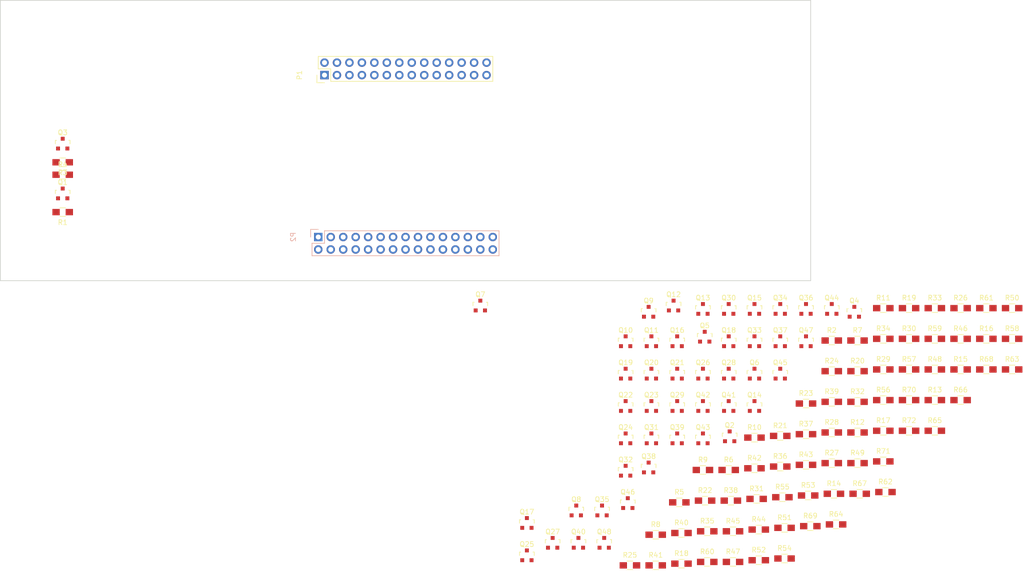
<source format=kicad_pcb>
(kicad_pcb (version 4) (host pcbnew 4.0.4-stable)

  (general
    (links 222)
    (no_connects 222)
    (area 63.424999 53.264999 272.268002 171.73)
    (thickness 1.6)
    (drawings 4)
    (tracks 0)
    (zones 0)
    (modules 122)
    (nets 125)
  )

  (page A4)
  (layers
    (0 F.Cu signal)
    (31 B.Cu signal)
    (32 B.Adhes user)
    (33 F.Adhes user)
    (34 B.Paste user)
    (35 F.Paste user)
    (36 B.SilkS user)
    (37 F.SilkS user)
    (38 B.Mask user)
    (39 F.Mask user)
    (40 Dwgs.User user)
    (41 Cmts.User user)
    (42 Eco1.User user)
    (43 Eco2.User user)
    (44 Edge.Cuts user)
    (45 Margin user)
    (46 B.CrtYd user)
    (47 F.CrtYd user)
    (48 B.Fab user)
    (49 F.Fab user)
  )

  (setup
    (last_trace_width 0.25)
    (trace_clearance 0.2)
    (zone_clearance 0.508)
    (zone_45_only no)
    (trace_min 0.2)
    (segment_width 0.2)
    (edge_width 0.15)
    (via_size 0.6)
    (via_drill 0.4)
    (via_min_size 0.4)
    (via_min_drill 0.3)
    (uvia_size 0.3)
    (uvia_drill 0.1)
    (uvias_allowed no)
    (uvia_min_size 0.2)
    (uvia_min_drill 0.1)
    (pcb_text_width 0.3)
    (pcb_text_size 1.5 1.5)
    (mod_edge_width 0.15)
    (mod_text_size 1 1)
    (mod_text_width 0.15)
    (pad_size 1.524 1.524)
    (pad_drill 0.762)
    (pad_to_mask_clearance 0.2)
    (aux_axis_origin 0 0)
    (visible_elements 7FFFF7FF)
    (pcbplotparams
      (layerselection 0x00030_80000001)
      (usegerberextensions false)
      (excludeedgelayer true)
      (linewidth 0.100000)
      (plotframeref false)
      (viasonmask false)
      (mode 1)
      (useauxorigin false)
      (hpglpennumber 1)
      (hpglpenspeed 20)
      (hpglpendiameter 15)
      (hpglpenoverlay 2)
      (psnegative false)
      (psa4output false)
      (plotreference true)
      (plotvalue true)
      (plotinvisibletext false)
      (padsonsilk false)
      (subtractmaskfromsilk false)
      (outputformat 1)
      (mirror false)
      (drillshape 1)
      (scaleselection 1)
      (outputdirectory ""))
  )

  (net 0 "")
  (net 1 /K1)
  (net 2 "Net-(P1-Pad3)")
  (net 3 "Net-(P1-Pad4)")
  (net 4 "Net-(P1-Pad5)")
  (net 5 "Net-(P1-Pad6)")
  (net 6 "Net-(P1-Pad7)")
  (net 7 "Net-(P1-Pad8)")
  (net 8 "Net-(P1-Pad9)")
  (net 9 "Net-(P1-Pad10)")
  (net 10 "Net-(P1-Pad11)")
  (net 11 "Net-(P1-Pad12)")
  (net 12 "Net-(P1-Pad13)")
  (net 13 "Net-(P1-Pad14)")
  (net 14 "Net-(P1-Pad15)")
  (net 15 "Net-(P1-Pad16)")
  (net 16 "Net-(P1-Pad17)")
  (net 17 "Net-(P1-Pad18)")
  (net 18 "Net-(P1-Pad19)")
  (net 19 "Net-(P1-Pad20)")
  (net 20 "Net-(P1-Pad21)")
  (net 21 "Net-(P1-Pad22)")
  (net 22 "Net-(P1-Pad23)")
  (net 23 "Net-(P1-Pad24)")
  (net 24 "Net-(P1-Pad25)")
  (net 25 "Net-(P1-Pad26)")
  (net 26 /K2)
  (net 27 /GND)
  (net 28 /+40V)
  (net 29 "Net-(P2-Pad3)")
  (net 30 "Net-(P2-Pad4)")
  (net 31 "Net-(P2-Pad5)")
  (net 32 "Net-(P2-Pad6)")
  (net 33 "Net-(P2-Pad7)")
  (net 34 "Net-(P2-Pad8)")
  (net 35 "Net-(P2-Pad9)")
  (net 36 "Net-(P2-Pad10)")
  (net 37 "Net-(P2-Pad11)")
  (net 38 "Net-(P2-Pad12)")
  (net 39 "Net-(P2-Pad13)")
  (net 40 "Net-(P2-Pad14)")
  (net 41 "Net-(P2-Pad15)")
  (net 42 "Net-(P2-Pad16)")
  (net 43 "Net-(P2-Pad17)")
  (net 44 "Net-(P2-Pad18)")
  (net 45 "Net-(P2-Pad19)")
  (net 46 "Net-(P2-Pad20)")
  (net 47 "Net-(P2-Pad21)")
  (net 48 "Net-(P2-Pad22)")
  (net 49 "Net-(P2-Pad23)")
  (net 50 "Net-(P2-Pad24)")
  (net 51 "Net-(P2-Pad25)")
  (net 52 "Net-(P2-Pad26)")
  (net 53 "Net-(Q1-Pad1)")
  (net 54 "Net-(Q1-Pad3)")
  (net 55 "Net-(Q2-Pad1)")
  (net 56 "Net-(Q2-Pad3)")
  (net 57 "Net-(Q3-Pad1)")
  (net 58 "Net-(Q4-Pad1)")
  (net 59 "Net-(Q5-Pad1)")
  (net 60 "Net-(Q5-Pad3)")
  (net 61 "Net-(Q6-Pad1)")
  (net 62 "Net-(Q6-Pad3)")
  (net 63 "Net-(Q7-Pad1)")
  (net 64 "Net-(Q8-Pad1)")
  (net 65 "Net-(Q9-Pad1)")
  (net 66 "Net-(Q9-Pad3)")
  (net 67 "Net-(Q10-Pad1)")
  (net 68 "Net-(Q10-Pad3)")
  (net 69 "Net-(Q11-Pad1)")
  (net 70 "Net-(Q12-Pad1)")
  (net 71 "Net-(Q13-Pad1)")
  (net 72 "Net-(Q13-Pad3)")
  (net 73 "Net-(Q14-Pad1)")
  (net 74 "Net-(Q14-Pad3)")
  (net 75 "Net-(Q15-Pad1)")
  (net 76 "Net-(Q16-Pad1)")
  (net 77 "Net-(Q17-Pad1)")
  (net 78 "Net-(Q17-Pad3)")
  (net 79 "Net-(Q18-Pad1)")
  (net 80 "Net-(Q18-Pad3)")
  (net 81 "Net-(Q19-Pad1)")
  (net 82 "Net-(Q20-Pad1)")
  (net 83 "Net-(Q21-Pad1)")
  (net 84 "Net-(Q21-Pad3)")
  (net 85 "Net-(Q22-Pad1)")
  (net 86 "Net-(Q22-Pad3)")
  (net 87 "Net-(Q23-Pad1)")
  (net 88 "Net-(Q24-Pad1)")
  (net 89 "Net-(Q25-Pad1)")
  (net 90 "Net-(Q25-Pad3)")
  (net 91 "Net-(Q26-Pad1)")
  (net 92 "Net-(Q26-Pad3)")
  (net 93 "Net-(Q27-Pad1)")
  (net 94 "Net-(Q28-Pad1)")
  (net 95 "Net-(Q29-Pad1)")
  (net 96 "Net-(Q29-Pad3)")
  (net 97 "Net-(Q30-Pad1)")
  (net 98 "Net-(Q30-Pad3)")
  (net 99 "Net-(Q31-Pad1)")
  (net 100 "Net-(Q32-Pad1)")
  (net 101 "Net-(Q33-Pad1)")
  (net 102 "Net-(Q33-Pad3)")
  (net 103 "Net-(Q34-Pad1)")
  (net 104 "Net-(Q34-Pad3)")
  (net 105 "Net-(Q35-Pad1)")
  (net 106 "Net-(Q36-Pad1)")
  (net 107 "Net-(Q37-Pad1)")
  (net 108 "Net-(Q37-Pad3)")
  (net 109 "Net-(Q38-Pad1)")
  (net 110 "Net-(Q38-Pad3)")
  (net 111 "Net-(Q39-Pad1)")
  (net 112 "Net-(Q40-Pad1)")
  (net 113 "Net-(Q41-Pad1)")
  (net 114 "Net-(Q41-Pad3)")
  (net 115 "Net-(Q42-Pad1)")
  (net 116 "Net-(Q42-Pad3)")
  (net 117 "Net-(Q43-Pad1)")
  (net 118 "Net-(Q44-Pad1)")
  (net 119 "Net-(Q45-Pad1)")
  (net 120 "Net-(Q45-Pad3)")
  (net 121 "Net-(Q46-Pad1)")
  (net 122 "Net-(Q46-Pad3)")
  (net 123 "Net-(Q47-Pad1)")
  (net 124 "Net-(Q48-Pad1)")

  (net_class Default "This is the default net class."
    (clearance 0.2)
    (trace_width 0.25)
    (via_dia 0.6)
    (via_drill 0.4)
    (uvia_dia 0.3)
    (uvia_drill 0.1)
    (add_net /+40V)
    (add_net /GND)
    (add_net /K1)
    (add_net /K2)
    (add_net "Net-(P1-Pad10)")
    (add_net "Net-(P1-Pad11)")
    (add_net "Net-(P1-Pad12)")
    (add_net "Net-(P1-Pad13)")
    (add_net "Net-(P1-Pad14)")
    (add_net "Net-(P1-Pad15)")
    (add_net "Net-(P1-Pad16)")
    (add_net "Net-(P1-Pad17)")
    (add_net "Net-(P1-Pad18)")
    (add_net "Net-(P1-Pad19)")
    (add_net "Net-(P1-Pad20)")
    (add_net "Net-(P1-Pad21)")
    (add_net "Net-(P1-Pad22)")
    (add_net "Net-(P1-Pad23)")
    (add_net "Net-(P1-Pad24)")
    (add_net "Net-(P1-Pad25)")
    (add_net "Net-(P1-Pad26)")
    (add_net "Net-(P1-Pad3)")
    (add_net "Net-(P1-Pad4)")
    (add_net "Net-(P1-Pad5)")
    (add_net "Net-(P1-Pad6)")
    (add_net "Net-(P1-Pad7)")
    (add_net "Net-(P1-Pad8)")
    (add_net "Net-(P1-Pad9)")
    (add_net "Net-(P2-Pad10)")
    (add_net "Net-(P2-Pad11)")
    (add_net "Net-(P2-Pad12)")
    (add_net "Net-(P2-Pad13)")
    (add_net "Net-(P2-Pad14)")
    (add_net "Net-(P2-Pad15)")
    (add_net "Net-(P2-Pad16)")
    (add_net "Net-(P2-Pad17)")
    (add_net "Net-(P2-Pad18)")
    (add_net "Net-(P2-Pad19)")
    (add_net "Net-(P2-Pad20)")
    (add_net "Net-(P2-Pad21)")
    (add_net "Net-(P2-Pad22)")
    (add_net "Net-(P2-Pad23)")
    (add_net "Net-(P2-Pad24)")
    (add_net "Net-(P2-Pad25)")
    (add_net "Net-(P2-Pad26)")
    (add_net "Net-(P2-Pad3)")
    (add_net "Net-(P2-Pad4)")
    (add_net "Net-(P2-Pad5)")
    (add_net "Net-(P2-Pad6)")
    (add_net "Net-(P2-Pad7)")
    (add_net "Net-(P2-Pad8)")
    (add_net "Net-(P2-Pad9)")
    (add_net "Net-(Q1-Pad1)")
    (add_net "Net-(Q1-Pad3)")
    (add_net "Net-(Q10-Pad1)")
    (add_net "Net-(Q10-Pad3)")
    (add_net "Net-(Q11-Pad1)")
    (add_net "Net-(Q12-Pad1)")
    (add_net "Net-(Q13-Pad1)")
    (add_net "Net-(Q13-Pad3)")
    (add_net "Net-(Q14-Pad1)")
    (add_net "Net-(Q14-Pad3)")
    (add_net "Net-(Q15-Pad1)")
    (add_net "Net-(Q16-Pad1)")
    (add_net "Net-(Q17-Pad1)")
    (add_net "Net-(Q17-Pad3)")
    (add_net "Net-(Q18-Pad1)")
    (add_net "Net-(Q18-Pad3)")
    (add_net "Net-(Q19-Pad1)")
    (add_net "Net-(Q2-Pad1)")
    (add_net "Net-(Q2-Pad3)")
    (add_net "Net-(Q20-Pad1)")
    (add_net "Net-(Q21-Pad1)")
    (add_net "Net-(Q21-Pad3)")
    (add_net "Net-(Q22-Pad1)")
    (add_net "Net-(Q22-Pad3)")
    (add_net "Net-(Q23-Pad1)")
    (add_net "Net-(Q24-Pad1)")
    (add_net "Net-(Q25-Pad1)")
    (add_net "Net-(Q25-Pad3)")
    (add_net "Net-(Q26-Pad1)")
    (add_net "Net-(Q26-Pad3)")
    (add_net "Net-(Q27-Pad1)")
    (add_net "Net-(Q28-Pad1)")
    (add_net "Net-(Q29-Pad1)")
    (add_net "Net-(Q29-Pad3)")
    (add_net "Net-(Q3-Pad1)")
    (add_net "Net-(Q30-Pad1)")
    (add_net "Net-(Q30-Pad3)")
    (add_net "Net-(Q31-Pad1)")
    (add_net "Net-(Q32-Pad1)")
    (add_net "Net-(Q33-Pad1)")
    (add_net "Net-(Q33-Pad3)")
    (add_net "Net-(Q34-Pad1)")
    (add_net "Net-(Q34-Pad3)")
    (add_net "Net-(Q35-Pad1)")
    (add_net "Net-(Q36-Pad1)")
    (add_net "Net-(Q37-Pad1)")
    (add_net "Net-(Q37-Pad3)")
    (add_net "Net-(Q38-Pad1)")
    (add_net "Net-(Q38-Pad3)")
    (add_net "Net-(Q39-Pad1)")
    (add_net "Net-(Q4-Pad1)")
    (add_net "Net-(Q40-Pad1)")
    (add_net "Net-(Q41-Pad1)")
    (add_net "Net-(Q41-Pad3)")
    (add_net "Net-(Q42-Pad1)")
    (add_net "Net-(Q42-Pad3)")
    (add_net "Net-(Q43-Pad1)")
    (add_net "Net-(Q44-Pad1)")
    (add_net "Net-(Q45-Pad1)")
    (add_net "Net-(Q45-Pad3)")
    (add_net "Net-(Q46-Pad1)")
    (add_net "Net-(Q46-Pad3)")
    (add_net "Net-(Q47-Pad1)")
    (add_net "Net-(Q48-Pad1)")
    (add_net "Net-(Q5-Pad1)")
    (add_net "Net-(Q5-Pad3)")
    (add_net "Net-(Q6-Pad1)")
    (add_net "Net-(Q6-Pad3)")
    (add_net "Net-(Q7-Pad1)")
    (add_net "Net-(Q8-Pad1)")
    (add_net "Net-(Q9-Pad1)")
    (add_net "Net-(Q9-Pad3)")
  )

  (module Pin_Headers:Pin_Header_Straight_2x14 (layer F.Cu) (tedit 0) (tstamp 5820470C)
    (at 129.54 68.58 90)
    (descr "Through hole pin header")
    (tags "pin header")
    (path /582197FE)
    (fp_text reference P1 (at 0 -5.1 90) (layer F.SilkS)
      (effects (font (size 1 1) (thickness 0.15)))
    )
    (fp_text value CONN_02X14 (at 0 -3.1 90) (layer F.Fab)
      (effects (font (size 1 1) (thickness 0.15)))
    )
    (fp_line (start -1.75 -1.75) (end -1.75 34.8) (layer F.CrtYd) (width 0.05))
    (fp_line (start 4.3 -1.75) (end 4.3 34.8) (layer F.CrtYd) (width 0.05))
    (fp_line (start -1.75 -1.75) (end 4.3 -1.75) (layer F.CrtYd) (width 0.05))
    (fp_line (start -1.75 34.8) (end 4.3 34.8) (layer F.CrtYd) (width 0.05))
    (fp_line (start 3.81 34.29) (end 3.81 -1.27) (layer F.SilkS) (width 0.15))
    (fp_line (start -1.27 1.27) (end -1.27 34.29) (layer F.SilkS) (width 0.15))
    (fp_line (start 3.81 34.29) (end -1.27 34.29) (layer F.SilkS) (width 0.15))
    (fp_line (start 3.81 -1.27) (end 1.27 -1.27) (layer F.SilkS) (width 0.15))
    (fp_line (start 0 -1.55) (end -1.55 -1.55) (layer F.SilkS) (width 0.15))
    (fp_line (start 1.27 -1.27) (end 1.27 1.27) (layer F.SilkS) (width 0.15))
    (fp_line (start 1.27 1.27) (end -1.27 1.27) (layer F.SilkS) (width 0.15))
    (fp_line (start -1.55 -1.55) (end -1.55 0) (layer F.SilkS) (width 0.15))
    (pad 1 thru_hole rect (at 0 0 90) (size 1.7272 1.7272) (drill 1.016) (layers *.Cu *.Mask)
      (net 1 /K1))
    (pad 2 thru_hole oval (at 2.54 0 90) (size 1.7272 1.7272) (drill 1.016) (layers *.Cu *.Mask)
      (net 1 /K1))
    (pad 3 thru_hole oval (at 0 2.54 90) (size 1.7272 1.7272) (drill 1.016) (layers *.Cu *.Mask)
      (net 2 "Net-(P1-Pad3)"))
    (pad 4 thru_hole oval (at 2.54 2.54 90) (size 1.7272 1.7272) (drill 1.016) (layers *.Cu *.Mask)
      (net 3 "Net-(P1-Pad4)"))
    (pad 5 thru_hole oval (at 0 5.08 90) (size 1.7272 1.7272) (drill 1.016) (layers *.Cu *.Mask)
      (net 4 "Net-(P1-Pad5)"))
    (pad 6 thru_hole oval (at 2.54 5.08 90) (size 1.7272 1.7272) (drill 1.016) (layers *.Cu *.Mask)
      (net 5 "Net-(P1-Pad6)"))
    (pad 7 thru_hole oval (at 0 7.62 90) (size 1.7272 1.7272) (drill 1.016) (layers *.Cu *.Mask)
      (net 6 "Net-(P1-Pad7)"))
    (pad 8 thru_hole oval (at 2.54 7.62 90) (size 1.7272 1.7272) (drill 1.016) (layers *.Cu *.Mask)
      (net 7 "Net-(P1-Pad8)"))
    (pad 9 thru_hole oval (at 0 10.16 90) (size 1.7272 1.7272) (drill 1.016) (layers *.Cu *.Mask)
      (net 8 "Net-(P1-Pad9)"))
    (pad 10 thru_hole oval (at 2.54 10.16 90) (size 1.7272 1.7272) (drill 1.016) (layers *.Cu *.Mask)
      (net 9 "Net-(P1-Pad10)"))
    (pad 11 thru_hole oval (at 0 12.7 90) (size 1.7272 1.7272) (drill 1.016) (layers *.Cu *.Mask)
      (net 10 "Net-(P1-Pad11)"))
    (pad 12 thru_hole oval (at 2.54 12.7 90) (size 1.7272 1.7272) (drill 1.016) (layers *.Cu *.Mask)
      (net 11 "Net-(P1-Pad12)"))
    (pad 13 thru_hole oval (at 0 15.24 90) (size 1.7272 1.7272) (drill 1.016) (layers *.Cu *.Mask)
      (net 12 "Net-(P1-Pad13)"))
    (pad 14 thru_hole oval (at 2.54 15.24 90) (size 1.7272 1.7272) (drill 1.016) (layers *.Cu *.Mask)
      (net 13 "Net-(P1-Pad14)"))
    (pad 15 thru_hole oval (at 0 17.78 90) (size 1.7272 1.7272) (drill 1.016) (layers *.Cu *.Mask)
      (net 14 "Net-(P1-Pad15)"))
    (pad 16 thru_hole oval (at 2.54 17.78 90) (size 1.7272 1.7272) (drill 1.016) (layers *.Cu *.Mask)
      (net 15 "Net-(P1-Pad16)"))
    (pad 17 thru_hole oval (at 0 20.32 90) (size 1.7272 1.7272) (drill 1.016) (layers *.Cu *.Mask)
      (net 16 "Net-(P1-Pad17)"))
    (pad 18 thru_hole oval (at 2.54 20.32 90) (size 1.7272 1.7272) (drill 1.016) (layers *.Cu *.Mask)
      (net 17 "Net-(P1-Pad18)"))
    (pad 19 thru_hole oval (at 0 22.86 90) (size 1.7272 1.7272) (drill 1.016) (layers *.Cu *.Mask)
      (net 18 "Net-(P1-Pad19)"))
    (pad 20 thru_hole oval (at 2.54 22.86 90) (size 1.7272 1.7272) (drill 1.016) (layers *.Cu *.Mask)
      (net 19 "Net-(P1-Pad20)"))
    (pad 21 thru_hole oval (at 0 25.4 90) (size 1.7272 1.7272) (drill 1.016) (layers *.Cu *.Mask)
      (net 20 "Net-(P1-Pad21)"))
    (pad 22 thru_hole oval (at 2.54 25.4 90) (size 1.7272 1.7272) (drill 1.016) (layers *.Cu *.Mask)
      (net 21 "Net-(P1-Pad22)"))
    (pad 23 thru_hole oval (at 0 27.94 90) (size 1.7272 1.7272) (drill 1.016) (layers *.Cu *.Mask)
      (net 22 "Net-(P1-Pad23)"))
    (pad 24 thru_hole oval (at 2.54 27.94 90) (size 1.7272 1.7272) (drill 1.016) (layers *.Cu *.Mask)
      (net 23 "Net-(P1-Pad24)"))
    (pad 25 thru_hole oval (at 0 30.48 90) (size 1.7272 1.7272) (drill 1.016) (layers *.Cu *.Mask)
      (net 24 "Net-(P1-Pad25)"))
    (pad 26 thru_hole oval (at 2.54 30.48 90) (size 1.7272 1.7272) (drill 1.016) (layers *.Cu *.Mask)
      (net 25 "Net-(P1-Pad26)"))
    (pad 27 thru_hole oval (at 0 33.02 90) (size 1.7272 1.7272) (drill 1.016) (layers *.Cu *.Mask)
      (net 26 /K2))
    (pad 28 thru_hole oval (at 2.54 33.02 90) (size 1.7272 1.7272) (drill 1.016) (layers *.Cu *.Mask)
      (net 26 /K2))
    (model Pin_Headers.3dshapes/Pin_Header_Straight_2x14.wrl
      (at (xyz 0.05 -0.65 0))
      (scale (xyz 1 1 1))
      (rotate (xyz 0 0 90))
    )
  )

  (module Pin_Headers:Pin_Header_Straight_2x15 (layer B.Cu) (tedit 0) (tstamp 5820472E)
    (at 128.27 101.6 270)
    (descr "Through hole pin header")
    (tags "pin header")
    (path /582072CB)
    (fp_text reference P2 (at 0 5.1 270) (layer B.SilkS)
      (effects (font (size 1 1) (thickness 0.15)) (justify mirror))
    )
    (fp_text value CONN_02X15 (at 0 3.1 270) (layer B.Fab)
      (effects (font (size 1 1) (thickness 0.15)) (justify mirror))
    )
    (fp_line (start -1.75 1.75) (end -1.75 -37.35) (layer B.CrtYd) (width 0.05))
    (fp_line (start 4.3 1.75) (end 4.3 -37.35) (layer B.CrtYd) (width 0.05))
    (fp_line (start -1.75 1.75) (end 4.3 1.75) (layer B.CrtYd) (width 0.05))
    (fp_line (start -1.75 -37.35) (end 4.3 -37.35) (layer B.CrtYd) (width 0.05))
    (fp_line (start 3.81 -36.83) (end 3.81 1.27) (layer B.SilkS) (width 0.15))
    (fp_line (start -1.27 -1.27) (end -1.27 -36.83) (layer B.SilkS) (width 0.15))
    (fp_line (start 3.81 -36.83) (end -1.27 -36.83) (layer B.SilkS) (width 0.15))
    (fp_line (start 3.81 1.27) (end 1.27 1.27) (layer B.SilkS) (width 0.15))
    (fp_line (start 0 1.55) (end -1.55 1.55) (layer B.SilkS) (width 0.15))
    (fp_line (start 1.27 1.27) (end 1.27 -1.27) (layer B.SilkS) (width 0.15))
    (fp_line (start 1.27 -1.27) (end -1.27 -1.27) (layer B.SilkS) (width 0.15))
    (fp_line (start -1.55 1.55) (end -1.55 0) (layer B.SilkS) (width 0.15))
    (pad 1 thru_hole rect (at 0 0 270) (size 1.7272 1.7272) (drill 1.016) (layers *.Cu *.Mask)
      (net 27 /GND))
    (pad 2 thru_hole oval (at 2.54 0 270) (size 1.7272 1.7272) (drill 1.016) (layers *.Cu *.Mask)
      (net 28 /+40V))
    (pad 3 thru_hole oval (at 0 -2.54 270) (size 1.7272 1.7272) (drill 1.016) (layers *.Cu *.Mask)
      (net 29 "Net-(P2-Pad3)"))
    (pad 4 thru_hole oval (at 2.54 -2.54 270) (size 1.7272 1.7272) (drill 1.016) (layers *.Cu *.Mask)
      (net 30 "Net-(P2-Pad4)"))
    (pad 5 thru_hole oval (at 0 -5.08 270) (size 1.7272 1.7272) (drill 1.016) (layers *.Cu *.Mask)
      (net 31 "Net-(P2-Pad5)"))
    (pad 6 thru_hole oval (at 2.54 -5.08 270) (size 1.7272 1.7272) (drill 1.016) (layers *.Cu *.Mask)
      (net 32 "Net-(P2-Pad6)"))
    (pad 7 thru_hole oval (at 0 -7.62 270) (size 1.7272 1.7272) (drill 1.016) (layers *.Cu *.Mask)
      (net 33 "Net-(P2-Pad7)"))
    (pad 8 thru_hole oval (at 2.54 -7.62 270) (size 1.7272 1.7272) (drill 1.016) (layers *.Cu *.Mask)
      (net 34 "Net-(P2-Pad8)"))
    (pad 9 thru_hole oval (at 0 -10.16 270) (size 1.7272 1.7272) (drill 1.016) (layers *.Cu *.Mask)
      (net 35 "Net-(P2-Pad9)"))
    (pad 10 thru_hole oval (at 2.54 -10.16 270) (size 1.7272 1.7272) (drill 1.016) (layers *.Cu *.Mask)
      (net 36 "Net-(P2-Pad10)"))
    (pad 11 thru_hole oval (at 0 -12.7 270) (size 1.7272 1.7272) (drill 1.016) (layers *.Cu *.Mask)
      (net 37 "Net-(P2-Pad11)"))
    (pad 12 thru_hole oval (at 2.54 -12.7 270) (size 1.7272 1.7272) (drill 1.016) (layers *.Cu *.Mask)
      (net 38 "Net-(P2-Pad12)"))
    (pad 13 thru_hole oval (at 0 -15.24 270) (size 1.7272 1.7272) (drill 1.016) (layers *.Cu *.Mask)
      (net 39 "Net-(P2-Pad13)"))
    (pad 14 thru_hole oval (at 2.54 -15.24 270) (size 1.7272 1.7272) (drill 1.016) (layers *.Cu *.Mask)
      (net 40 "Net-(P2-Pad14)"))
    (pad 15 thru_hole oval (at 0 -17.78 270) (size 1.7272 1.7272) (drill 1.016) (layers *.Cu *.Mask)
      (net 41 "Net-(P2-Pad15)"))
    (pad 16 thru_hole oval (at 2.54 -17.78 270) (size 1.7272 1.7272) (drill 1.016) (layers *.Cu *.Mask)
      (net 42 "Net-(P2-Pad16)"))
    (pad 17 thru_hole oval (at 0 -20.32 270) (size 1.7272 1.7272) (drill 1.016) (layers *.Cu *.Mask)
      (net 43 "Net-(P2-Pad17)"))
    (pad 18 thru_hole oval (at 2.54 -20.32 270) (size 1.7272 1.7272) (drill 1.016) (layers *.Cu *.Mask)
      (net 44 "Net-(P2-Pad18)"))
    (pad 19 thru_hole oval (at 0 -22.86 270) (size 1.7272 1.7272) (drill 1.016) (layers *.Cu *.Mask)
      (net 45 "Net-(P2-Pad19)"))
    (pad 20 thru_hole oval (at 2.54 -22.86 270) (size 1.7272 1.7272) (drill 1.016) (layers *.Cu *.Mask)
      (net 46 "Net-(P2-Pad20)"))
    (pad 21 thru_hole oval (at 0 -25.4 270) (size 1.7272 1.7272) (drill 1.016) (layers *.Cu *.Mask)
      (net 47 "Net-(P2-Pad21)"))
    (pad 22 thru_hole oval (at 2.54 -25.4 270) (size 1.7272 1.7272) (drill 1.016) (layers *.Cu *.Mask)
      (net 48 "Net-(P2-Pad22)"))
    (pad 23 thru_hole oval (at 0 -27.94 270) (size 1.7272 1.7272) (drill 1.016) (layers *.Cu *.Mask)
      (net 49 "Net-(P2-Pad23)"))
    (pad 24 thru_hole oval (at 2.54 -27.94 270) (size 1.7272 1.7272) (drill 1.016) (layers *.Cu *.Mask)
      (net 50 "Net-(P2-Pad24)"))
    (pad 25 thru_hole oval (at 0 -30.48 270) (size 1.7272 1.7272) (drill 1.016) (layers *.Cu *.Mask)
      (net 51 "Net-(P2-Pad25)"))
    (pad 26 thru_hole oval (at 2.54 -30.48 270) (size 1.7272 1.7272) (drill 1.016) (layers *.Cu *.Mask)
      (net 52 "Net-(P2-Pad26)"))
    (pad 27 thru_hole oval (at 0 -33.02 270) (size 1.7272 1.7272) (drill 1.016) (layers *.Cu *.Mask)
      (net 1 /K1))
    (pad 28 thru_hole oval (at 2.54 -33.02 270) (size 1.7272 1.7272) (drill 1.016) (layers *.Cu *.Mask)
      (net 1 /K1))
    (pad 29 thru_hole oval (at 0 -35.56 270) (size 1.7272 1.7272) (drill 1.016) (layers *.Cu *.Mask)
      (net 26 /K2))
    (pad 30 thru_hole oval (at 2.54 -35.56 270) (size 1.7272 1.7272) (drill 1.016) (layers *.Cu *.Mask)
      (net 26 /K2))
    (model Pin_Headers.3dshapes/Pin_Header_Straight_2x15.wrl
      (at (xyz 0.05 -0.7 0))
      (scale (xyz 1 1 1))
      (rotate (xyz 0 0 90))
    )
  )

  (module TO_SOT_Packages_SMD:SOT-23 (layer F.Cu) (tedit 553634F8) (tstamp 58204735)
    (at 76.2 92.71)
    (descr "SOT-23, Standard")
    (tags SOT-23)
    (path /581F90A6)
    (attr smd)
    (fp_text reference Q1 (at 0 -2.25) (layer F.SilkS)
      (effects (font (size 1 1) (thickness 0.15)))
    )
    (fp_text value BC846 (at 0 2.3) (layer F.Fab)
      (effects (font (size 1 1) (thickness 0.15)))
    )
    (fp_line (start -1.65 -1.6) (end 1.65 -1.6) (layer F.CrtYd) (width 0.05))
    (fp_line (start 1.65 -1.6) (end 1.65 1.6) (layer F.CrtYd) (width 0.05))
    (fp_line (start 1.65 1.6) (end -1.65 1.6) (layer F.CrtYd) (width 0.05))
    (fp_line (start -1.65 1.6) (end -1.65 -1.6) (layer F.CrtYd) (width 0.05))
    (fp_line (start 1.29916 -0.65024) (end 1.2509 -0.65024) (layer F.SilkS) (width 0.15))
    (fp_line (start -1.49982 0.0508) (end -1.49982 -0.65024) (layer F.SilkS) (width 0.15))
    (fp_line (start -1.49982 -0.65024) (end -1.2509 -0.65024) (layer F.SilkS) (width 0.15))
    (fp_line (start 1.29916 -0.65024) (end 1.49982 -0.65024) (layer F.SilkS) (width 0.15))
    (fp_line (start 1.49982 -0.65024) (end 1.49982 0.0508) (layer F.SilkS) (width 0.15))
    (pad 1 smd rect (at -0.95 1.00076) (size 0.8001 0.8001) (layers F.Cu F.Paste F.Mask)
      (net 53 "Net-(Q1-Pad1)"))
    (pad 2 smd rect (at 0.95 1.00076) (size 0.8001 0.8001) (layers F.Cu F.Paste F.Mask)
      (net 27 /GND))
    (pad 3 smd rect (at 0 -0.99822) (size 0.8001 0.8001) (layers F.Cu F.Paste F.Mask)
      (net 54 "Net-(Q1-Pad3)"))
    (model TO_SOT_Packages_SMD.3dshapes/SOT-23.wrl
      (at (xyz 0 0 0))
      (scale (xyz 1 1 1))
      (rotate (xyz 0 0 0))
    )
  )

  (module TO_SOT_Packages_SMD:SOT-23 (layer F.Cu) (tedit 553634F8) (tstamp 5820473C)
    (at 212.09 142.24)
    (descr "SOT-23, Standard")
    (tags SOT-23)
    (path /581FE6FB)
    (attr smd)
    (fp_text reference Q2 (at 0 -2.25) (layer F.SilkS)
      (effects (font (size 1 1) (thickness 0.15)))
    )
    (fp_text value BC846 (at 0 2.3) (layer F.Fab)
      (effects (font (size 1 1) (thickness 0.15)))
    )
    (fp_line (start -1.65 -1.6) (end 1.65 -1.6) (layer F.CrtYd) (width 0.05))
    (fp_line (start 1.65 -1.6) (end 1.65 1.6) (layer F.CrtYd) (width 0.05))
    (fp_line (start 1.65 1.6) (end -1.65 1.6) (layer F.CrtYd) (width 0.05))
    (fp_line (start -1.65 1.6) (end -1.65 -1.6) (layer F.CrtYd) (width 0.05))
    (fp_line (start 1.29916 -0.65024) (end 1.2509 -0.65024) (layer F.SilkS) (width 0.15))
    (fp_line (start -1.49982 0.0508) (end -1.49982 -0.65024) (layer F.SilkS) (width 0.15))
    (fp_line (start -1.49982 -0.65024) (end -1.2509 -0.65024) (layer F.SilkS) (width 0.15))
    (fp_line (start 1.29916 -0.65024) (end 1.49982 -0.65024) (layer F.SilkS) (width 0.15))
    (fp_line (start 1.49982 -0.65024) (end 1.49982 0.0508) (layer F.SilkS) (width 0.15))
    (pad 1 smd rect (at -0.95 1.00076) (size 0.8001 0.8001) (layers F.Cu F.Paste F.Mask)
      (net 55 "Net-(Q2-Pad1)"))
    (pad 2 smd rect (at 0.95 1.00076) (size 0.8001 0.8001) (layers F.Cu F.Paste F.Mask)
      (net 27 /GND))
    (pad 3 smd rect (at 0 -0.99822) (size 0.8001 0.8001) (layers F.Cu F.Paste F.Mask)
      (net 56 "Net-(Q2-Pad3)"))
    (model TO_SOT_Packages_SMD.3dshapes/SOT-23.wrl
      (at (xyz 0 0 0))
      (scale (xyz 1 1 1))
      (rotate (xyz 0 0 0))
    )
  )

  (module TO_SOT_Packages_SMD:SOT-23 (layer F.Cu) (tedit 553634F8) (tstamp 58204743)
    (at 76.2 82.55)
    (descr "SOT-23, Standard")
    (tags SOT-23)
    (path /581F9046)
    (attr smd)
    (fp_text reference Q3 (at 0 -2.25) (layer F.SilkS)
      (effects (font (size 1 1) (thickness 0.15)))
    )
    (fp_text value BC856 (at 0 2.3) (layer F.Fab)
      (effects (font (size 1 1) (thickness 0.15)))
    )
    (fp_line (start -1.65 -1.6) (end 1.65 -1.6) (layer F.CrtYd) (width 0.05))
    (fp_line (start 1.65 -1.6) (end 1.65 1.6) (layer F.CrtYd) (width 0.05))
    (fp_line (start 1.65 1.6) (end -1.65 1.6) (layer F.CrtYd) (width 0.05))
    (fp_line (start -1.65 1.6) (end -1.65 -1.6) (layer F.CrtYd) (width 0.05))
    (fp_line (start 1.29916 -0.65024) (end 1.2509 -0.65024) (layer F.SilkS) (width 0.15))
    (fp_line (start -1.49982 0.0508) (end -1.49982 -0.65024) (layer F.SilkS) (width 0.15))
    (fp_line (start -1.49982 -0.65024) (end -1.2509 -0.65024) (layer F.SilkS) (width 0.15))
    (fp_line (start 1.29916 -0.65024) (end 1.49982 -0.65024) (layer F.SilkS) (width 0.15))
    (fp_line (start 1.49982 -0.65024) (end 1.49982 0.0508) (layer F.SilkS) (width 0.15))
    (pad 1 smd rect (at -0.95 1.00076) (size 0.8001 0.8001) (layers F.Cu F.Paste F.Mask)
      (net 57 "Net-(Q3-Pad1)"))
    (pad 2 smd rect (at 0.95 1.00076) (size 0.8001 0.8001) (layers F.Cu F.Paste F.Mask)
      (net 28 /+40V))
    (pad 3 smd rect (at 0 -0.99822) (size 0.8001 0.8001) (layers F.Cu F.Paste F.Mask)
      (net 2 "Net-(P1-Pad3)"))
    (model TO_SOT_Packages_SMD.3dshapes/SOT-23.wrl
      (at (xyz 0 0 0))
      (scale (xyz 1 1 1))
      (rotate (xyz 0 0 0))
    )
  )

  (module TO_SOT_Packages_SMD:SOT-23 (layer F.Cu) (tedit 553634F8) (tstamp 5820474A)
    (at 237.49 116.84)
    (descr "SOT-23, Standard")
    (tags SOT-23)
    (path /581FE6F5)
    (attr smd)
    (fp_text reference Q4 (at 0 -2.25) (layer F.SilkS)
      (effects (font (size 1 1) (thickness 0.15)))
    )
    (fp_text value BC856 (at 0 2.3) (layer F.Fab)
      (effects (font (size 1 1) (thickness 0.15)))
    )
    (fp_line (start -1.65 -1.6) (end 1.65 -1.6) (layer F.CrtYd) (width 0.05))
    (fp_line (start 1.65 -1.6) (end 1.65 1.6) (layer F.CrtYd) (width 0.05))
    (fp_line (start 1.65 1.6) (end -1.65 1.6) (layer F.CrtYd) (width 0.05))
    (fp_line (start -1.65 1.6) (end -1.65 -1.6) (layer F.CrtYd) (width 0.05))
    (fp_line (start 1.29916 -0.65024) (end 1.2509 -0.65024) (layer F.SilkS) (width 0.15))
    (fp_line (start -1.49982 0.0508) (end -1.49982 -0.65024) (layer F.SilkS) (width 0.15))
    (fp_line (start -1.49982 -0.65024) (end -1.2509 -0.65024) (layer F.SilkS) (width 0.15))
    (fp_line (start 1.29916 -0.65024) (end 1.49982 -0.65024) (layer F.SilkS) (width 0.15))
    (fp_line (start 1.49982 -0.65024) (end 1.49982 0.0508) (layer F.SilkS) (width 0.15))
    (pad 1 smd rect (at -0.95 1.00076) (size 0.8001 0.8001) (layers F.Cu F.Paste F.Mask)
      (net 58 "Net-(Q4-Pad1)"))
    (pad 2 smd rect (at 0.95 1.00076) (size 0.8001 0.8001) (layers F.Cu F.Paste F.Mask)
      (net 28 /+40V))
    (pad 3 smd rect (at 0 -0.99822) (size 0.8001 0.8001) (layers F.Cu F.Paste F.Mask)
      (net 3 "Net-(P1-Pad4)"))
    (model TO_SOT_Packages_SMD.3dshapes/SOT-23.wrl
      (at (xyz 0 0 0))
      (scale (xyz 1 1 1))
      (rotate (xyz 0 0 0))
    )
  )

  (module TO_SOT_Packages_SMD:SOT-23 (layer F.Cu) (tedit 553634F8) (tstamp 58204751)
    (at 207.01 121.92)
    (descr "SOT-23, Standard")
    (tags SOT-23)
    (path /581F94DA)
    (attr smd)
    (fp_text reference Q5 (at 0 -2.25) (layer F.SilkS)
      (effects (font (size 1 1) (thickness 0.15)))
    )
    (fp_text value BC846 (at 0 2.3) (layer F.Fab)
      (effects (font (size 1 1) (thickness 0.15)))
    )
    (fp_line (start -1.65 -1.6) (end 1.65 -1.6) (layer F.CrtYd) (width 0.05))
    (fp_line (start 1.65 -1.6) (end 1.65 1.6) (layer F.CrtYd) (width 0.05))
    (fp_line (start 1.65 1.6) (end -1.65 1.6) (layer F.CrtYd) (width 0.05))
    (fp_line (start -1.65 1.6) (end -1.65 -1.6) (layer F.CrtYd) (width 0.05))
    (fp_line (start 1.29916 -0.65024) (end 1.2509 -0.65024) (layer F.SilkS) (width 0.15))
    (fp_line (start -1.49982 0.0508) (end -1.49982 -0.65024) (layer F.SilkS) (width 0.15))
    (fp_line (start -1.49982 -0.65024) (end -1.2509 -0.65024) (layer F.SilkS) (width 0.15))
    (fp_line (start 1.29916 -0.65024) (end 1.49982 -0.65024) (layer F.SilkS) (width 0.15))
    (fp_line (start 1.49982 -0.65024) (end 1.49982 0.0508) (layer F.SilkS) (width 0.15))
    (pad 1 smd rect (at -0.95 1.00076) (size 0.8001 0.8001) (layers F.Cu F.Paste F.Mask)
      (net 59 "Net-(Q5-Pad1)"))
    (pad 2 smd rect (at 0.95 1.00076) (size 0.8001 0.8001) (layers F.Cu F.Paste F.Mask)
      (net 27 /GND))
    (pad 3 smd rect (at 0 -0.99822) (size 0.8001 0.8001) (layers F.Cu F.Paste F.Mask)
      (net 60 "Net-(Q5-Pad3)"))
    (model TO_SOT_Packages_SMD.3dshapes/SOT-23.wrl
      (at (xyz 0 0 0))
      (scale (xyz 1 1 1))
      (rotate (xyz 0 0 0))
    )
  )

  (module TO_SOT_Packages_SMD:SOT-23 (layer F.Cu) (tedit 553634F8) (tstamp 58204758)
    (at 217.146571 129.455)
    (descr "SOT-23, Standard")
    (tags SOT-23)
    (path /581FE71B)
    (attr smd)
    (fp_text reference Q6 (at 0 -2.25) (layer F.SilkS)
      (effects (font (size 1 1) (thickness 0.15)))
    )
    (fp_text value BC846 (at 0 2.3) (layer F.Fab)
      (effects (font (size 1 1) (thickness 0.15)))
    )
    (fp_line (start -1.65 -1.6) (end 1.65 -1.6) (layer F.CrtYd) (width 0.05))
    (fp_line (start 1.65 -1.6) (end 1.65 1.6) (layer F.CrtYd) (width 0.05))
    (fp_line (start 1.65 1.6) (end -1.65 1.6) (layer F.CrtYd) (width 0.05))
    (fp_line (start -1.65 1.6) (end -1.65 -1.6) (layer F.CrtYd) (width 0.05))
    (fp_line (start 1.29916 -0.65024) (end 1.2509 -0.65024) (layer F.SilkS) (width 0.15))
    (fp_line (start -1.49982 0.0508) (end -1.49982 -0.65024) (layer F.SilkS) (width 0.15))
    (fp_line (start -1.49982 -0.65024) (end -1.2509 -0.65024) (layer F.SilkS) (width 0.15))
    (fp_line (start 1.29916 -0.65024) (end 1.49982 -0.65024) (layer F.SilkS) (width 0.15))
    (fp_line (start 1.49982 -0.65024) (end 1.49982 0.0508) (layer F.SilkS) (width 0.15))
    (pad 1 smd rect (at -0.95 1.00076) (size 0.8001 0.8001) (layers F.Cu F.Paste F.Mask)
      (net 61 "Net-(Q6-Pad1)"))
    (pad 2 smd rect (at 0.95 1.00076) (size 0.8001 0.8001) (layers F.Cu F.Paste F.Mask)
      (net 27 /GND))
    (pad 3 smd rect (at 0 -0.99822) (size 0.8001 0.8001) (layers F.Cu F.Paste F.Mask)
      (net 62 "Net-(Q6-Pad3)"))
    (model TO_SOT_Packages_SMD.3dshapes/SOT-23.wrl
      (at (xyz 0 0 0))
      (scale (xyz 1 1 1))
      (rotate (xyz 0 0 0))
    )
  )

  (module TO_SOT_Packages_SMD:SOT-23 (layer F.Cu) (tedit 553634F8) (tstamp 5820475F)
    (at 161.29 115.57)
    (descr "SOT-23, Standard")
    (tags SOT-23)
    (path /581F94D4)
    (attr smd)
    (fp_text reference Q7 (at 0 -2.25) (layer F.SilkS)
      (effects (font (size 1 1) (thickness 0.15)))
    )
    (fp_text value BC856 (at 0 2.3) (layer F.Fab)
      (effects (font (size 1 1) (thickness 0.15)))
    )
    (fp_line (start -1.65 -1.6) (end 1.65 -1.6) (layer F.CrtYd) (width 0.05))
    (fp_line (start 1.65 -1.6) (end 1.65 1.6) (layer F.CrtYd) (width 0.05))
    (fp_line (start 1.65 1.6) (end -1.65 1.6) (layer F.CrtYd) (width 0.05))
    (fp_line (start -1.65 1.6) (end -1.65 -1.6) (layer F.CrtYd) (width 0.05))
    (fp_line (start 1.29916 -0.65024) (end 1.2509 -0.65024) (layer F.SilkS) (width 0.15))
    (fp_line (start -1.49982 0.0508) (end -1.49982 -0.65024) (layer F.SilkS) (width 0.15))
    (fp_line (start -1.49982 -0.65024) (end -1.2509 -0.65024) (layer F.SilkS) (width 0.15))
    (fp_line (start 1.29916 -0.65024) (end 1.49982 -0.65024) (layer F.SilkS) (width 0.15))
    (fp_line (start 1.49982 -0.65024) (end 1.49982 0.0508) (layer F.SilkS) (width 0.15))
    (pad 1 smd rect (at -0.95 1.00076) (size 0.8001 0.8001) (layers F.Cu F.Paste F.Mask)
      (net 63 "Net-(Q7-Pad1)"))
    (pad 2 smd rect (at 0.95 1.00076) (size 0.8001 0.8001) (layers F.Cu F.Paste F.Mask)
      (net 28 /+40V))
    (pad 3 smd rect (at 0 -0.99822) (size 0.8001 0.8001) (layers F.Cu F.Paste F.Mask)
      (net 4 "Net-(P1-Pad5)"))
    (model TO_SOT_Packages_SMD.3dshapes/SOT-23.wrl
      (at (xyz 0 0 0))
      (scale (xyz 1 1 1))
      (rotate (xyz 0 0 0))
    )
  )

  (module TO_SOT_Packages_SMD:SOT-23 (layer F.Cu) (tedit 553634F8) (tstamp 58204766)
    (at 180.836571 157.355)
    (descr "SOT-23, Standard")
    (tags SOT-23)
    (path /581FE715)
    (attr smd)
    (fp_text reference Q8 (at 0 -2.25) (layer F.SilkS)
      (effects (font (size 1 1) (thickness 0.15)))
    )
    (fp_text value BC856 (at 0 2.3) (layer F.Fab)
      (effects (font (size 1 1) (thickness 0.15)))
    )
    (fp_line (start -1.65 -1.6) (end 1.65 -1.6) (layer F.CrtYd) (width 0.05))
    (fp_line (start 1.65 -1.6) (end 1.65 1.6) (layer F.CrtYd) (width 0.05))
    (fp_line (start 1.65 1.6) (end -1.65 1.6) (layer F.CrtYd) (width 0.05))
    (fp_line (start -1.65 1.6) (end -1.65 -1.6) (layer F.CrtYd) (width 0.05))
    (fp_line (start 1.29916 -0.65024) (end 1.2509 -0.65024) (layer F.SilkS) (width 0.15))
    (fp_line (start -1.49982 0.0508) (end -1.49982 -0.65024) (layer F.SilkS) (width 0.15))
    (fp_line (start -1.49982 -0.65024) (end -1.2509 -0.65024) (layer F.SilkS) (width 0.15))
    (fp_line (start 1.29916 -0.65024) (end 1.49982 -0.65024) (layer F.SilkS) (width 0.15))
    (fp_line (start 1.49982 -0.65024) (end 1.49982 0.0508) (layer F.SilkS) (width 0.15))
    (pad 1 smd rect (at -0.95 1.00076) (size 0.8001 0.8001) (layers F.Cu F.Paste F.Mask)
      (net 64 "Net-(Q8-Pad1)"))
    (pad 2 smd rect (at 0.95 1.00076) (size 0.8001 0.8001) (layers F.Cu F.Paste F.Mask)
      (net 28 /+40V))
    (pad 3 smd rect (at 0 -0.99822) (size 0.8001 0.8001) (layers F.Cu F.Paste F.Mask)
      (net 5 "Net-(P1-Pad6)"))
    (model TO_SOT_Packages_SMD.3dshapes/SOT-23.wrl
      (at (xyz 0 0 0))
      (scale (xyz 1 1 1))
      (rotate (xyz 0 0 0))
    )
  )

  (module TO_SOT_Packages_SMD:SOT-23 (layer F.Cu) (tedit 553634F8) (tstamp 5820476D)
    (at 195.58 116.84)
    (descr "SOT-23, Standard")
    (tags SOT-23)
    (path /581F9A0E)
    (attr smd)
    (fp_text reference Q9 (at 0 -2.25) (layer F.SilkS)
      (effects (font (size 1 1) (thickness 0.15)))
    )
    (fp_text value BC846 (at 0 2.3) (layer F.Fab)
      (effects (font (size 1 1) (thickness 0.15)))
    )
    (fp_line (start -1.65 -1.6) (end 1.65 -1.6) (layer F.CrtYd) (width 0.05))
    (fp_line (start 1.65 -1.6) (end 1.65 1.6) (layer F.CrtYd) (width 0.05))
    (fp_line (start 1.65 1.6) (end -1.65 1.6) (layer F.CrtYd) (width 0.05))
    (fp_line (start -1.65 1.6) (end -1.65 -1.6) (layer F.CrtYd) (width 0.05))
    (fp_line (start 1.29916 -0.65024) (end 1.2509 -0.65024) (layer F.SilkS) (width 0.15))
    (fp_line (start -1.49982 0.0508) (end -1.49982 -0.65024) (layer F.SilkS) (width 0.15))
    (fp_line (start -1.49982 -0.65024) (end -1.2509 -0.65024) (layer F.SilkS) (width 0.15))
    (fp_line (start 1.29916 -0.65024) (end 1.49982 -0.65024) (layer F.SilkS) (width 0.15))
    (fp_line (start 1.49982 -0.65024) (end 1.49982 0.0508) (layer F.SilkS) (width 0.15))
    (pad 1 smd rect (at -0.95 1.00076) (size 0.8001 0.8001) (layers F.Cu F.Paste F.Mask)
      (net 65 "Net-(Q9-Pad1)"))
    (pad 2 smd rect (at 0.95 1.00076) (size 0.8001 0.8001) (layers F.Cu F.Paste F.Mask)
      (net 27 /GND))
    (pad 3 smd rect (at 0 -0.99822) (size 0.8001 0.8001) (layers F.Cu F.Paste F.Mask)
      (net 66 "Net-(Q9-Pad3)"))
    (model TO_SOT_Packages_SMD.3dshapes/SOT-23.wrl
      (at (xyz 0 0 0))
      (scale (xyz 1 1 1))
      (rotate (xyz 0 0 0))
    )
  )

  (module TO_SOT_Packages_SMD:SOT-23 (layer F.Cu) (tedit 553634F8) (tstamp 58204774)
    (at 190.896571 122.855)
    (descr "SOT-23, Standard")
    (tags SOT-23)
    (path /581FE73B)
    (attr smd)
    (fp_text reference Q10 (at 0 -2.25) (layer F.SilkS)
      (effects (font (size 1 1) (thickness 0.15)))
    )
    (fp_text value BC846 (at 0 2.3) (layer F.Fab)
      (effects (font (size 1 1) (thickness 0.15)))
    )
    (fp_line (start -1.65 -1.6) (end 1.65 -1.6) (layer F.CrtYd) (width 0.05))
    (fp_line (start 1.65 -1.6) (end 1.65 1.6) (layer F.CrtYd) (width 0.05))
    (fp_line (start 1.65 1.6) (end -1.65 1.6) (layer F.CrtYd) (width 0.05))
    (fp_line (start -1.65 1.6) (end -1.65 -1.6) (layer F.CrtYd) (width 0.05))
    (fp_line (start 1.29916 -0.65024) (end 1.2509 -0.65024) (layer F.SilkS) (width 0.15))
    (fp_line (start -1.49982 0.0508) (end -1.49982 -0.65024) (layer F.SilkS) (width 0.15))
    (fp_line (start -1.49982 -0.65024) (end -1.2509 -0.65024) (layer F.SilkS) (width 0.15))
    (fp_line (start 1.29916 -0.65024) (end 1.49982 -0.65024) (layer F.SilkS) (width 0.15))
    (fp_line (start 1.49982 -0.65024) (end 1.49982 0.0508) (layer F.SilkS) (width 0.15))
    (pad 1 smd rect (at -0.95 1.00076) (size 0.8001 0.8001) (layers F.Cu F.Paste F.Mask)
      (net 67 "Net-(Q10-Pad1)"))
    (pad 2 smd rect (at 0.95 1.00076) (size 0.8001 0.8001) (layers F.Cu F.Paste F.Mask)
      (net 27 /GND))
    (pad 3 smd rect (at 0 -0.99822) (size 0.8001 0.8001) (layers F.Cu F.Paste F.Mask)
      (net 68 "Net-(Q10-Pad3)"))
    (model TO_SOT_Packages_SMD.3dshapes/SOT-23.wrl
      (at (xyz 0 0 0))
      (scale (xyz 1 1 1))
      (rotate (xyz 0 0 0))
    )
  )

  (module TO_SOT_Packages_SMD:SOT-23 (layer F.Cu) (tedit 553634F8) (tstamp 5820477B)
    (at 196.146571 122.855)
    (descr "SOT-23, Standard")
    (tags SOT-23)
    (path /581F9A08)
    (attr smd)
    (fp_text reference Q11 (at 0 -2.25) (layer F.SilkS)
      (effects (font (size 1 1) (thickness 0.15)))
    )
    (fp_text value BC856 (at 0 2.3) (layer F.Fab)
      (effects (font (size 1 1) (thickness 0.15)))
    )
    (fp_line (start -1.65 -1.6) (end 1.65 -1.6) (layer F.CrtYd) (width 0.05))
    (fp_line (start 1.65 -1.6) (end 1.65 1.6) (layer F.CrtYd) (width 0.05))
    (fp_line (start 1.65 1.6) (end -1.65 1.6) (layer F.CrtYd) (width 0.05))
    (fp_line (start -1.65 1.6) (end -1.65 -1.6) (layer F.CrtYd) (width 0.05))
    (fp_line (start 1.29916 -0.65024) (end 1.2509 -0.65024) (layer F.SilkS) (width 0.15))
    (fp_line (start -1.49982 0.0508) (end -1.49982 -0.65024) (layer F.SilkS) (width 0.15))
    (fp_line (start -1.49982 -0.65024) (end -1.2509 -0.65024) (layer F.SilkS) (width 0.15))
    (fp_line (start 1.29916 -0.65024) (end 1.49982 -0.65024) (layer F.SilkS) (width 0.15))
    (fp_line (start 1.49982 -0.65024) (end 1.49982 0.0508) (layer F.SilkS) (width 0.15))
    (pad 1 smd rect (at -0.95 1.00076) (size 0.8001 0.8001) (layers F.Cu F.Paste F.Mask)
      (net 69 "Net-(Q11-Pad1)"))
    (pad 2 smd rect (at 0.95 1.00076) (size 0.8001 0.8001) (layers F.Cu F.Paste F.Mask)
      (net 28 /+40V))
    (pad 3 smd rect (at 0 -0.99822) (size 0.8001 0.8001) (layers F.Cu F.Paste F.Mask)
      (net 6 "Net-(P1-Pad7)"))
    (model TO_SOT_Packages_SMD.3dshapes/SOT-23.wrl
      (at (xyz 0 0 0))
      (scale (xyz 1 1 1))
      (rotate (xyz 0 0 0))
    )
  )

  (module TO_SOT_Packages_SMD:SOT-23 (layer F.Cu) (tedit 553634F8) (tstamp 58204782)
    (at 200.66 115.57)
    (descr "SOT-23, Standard")
    (tags SOT-23)
    (path /581FE735)
    (attr smd)
    (fp_text reference Q12 (at 0 -2.25) (layer F.SilkS)
      (effects (font (size 1 1) (thickness 0.15)))
    )
    (fp_text value BC856 (at 0 2.3) (layer F.Fab)
      (effects (font (size 1 1) (thickness 0.15)))
    )
    (fp_line (start -1.65 -1.6) (end 1.65 -1.6) (layer F.CrtYd) (width 0.05))
    (fp_line (start 1.65 -1.6) (end 1.65 1.6) (layer F.CrtYd) (width 0.05))
    (fp_line (start 1.65 1.6) (end -1.65 1.6) (layer F.CrtYd) (width 0.05))
    (fp_line (start -1.65 1.6) (end -1.65 -1.6) (layer F.CrtYd) (width 0.05))
    (fp_line (start 1.29916 -0.65024) (end 1.2509 -0.65024) (layer F.SilkS) (width 0.15))
    (fp_line (start -1.49982 0.0508) (end -1.49982 -0.65024) (layer F.SilkS) (width 0.15))
    (fp_line (start -1.49982 -0.65024) (end -1.2509 -0.65024) (layer F.SilkS) (width 0.15))
    (fp_line (start 1.29916 -0.65024) (end 1.49982 -0.65024) (layer F.SilkS) (width 0.15))
    (fp_line (start 1.49982 -0.65024) (end 1.49982 0.0508) (layer F.SilkS) (width 0.15))
    (pad 1 smd rect (at -0.95 1.00076) (size 0.8001 0.8001) (layers F.Cu F.Paste F.Mask)
      (net 70 "Net-(Q12-Pad1)"))
    (pad 2 smd rect (at 0.95 1.00076) (size 0.8001 0.8001) (layers F.Cu F.Paste F.Mask)
      (net 28 /+40V))
    (pad 3 smd rect (at 0 -0.99822) (size 0.8001 0.8001) (layers F.Cu F.Paste F.Mask)
      (net 7 "Net-(P1-Pad8)"))
    (model TO_SOT_Packages_SMD.3dshapes/SOT-23.wrl
      (at (xyz 0 0 0))
      (scale (xyz 1 1 1))
      (rotate (xyz 0 0 0))
    )
  )

  (module TO_SOT_Packages_SMD:SOT-23 (layer F.Cu) (tedit 553634F8) (tstamp 58204789)
    (at 206.646571 116.255)
    (descr "SOT-23, Standard")
    (tags SOT-23)
    (path /581F9A2E)
    (attr smd)
    (fp_text reference Q13 (at 0 -2.25) (layer F.SilkS)
      (effects (font (size 1 1) (thickness 0.15)))
    )
    (fp_text value BC846 (at 0 2.3) (layer F.Fab)
      (effects (font (size 1 1) (thickness 0.15)))
    )
    (fp_line (start -1.65 -1.6) (end 1.65 -1.6) (layer F.CrtYd) (width 0.05))
    (fp_line (start 1.65 -1.6) (end 1.65 1.6) (layer F.CrtYd) (width 0.05))
    (fp_line (start 1.65 1.6) (end -1.65 1.6) (layer F.CrtYd) (width 0.05))
    (fp_line (start -1.65 1.6) (end -1.65 -1.6) (layer F.CrtYd) (width 0.05))
    (fp_line (start 1.29916 -0.65024) (end 1.2509 -0.65024) (layer F.SilkS) (width 0.15))
    (fp_line (start -1.49982 0.0508) (end -1.49982 -0.65024) (layer F.SilkS) (width 0.15))
    (fp_line (start -1.49982 -0.65024) (end -1.2509 -0.65024) (layer F.SilkS) (width 0.15))
    (fp_line (start 1.29916 -0.65024) (end 1.49982 -0.65024) (layer F.SilkS) (width 0.15))
    (fp_line (start 1.49982 -0.65024) (end 1.49982 0.0508) (layer F.SilkS) (width 0.15))
    (pad 1 smd rect (at -0.95 1.00076) (size 0.8001 0.8001) (layers F.Cu F.Paste F.Mask)
      (net 71 "Net-(Q13-Pad1)"))
    (pad 2 smd rect (at 0.95 1.00076) (size 0.8001 0.8001) (layers F.Cu F.Paste F.Mask)
      (net 27 /GND))
    (pad 3 smd rect (at 0 -0.99822) (size 0.8001 0.8001) (layers F.Cu F.Paste F.Mask)
      (net 72 "Net-(Q13-Pad3)"))
    (model TO_SOT_Packages_SMD.3dshapes/SOT-23.wrl
      (at (xyz 0 0 0))
      (scale (xyz 1 1 1))
      (rotate (xyz 0 0 0))
    )
  )

  (module TO_SOT_Packages_SMD:SOT-23 (layer F.Cu) (tedit 553634F8) (tstamp 58204790)
    (at 217.146571 136.055)
    (descr "SOT-23, Standard")
    (tags SOT-23)
    (path /581FE75B)
    (attr smd)
    (fp_text reference Q14 (at 0 -2.25) (layer F.SilkS)
      (effects (font (size 1 1) (thickness 0.15)))
    )
    (fp_text value BC846 (at 0 2.3) (layer F.Fab)
      (effects (font (size 1 1) (thickness 0.15)))
    )
    (fp_line (start -1.65 -1.6) (end 1.65 -1.6) (layer F.CrtYd) (width 0.05))
    (fp_line (start 1.65 -1.6) (end 1.65 1.6) (layer F.CrtYd) (width 0.05))
    (fp_line (start 1.65 1.6) (end -1.65 1.6) (layer F.CrtYd) (width 0.05))
    (fp_line (start -1.65 1.6) (end -1.65 -1.6) (layer F.CrtYd) (width 0.05))
    (fp_line (start 1.29916 -0.65024) (end 1.2509 -0.65024) (layer F.SilkS) (width 0.15))
    (fp_line (start -1.49982 0.0508) (end -1.49982 -0.65024) (layer F.SilkS) (width 0.15))
    (fp_line (start -1.49982 -0.65024) (end -1.2509 -0.65024) (layer F.SilkS) (width 0.15))
    (fp_line (start 1.29916 -0.65024) (end 1.49982 -0.65024) (layer F.SilkS) (width 0.15))
    (fp_line (start 1.49982 -0.65024) (end 1.49982 0.0508) (layer F.SilkS) (width 0.15))
    (pad 1 smd rect (at -0.95 1.00076) (size 0.8001 0.8001) (layers F.Cu F.Paste F.Mask)
      (net 73 "Net-(Q14-Pad1)"))
    (pad 2 smd rect (at 0.95 1.00076) (size 0.8001 0.8001) (layers F.Cu F.Paste F.Mask)
      (net 27 /GND))
    (pad 3 smd rect (at 0 -0.99822) (size 0.8001 0.8001) (layers F.Cu F.Paste F.Mask)
      (net 74 "Net-(Q14-Pad3)"))
    (model TO_SOT_Packages_SMD.3dshapes/SOT-23.wrl
      (at (xyz 0 0 0))
      (scale (xyz 1 1 1))
      (rotate (xyz 0 0 0))
    )
  )

  (module TO_SOT_Packages_SMD:SOT-23 (layer F.Cu) (tedit 553634F8) (tstamp 58204797)
    (at 217.146571 116.255)
    (descr "SOT-23, Standard")
    (tags SOT-23)
    (path /581F9A28)
    (attr smd)
    (fp_text reference Q15 (at 0 -2.25) (layer F.SilkS)
      (effects (font (size 1 1) (thickness 0.15)))
    )
    (fp_text value BC856 (at 0 2.3) (layer F.Fab)
      (effects (font (size 1 1) (thickness 0.15)))
    )
    (fp_line (start -1.65 -1.6) (end 1.65 -1.6) (layer F.CrtYd) (width 0.05))
    (fp_line (start 1.65 -1.6) (end 1.65 1.6) (layer F.CrtYd) (width 0.05))
    (fp_line (start 1.65 1.6) (end -1.65 1.6) (layer F.CrtYd) (width 0.05))
    (fp_line (start -1.65 1.6) (end -1.65 -1.6) (layer F.CrtYd) (width 0.05))
    (fp_line (start 1.29916 -0.65024) (end 1.2509 -0.65024) (layer F.SilkS) (width 0.15))
    (fp_line (start -1.49982 0.0508) (end -1.49982 -0.65024) (layer F.SilkS) (width 0.15))
    (fp_line (start -1.49982 -0.65024) (end -1.2509 -0.65024) (layer F.SilkS) (width 0.15))
    (fp_line (start 1.29916 -0.65024) (end 1.49982 -0.65024) (layer F.SilkS) (width 0.15))
    (fp_line (start 1.49982 -0.65024) (end 1.49982 0.0508) (layer F.SilkS) (width 0.15))
    (pad 1 smd rect (at -0.95 1.00076) (size 0.8001 0.8001) (layers F.Cu F.Paste F.Mask)
      (net 75 "Net-(Q15-Pad1)"))
    (pad 2 smd rect (at 0.95 1.00076) (size 0.8001 0.8001) (layers F.Cu F.Paste F.Mask)
      (net 28 /+40V))
    (pad 3 smd rect (at 0 -0.99822) (size 0.8001 0.8001) (layers F.Cu F.Paste F.Mask)
      (net 8 "Net-(P1-Pad9)"))
    (model TO_SOT_Packages_SMD.3dshapes/SOT-23.wrl
      (at (xyz 0 0 0))
      (scale (xyz 1 1 1))
      (rotate (xyz 0 0 0))
    )
  )

  (module TO_SOT_Packages_SMD:SOT-23 (layer F.Cu) (tedit 553634F8) (tstamp 5820479E)
    (at 201.396571 122.855)
    (descr "SOT-23, Standard")
    (tags SOT-23)
    (path /581FE755)
    (attr smd)
    (fp_text reference Q16 (at 0 -2.25) (layer F.SilkS)
      (effects (font (size 1 1) (thickness 0.15)))
    )
    (fp_text value BC856 (at 0 2.3) (layer F.Fab)
      (effects (font (size 1 1) (thickness 0.15)))
    )
    (fp_line (start -1.65 -1.6) (end 1.65 -1.6) (layer F.CrtYd) (width 0.05))
    (fp_line (start 1.65 -1.6) (end 1.65 1.6) (layer F.CrtYd) (width 0.05))
    (fp_line (start 1.65 1.6) (end -1.65 1.6) (layer F.CrtYd) (width 0.05))
    (fp_line (start -1.65 1.6) (end -1.65 -1.6) (layer F.CrtYd) (width 0.05))
    (fp_line (start 1.29916 -0.65024) (end 1.2509 -0.65024) (layer F.SilkS) (width 0.15))
    (fp_line (start -1.49982 0.0508) (end -1.49982 -0.65024) (layer F.SilkS) (width 0.15))
    (fp_line (start -1.49982 -0.65024) (end -1.2509 -0.65024) (layer F.SilkS) (width 0.15))
    (fp_line (start 1.29916 -0.65024) (end 1.49982 -0.65024) (layer F.SilkS) (width 0.15))
    (fp_line (start 1.49982 -0.65024) (end 1.49982 0.0508) (layer F.SilkS) (width 0.15))
    (pad 1 smd rect (at -0.95 1.00076) (size 0.8001 0.8001) (layers F.Cu F.Paste F.Mask)
      (net 76 "Net-(Q16-Pad1)"))
    (pad 2 smd rect (at 0.95 1.00076) (size 0.8001 0.8001) (layers F.Cu F.Paste F.Mask)
      (net 28 /+40V))
    (pad 3 smd rect (at 0 -0.99822) (size 0.8001 0.8001) (layers F.Cu F.Paste F.Mask)
      (net 9 "Net-(P1-Pad10)"))
    (model TO_SOT_Packages_SMD.3dshapes/SOT-23.wrl
      (at (xyz 0 0 0))
      (scale (xyz 1 1 1))
      (rotate (xyz 0 0 0))
    )
  )

  (module TO_SOT_Packages_SMD:SOT-23 (layer F.Cu) (tedit 553634F8) (tstamp 582047A5)
    (at 170.776571 159.905)
    (descr "SOT-23, Standard")
    (tags SOT-23)
    (path /581FAA2A)
    (attr smd)
    (fp_text reference Q17 (at 0 -2.25) (layer F.SilkS)
      (effects (font (size 1 1) (thickness 0.15)))
    )
    (fp_text value BC846 (at 0 2.3) (layer F.Fab)
      (effects (font (size 1 1) (thickness 0.15)))
    )
    (fp_line (start -1.65 -1.6) (end 1.65 -1.6) (layer F.CrtYd) (width 0.05))
    (fp_line (start 1.65 -1.6) (end 1.65 1.6) (layer F.CrtYd) (width 0.05))
    (fp_line (start 1.65 1.6) (end -1.65 1.6) (layer F.CrtYd) (width 0.05))
    (fp_line (start -1.65 1.6) (end -1.65 -1.6) (layer F.CrtYd) (width 0.05))
    (fp_line (start 1.29916 -0.65024) (end 1.2509 -0.65024) (layer F.SilkS) (width 0.15))
    (fp_line (start -1.49982 0.0508) (end -1.49982 -0.65024) (layer F.SilkS) (width 0.15))
    (fp_line (start -1.49982 -0.65024) (end -1.2509 -0.65024) (layer F.SilkS) (width 0.15))
    (fp_line (start 1.29916 -0.65024) (end 1.49982 -0.65024) (layer F.SilkS) (width 0.15))
    (fp_line (start 1.49982 -0.65024) (end 1.49982 0.0508) (layer F.SilkS) (width 0.15))
    (pad 1 smd rect (at -0.95 1.00076) (size 0.8001 0.8001) (layers F.Cu F.Paste F.Mask)
      (net 77 "Net-(Q17-Pad1)"))
    (pad 2 smd rect (at 0.95 1.00076) (size 0.8001 0.8001) (layers F.Cu F.Paste F.Mask)
      (net 27 /GND))
    (pad 3 smd rect (at 0 -0.99822) (size 0.8001 0.8001) (layers F.Cu F.Paste F.Mask)
      (net 78 "Net-(Q17-Pad3)"))
    (model TO_SOT_Packages_SMD.3dshapes/SOT-23.wrl
      (at (xyz 0 0 0))
      (scale (xyz 1 1 1))
      (rotate (xyz 0 0 0))
    )
  )

  (module TO_SOT_Packages_SMD:SOT-23 (layer F.Cu) (tedit 553634F8) (tstamp 582047AC)
    (at 211.896571 122.855)
    (descr "SOT-23, Standard")
    (tags SOT-23)
    (path /581FE77B)
    (attr smd)
    (fp_text reference Q18 (at 0 -2.25) (layer F.SilkS)
      (effects (font (size 1 1) (thickness 0.15)))
    )
    (fp_text value BC846 (at 0 2.3) (layer F.Fab)
      (effects (font (size 1 1) (thickness 0.15)))
    )
    (fp_line (start -1.65 -1.6) (end 1.65 -1.6) (layer F.CrtYd) (width 0.05))
    (fp_line (start 1.65 -1.6) (end 1.65 1.6) (layer F.CrtYd) (width 0.05))
    (fp_line (start 1.65 1.6) (end -1.65 1.6) (layer F.CrtYd) (width 0.05))
    (fp_line (start -1.65 1.6) (end -1.65 -1.6) (layer F.CrtYd) (width 0.05))
    (fp_line (start 1.29916 -0.65024) (end 1.2509 -0.65024) (layer F.SilkS) (width 0.15))
    (fp_line (start -1.49982 0.0508) (end -1.49982 -0.65024) (layer F.SilkS) (width 0.15))
    (fp_line (start -1.49982 -0.65024) (end -1.2509 -0.65024) (layer F.SilkS) (width 0.15))
    (fp_line (start 1.29916 -0.65024) (end 1.49982 -0.65024) (layer F.SilkS) (width 0.15))
    (fp_line (start 1.49982 -0.65024) (end 1.49982 0.0508) (layer F.SilkS) (width 0.15))
    (pad 1 smd rect (at -0.95 1.00076) (size 0.8001 0.8001) (layers F.Cu F.Paste F.Mask)
      (net 79 "Net-(Q18-Pad1)"))
    (pad 2 smd rect (at 0.95 1.00076) (size 0.8001 0.8001) (layers F.Cu F.Paste F.Mask)
      (net 27 /GND))
    (pad 3 smd rect (at 0 -0.99822) (size 0.8001 0.8001) (layers F.Cu F.Paste F.Mask)
      (net 80 "Net-(Q18-Pad3)"))
    (model TO_SOT_Packages_SMD.3dshapes/SOT-23.wrl
      (at (xyz 0 0 0))
      (scale (xyz 1 1 1))
      (rotate (xyz 0 0 0))
    )
  )

  (module TO_SOT_Packages_SMD:SOT-23 (layer F.Cu) (tedit 553634F8) (tstamp 582047B3)
    (at 190.896571 129.455)
    (descr "SOT-23, Standard")
    (tags SOT-23)
    (path /581FAA24)
    (attr smd)
    (fp_text reference Q19 (at 0 -2.25) (layer F.SilkS)
      (effects (font (size 1 1) (thickness 0.15)))
    )
    (fp_text value BC856 (at 0 2.3) (layer F.Fab)
      (effects (font (size 1 1) (thickness 0.15)))
    )
    (fp_line (start -1.65 -1.6) (end 1.65 -1.6) (layer F.CrtYd) (width 0.05))
    (fp_line (start 1.65 -1.6) (end 1.65 1.6) (layer F.CrtYd) (width 0.05))
    (fp_line (start 1.65 1.6) (end -1.65 1.6) (layer F.CrtYd) (width 0.05))
    (fp_line (start -1.65 1.6) (end -1.65 -1.6) (layer F.CrtYd) (width 0.05))
    (fp_line (start 1.29916 -0.65024) (end 1.2509 -0.65024) (layer F.SilkS) (width 0.15))
    (fp_line (start -1.49982 0.0508) (end -1.49982 -0.65024) (layer F.SilkS) (width 0.15))
    (fp_line (start -1.49982 -0.65024) (end -1.2509 -0.65024) (layer F.SilkS) (width 0.15))
    (fp_line (start 1.29916 -0.65024) (end 1.49982 -0.65024) (layer F.SilkS) (width 0.15))
    (fp_line (start 1.49982 -0.65024) (end 1.49982 0.0508) (layer F.SilkS) (width 0.15))
    (pad 1 smd rect (at -0.95 1.00076) (size 0.8001 0.8001) (layers F.Cu F.Paste F.Mask)
      (net 81 "Net-(Q19-Pad1)"))
    (pad 2 smd rect (at 0.95 1.00076) (size 0.8001 0.8001) (layers F.Cu F.Paste F.Mask)
      (net 28 /+40V))
    (pad 3 smd rect (at 0 -0.99822) (size 0.8001 0.8001) (layers F.Cu F.Paste F.Mask)
      (net 10 "Net-(P1-Pad11)"))
    (model TO_SOT_Packages_SMD.3dshapes/SOT-23.wrl
      (at (xyz 0 0 0))
      (scale (xyz 1 1 1))
      (rotate (xyz 0 0 0))
    )
  )

  (module TO_SOT_Packages_SMD:SOT-23 (layer F.Cu) (tedit 553634F8) (tstamp 582047BA)
    (at 196.146571 129.455)
    (descr "SOT-23, Standard")
    (tags SOT-23)
    (path /581FE775)
    (attr smd)
    (fp_text reference Q20 (at 0 -2.25) (layer F.SilkS)
      (effects (font (size 1 1) (thickness 0.15)))
    )
    (fp_text value BC856 (at 0 2.3) (layer F.Fab)
      (effects (font (size 1 1) (thickness 0.15)))
    )
    (fp_line (start -1.65 -1.6) (end 1.65 -1.6) (layer F.CrtYd) (width 0.05))
    (fp_line (start 1.65 -1.6) (end 1.65 1.6) (layer F.CrtYd) (width 0.05))
    (fp_line (start 1.65 1.6) (end -1.65 1.6) (layer F.CrtYd) (width 0.05))
    (fp_line (start -1.65 1.6) (end -1.65 -1.6) (layer F.CrtYd) (width 0.05))
    (fp_line (start 1.29916 -0.65024) (end 1.2509 -0.65024) (layer F.SilkS) (width 0.15))
    (fp_line (start -1.49982 0.0508) (end -1.49982 -0.65024) (layer F.SilkS) (width 0.15))
    (fp_line (start -1.49982 -0.65024) (end -1.2509 -0.65024) (layer F.SilkS) (width 0.15))
    (fp_line (start 1.29916 -0.65024) (end 1.49982 -0.65024) (layer F.SilkS) (width 0.15))
    (fp_line (start 1.49982 -0.65024) (end 1.49982 0.0508) (layer F.SilkS) (width 0.15))
    (pad 1 smd rect (at -0.95 1.00076) (size 0.8001 0.8001) (layers F.Cu F.Paste F.Mask)
      (net 82 "Net-(Q20-Pad1)"))
    (pad 2 smd rect (at 0.95 1.00076) (size 0.8001 0.8001) (layers F.Cu F.Paste F.Mask)
      (net 28 /+40V))
    (pad 3 smd rect (at 0 -0.99822) (size 0.8001 0.8001) (layers F.Cu F.Paste F.Mask)
      (net 11 "Net-(P1-Pad12)"))
    (model TO_SOT_Packages_SMD.3dshapes/SOT-23.wrl
      (at (xyz 0 0 0))
      (scale (xyz 1 1 1))
      (rotate (xyz 0 0 0))
    )
  )

  (module TO_SOT_Packages_SMD:SOT-23 (layer F.Cu) (tedit 553634F8) (tstamp 582047C1)
    (at 201.396571 129.455)
    (descr "SOT-23, Standard")
    (tags SOT-23)
    (path /581FAA4A)
    (attr smd)
    (fp_text reference Q21 (at 0 -2.25) (layer F.SilkS)
      (effects (font (size 1 1) (thickness 0.15)))
    )
    (fp_text value BC846 (at 0 2.3) (layer F.Fab)
      (effects (font (size 1 1) (thickness 0.15)))
    )
    (fp_line (start -1.65 -1.6) (end 1.65 -1.6) (layer F.CrtYd) (width 0.05))
    (fp_line (start 1.65 -1.6) (end 1.65 1.6) (layer F.CrtYd) (width 0.05))
    (fp_line (start 1.65 1.6) (end -1.65 1.6) (layer F.CrtYd) (width 0.05))
    (fp_line (start -1.65 1.6) (end -1.65 -1.6) (layer F.CrtYd) (width 0.05))
    (fp_line (start 1.29916 -0.65024) (end 1.2509 -0.65024) (layer F.SilkS) (width 0.15))
    (fp_line (start -1.49982 0.0508) (end -1.49982 -0.65024) (layer F.SilkS) (width 0.15))
    (fp_line (start -1.49982 -0.65024) (end -1.2509 -0.65024) (layer F.SilkS) (width 0.15))
    (fp_line (start 1.29916 -0.65024) (end 1.49982 -0.65024) (layer F.SilkS) (width 0.15))
    (fp_line (start 1.49982 -0.65024) (end 1.49982 0.0508) (layer F.SilkS) (width 0.15))
    (pad 1 smd rect (at -0.95 1.00076) (size 0.8001 0.8001) (layers F.Cu F.Paste F.Mask)
      (net 83 "Net-(Q21-Pad1)"))
    (pad 2 smd rect (at 0.95 1.00076) (size 0.8001 0.8001) (layers F.Cu F.Paste F.Mask)
      (net 27 /GND))
    (pad 3 smd rect (at 0 -0.99822) (size 0.8001 0.8001) (layers F.Cu F.Paste F.Mask)
      (net 84 "Net-(Q21-Pad3)"))
    (model TO_SOT_Packages_SMD.3dshapes/SOT-23.wrl
      (at (xyz 0 0 0))
      (scale (xyz 1 1 1))
      (rotate (xyz 0 0 0))
    )
  )

  (module TO_SOT_Packages_SMD:SOT-23 (layer F.Cu) (tedit 553634F8) (tstamp 582047C8)
    (at 190.896571 136.055)
    (descr "SOT-23, Standard")
    (tags SOT-23)
    (path /581FE79B)
    (attr smd)
    (fp_text reference Q22 (at 0 -2.25) (layer F.SilkS)
      (effects (font (size 1 1) (thickness 0.15)))
    )
    (fp_text value BC846 (at 0 2.3) (layer F.Fab)
      (effects (font (size 1 1) (thickness 0.15)))
    )
    (fp_line (start -1.65 -1.6) (end 1.65 -1.6) (layer F.CrtYd) (width 0.05))
    (fp_line (start 1.65 -1.6) (end 1.65 1.6) (layer F.CrtYd) (width 0.05))
    (fp_line (start 1.65 1.6) (end -1.65 1.6) (layer F.CrtYd) (width 0.05))
    (fp_line (start -1.65 1.6) (end -1.65 -1.6) (layer F.CrtYd) (width 0.05))
    (fp_line (start 1.29916 -0.65024) (end 1.2509 -0.65024) (layer F.SilkS) (width 0.15))
    (fp_line (start -1.49982 0.0508) (end -1.49982 -0.65024) (layer F.SilkS) (width 0.15))
    (fp_line (start -1.49982 -0.65024) (end -1.2509 -0.65024) (layer F.SilkS) (width 0.15))
    (fp_line (start 1.29916 -0.65024) (end 1.49982 -0.65024) (layer F.SilkS) (width 0.15))
    (fp_line (start 1.49982 -0.65024) (end 1.49982 0.0508) (layer F.SilkS) (width 0.15))
    (pad 1 smd rect (at -0.95 1.00076) (size 0.8001 0.8001) (layers F.Cu F.Paste F.Mask)
      (net 85 "Net-(Q22-Pad1)"))
    (pad 2 smd rect (at 0.95 1.00076) (size 0.8001 0.8001) (layers F.Cu F.Paste F.Mask)
      (net 27 /GND))
    (pad 3 smd rect (at 0 -0.99822) (size 0.8001 0.8001) (layers F.Cu F.Paste F.Mask)
      (net 86 "Net-(Q22-Pad3)"))
    (model TO_SOT_Packages_SMD.3dshapes/SOT-23.wrl
      (at (xyz 0 0 0))
      (scale (xyz 1 1 1))
      (rotate (xyz 0 0 0))
    )
  )

  (module TO_SOT_Packages_SMD:SOT-23 (layer F.Cu) (tedit 553634F8) (tstamp 582047CF)
    (at 196.146571 136.055)
    (descr "SOT-23, Standard")
    (tags SOT-23)
    (path /581FAA44)
    (attr smd)
    (fp_text reference Q23 (at 0 -2.25) (layer F.SilkS)
      (effects (font (size 1 1) (thickness 0.15)))
    )
    (fp_text value BC856 (at 0 2.3) (layer F.Fab)
      (effects (font (size 1 1) (thickness 0.15)))
    )
    (fp_line (start -1.65 -1.6) (end 1.65 -1.6) (layer F.CrtYd) (width 0.05))
    (fp_line (start 1.65 -1.6) (end 1.65 1.6) (layer F.CrtYd) (width 0.05))
    (fp_line (start 1.65 1.6) (end -1.65 1.6) (layer F.CrtYd) (width 0.05))
    (fp_line (start -1.65 1.6) (end -1.65 -1.6) (layer F.CrtYd) (width 0.05))
    (fp_line (start 1.29916 -0.65024) (end 1.2509 -0.65024) (layer F.SilkS) (width 0.15))
    (fp_line (start -1.49982 0.0508) (end -1.49982 -0.65024) (layer F.SilkS) (width 0.15))
    (fp_line (start -1.49982 -0.65024) (end -1.2509 -0.65024) (layer F.SilkS) (width 0.15))
    (fp_line (start 1.29916 -0.65024) (end 1.49982 -0.65024) (layer F.SilkS) (width 0.15))
    (fp_line (start 1.49982 -0.65024) (end 1.49982 0.0508) (layer F.SilkS) (width 0.15))
    (pad 1 smd rect (at -0.95 1.00076) (size 0.8001 0.8001) (layers F.Cu F.Paste F.Mask)
      (net 87 "Net-(Q23-Pad1)"))
    (pad 2 smd rect (at 0.95 1.00076) (size 0.8001 0.8001) (layers F.Cu F.Paste F.Mask)
      (net 28 /+40V))
    (pad 3 smd rect (at 0 -0.99822) (size 0.8001 0.8001) (layers F.Cu F.Paste F.Mask)
      (net 12 "Net-(P1-Pad13)"))
    (model TO_SOT_Packages_SMD.3dshapes/SOT-23.wrl
      (at (xyz 0 0 0))
      (scale (xyz 1 1 1))
      (rotate (xyz 0 0 0))
    )
  )

  (module TO_SOT_Packages_SMD:SOT-23 (layer F.Cu) (tedit 553634F8) (tstamp 582047D6)
    (at 190.896571 142.655)
    (descr "SOT-23, Standard")
    (tags SOT-23)
    (path /581FE795)
    (attr smd)
    (fp_text reference Q24 (at 0 -2.25) (layer F.SilkS)
      (effects (font (size 1 1) (thickness 0.15)))
    )
    (fp_text value BC856 (at 0 2.3) (layer F.Fab)
      (effects (font (size 1 1) (thickness 0.15)))
    )
    (fp_line (start -1.65 -1.6) (end 1.65 -1.6) (layer F.CrtYd) (width 0.05))
    (fp_line (start 1.65 -1.6) (end 1.65 1.6) (layer F.CrtYd) (width 0.05))
    (fp_line (start 1.65 1.6) (end -1.65 1.6) (layer F.CrtYd) (width 0.05))
    (fp_line (start -1.65 1.6) (end -1.65 -1.6) (layer F.CrtYd) (width 0.05))
    (fp_line (start 1.29916 -0.65024) (end 1.2509 -0.65024) (layer F.SilkS) (width 0.15))
    (fp_line (start -1.49982 0.0508) (end -1.49982 -0.65024) (layer F.SilkS) (width 0.15))
    (fp_line (start -1.49982 -0.65024) (end -1.2509 -0.65024) (layer F.SilkS) (width 0.15))
    (fp_line (start 1.29916 -0.65024) (end 1.49982 -0.65024) (layer F.SilkS) (width 0.15))
    (fp_line (start 1.49982 -0.65024) (end 1.49982 0.0508) (layer F.SilkS) (width 0.15))
    (pad 1 smd rect (at -0.95 1.00076) (size 0.8001 0.8001) (layers F.Cu F.Paste F.Mask)
      (net 88 "Net-(Q24-Pad1)"))
    (pad 2 smd rect (at 0.95 1.00076) (size 0.8001 0.8001) (layers F.Cu F.Paste F.Mask)
      (net 28 /+40V))
    (pad 3 smd rect (at 0 -0.99822) (size 0.8001 0.8001) (layers F.Cu F.Paste F.Mask)
      (net 13 "Net-(P1-Pad14)"))
    (model TO_SOT_Packages_SMD.3dshapes/SOT-23.wrl
      (at (xyz 0 0 0))
      (scale (xyz 1 1 1))
      (rotate (xyz 0 0 0))
    )
  )

  (module TO_SOT_Packages_SMD:SOT-23 (layer F.Cu) (tedit 553634F8) (tstamp 582047DD)
    (at 170.776571 166.505)
    (descr "SOT-23, Standard")
    (tags SOT-23)
    (path /581FAA6A)
    (attr smd)
    (fp_text reference Q25 (at 0 -2.25) (layer F.SilkS)
      (effects (font (size 1 1) (thickness 0.15)))
    )
    (fp_text value BC846 (at 0 2.3) (layer F.Fab)
      (effects (font (size 1 1) (thickness 0.15)))
    )
    (fp_line (start -1.65 -1.6) (end 1.65 -1.6) (layer F.CrtYd) (width 0.05))
    (fp_line (start 1.65 -1.6) (end 1.65 1.6) (layer F.CrtYd) (width 0.05))
    (fp_line (start 1.65 1.6) (end -1.65 1.6) (layer F.CrtYd) (width 0.05))
    (fp_line (start -1.65 1.6) (end -1.65 -1.6) (layer F.CrtYd) (width 0.05))
    (fp_line (start 1.29916 -0.65024) (end 1.2509 -0.65024) (layer F.SilkS) (width 0.15))
    (fp_line (start -1.49982 0.0508) (end -1.49982 -0.65024) (layer F.SilkS) (width 0.15))
    (fp_line (start -1.49982 -0.65024) (end -1.2509 -0.65024) (layer F.SilkS) (width 0.15))
    (fp_line (start 1.29916 -0.65024) (end 1.49982 -0.65024) (layer F.SilkS) (width 0.15))
    (fp_line (start 1.49982 -0.65024) (end 1.49982 0.0508) (layer F.SilkS) (width 0.15))
    (pad 1 smd rect (at -0.95 1.00076) (size 0.8001 0.8001) (layers F.Cu F.Paste F.Mask)
      (net 89 "Net-(Q25-Pad1)"))
    (pad 2 smd rect (at 0.95 1.00076) (size 0.8001 0.8001) (layers F.Cu F.Paste F.Mask)
      (net 27 /GND))
    (pad 3 smd rect (at 0 -0.99822) (size 0.8001 0.8001) (layers F.Cu F.Paste F.Mask)
      (net 90 "Net-(Q25-Pad3)"))
    (model TO_SOT_Packages_SMD.3dshapes/SOT-23.wrl
      (at (xyz 0 0 0))
      (scale (xyz 1 1 1))
      (rotate (xyz 0 0 0))
    )
  )

  (module TO_SOT_Packages_SMD:SOT-23 (layer F.Cu) (tedit 553634F8) (tstamp 582047E4)
    (at 206.646571 129.455)
    (descr "SOT-23, Standard")
    (tags SOT-23)
    (path /581FE7BB)
    (attr smd)
    (fp_text reference Q26 (at 0 -2.25) (layer F.SilkS)
      (effects (font (size 1 1) (thickness 0.15)))
    )
    (fp_text value BC846 (at 0 2.3) (layer F.Fab)
      (effects (font (size 1 1) (thickness 0.15)))
    )
    (fp_line (start -1.65 -1.6) (end 1.65 -1.6) (layer F.CrtYd) (width 0.05))
    (fp_line (start 1.65 -1.6) (end 1.65 1.6) (layer F.CrtYd) (width 0.05))
    (fp_line (start 1.65 1.6) (end -1.65 1.6) (layer F.CrtYd) (width 0.05))
    (fp_line (start -1.65 1.6) (end -1.65 -1.6) (layer F.CrtYd) (width 0.05))
    (fp_line (start 1.29916 -0.65024) (end 1.2509 -0.65024) (layer F.SilkS) (width 0.15))
    (fp_line (start -1.49982 0.0508) (end -1.49982 -0.65024) (layer F.SilkS) (width 0.15))
    (fp_line (start -1.49982 -0.65024) (end -1.2509 -0.65024) (layer F.SilkS) (width 0.15))
    (fp_line (start 1.29916 -0.65024) (end 1.49982 -0.65024) (layer F.SilkS) (width 0.15))
    (fp_line (start 1.49982 -0.65024) (end 1.49982 0.0508) (layer F.SilkS) (width 0.15))
    (pad 1 smd rect (at -0.95 1.00076) (size 0.8001 0.8001) (layers F.Cu F.Paste F.Mask)
      (net 91 "Net-(Q26-Pad1)"))
    (pad 2 smd rect (at 0.95 1.00076) (size 0.8001 0.8001) (layers F.Cu F.Paste F.Mask)
      (net 27 /GND))
    (pad 3 smd rect (at 0 -0.99822) (size 0.8001 0.8001) (layers F.Cu F.Paste F.Mask)
      (net 92 "Net-(Q26-Pad3)"))
    (model TO_SOT_Packages_SMD.3dshapes/SOT-23.wrl
      (at (xyz 0 0 0))
      (scale (xyz 1 1 1))
      (rotate (xyz 0 0 0))
    )
  )

  (module TO_SOT_Packages_SMD:SOT-23 (layer F.Cu) (tedit 553634F8) (tstamp 582047EB)
    (at 176.026571 163.955)
    (descr "SOT-23, Standard")
    (tags SOT-23)
    (path /581FAA64)
    (attr smd)
    (fp_text reference Q27 (at 0 -2.25) (layer F.SilkS)
      (effects (font (size 1 1) (thickness 0.15)))
    )
    (fp_text value BC856 (at 0 2.3) (layer F.Fab)
      (effects (font (size 1 1) (thickness 0.15)))
    )
    (fp_line (start -1.65 -1.6) (end 1.65 -1.6) (layer F.CrtYd) (width 0.05))
    (fp_line (start 1.65 -1.6) (end 1.65 1.6) (layer F.CrtYd) (width 0.05))
    (fp_line (start 1.65 1.6) (end -1.65 1.6) (layer F.CrtYd) (width 0.05))
    (fp_line (start -1.65 1.6) (end -1.65 -1.6) (layer F.CrtYd) (width 0.05))
    (fp_line (start 1.29916 -0.65024) (end 1.2509 -0.65024) (layer F.SilkS) (width 0.15))
    (fp_line (start -1.49982 0.0508) (end -1.49982 -0.65024) (layer F.SilkS) (width 0.15))
    (fp_line (start -1.49982 -0.65024) (end -1.2509 -0.65024) (layer F.SilkS) (width 0.15))
    (fp_line (start 1.29916 -0.65024) (end 1.49982 -0.65024) (layer F.SilkS) (width 0.15))
    (fp_line (start 1.49982 -0.65024) (end 1.49982 0.0508) (layer F.SilkS) (width 0.15))
    (pad 1 smd rect (at -0.95 1.00076) (size 0.8001 0.8001) (layers F.Cu F.Paste F.Mask)
      (net 93 "Net-(Q27-Pad1)"))
    (pad 2 smd rect (at 0.95 1.00076) (size 0.8001 0.8001) (layers F.Cu F.Paste F.Mask)
      (net 28 /+40V))
    (pad 3 smd rect (at 0 -0.99822) (size 0.8001 0.8001) (layers F.Cu F.Paste F.Mask)
      (net 14 "Net-(P1-Pad15)"))
    (model TO_SOT_Packages_SMD.3dshapes/SOT-23.wrl
      (at (xyz 0 0 0))
      (scale (xyz 1 1 1))
      (rotate (xyz 0 0 0))
    )
  )

  (module TO_SOT_Packages_SMD:SOT-23 (layer F.Cu) (tedit 553634F8) (tstamp 582047F2)
    (at 211.896571 129.455)
    (descr "SOT-23, Standard")
    (tags SOT-23)
    (path /581FE7B5)
    (attr smd)
    (fp_text reference Q28 (at 0 -2.25) (layer F.SilkS)
      (effects (font (size 1 1) (thickness 0.15)))
    )
    (fp_text value BC856 (at 0 2.3) (layer F.Fab)
      (effects (font (size 1 1) (thickness 0.15)))
    )
    (fp_line (start -1.65 -1.6) (end 1.65 -1.6) (layer F.CrtYd) (width 0.05))
    (fp_line (start 1.65 -1.6) (end 1.65 1.6) (layer F.CrtYd) (width 0.05))
    (fp_line (start 1.65 1.6) (end -1.65 1.6) (layer F.CrtYd) (width 0.05))
    (fp_line (start -1.65 1.6) (end -1.65 -1.6) (layer F.CrtYd) (width 0.05))
    (fp_line (start 1.29916 -0.65024) (end 1.2509 -0.65024) (layer F.SilkS) (width 0.15))
    (fp_line (start -1.49982 0.0508) (end -1.49982 -0.65024) (layer F.SilkS) (width 0.15))
    (fp_line (start -1.49982 -0.65024) (end -1.2509 -0.65024) (layer F.SilkS) (width 0.15))
    (fp_line (start 1.29916 -0.65024) (end 1.49982 -0.65024) (layer F.SilkS) (width 0.15))
    (fp_line (start 1.49982 -0.65024) (end 1.49982 0.0508) (layer F.SilkS) (width 0.15))
    (pad 1 smd rect (at -0.95 1.00076) (size 0.8001 0.8001) (layers F.Cu F.Paste F.Mask)
      (net 94 "Net-(Q28-Pad1)"))
    (pad 2 smd rect (at 0.95 1.00076) (size 0.8001 0.8001) (layers F.Cu F.Paste F.Mask)
      (net 28 /+40V))
    (pad 3 smd rect (at 0 -0.99822) (size 0.8001 0.8001) (layers F.Cu F.Paste F.Mask)
      (net 15 "Net-(P1-Pad16)"))
    (model TO_SOT_Packages_SMD.3dshapes/SOT-23.wrl
      (at (xyz 0 0 0))
      (scale (xyz 1 1 1))
      (rotate (xyz 0 0 0))
    )
  )

  (module TO_SOT_Packages_SMD:SOT-23 (layer F.Cu) (tedit 553634F8) (tstamp 582047F9)
    (at 201.396571 136.055)
    (descr "SOT-23, Standard")
    (tags SOT-23)
    (path /581FAA8A)
    (attr smd)
    (fp_text reference Q29 (at 0 -2.25) (layer F.SilkS)
      (effects (font (size 1 1) (thickness 0.15)))
    )
    (fp_text value BC846 (at 0 2.3) (layer F.Fab)
      (effects (font (size 1 1) (thickness 0.15)))
    )
    (fp_line (start -1.65 -1.6) (end 1.65 -1.6) (layer F.CrtYd) (width 0.05))
    (fp_line (start 1.65 -1.6) (end 1.65 1.6) (layer F.CrtYd) (width 0.05))
    (fp_line (start 1.65 1.6) (end -1.65 1.6) (layer F.CrtYd) (width 0.05))
    (fp_line (start -1.65 1.6) (end -1.65 -1.6) (layer F.CrtYd) (width 0.05))
    (fp_line (start 1.29916 -0.65024) (end 1.2509 -0.65024) (layer F.SilkS) (width 0.15))
    (fp_line (start -1.49982 0.0508) (end -1.49982 -0.65024) (layer F.SilkS) (width 0.15))
    (fp_line (start -1.49982 -0.65024) (end -1.2509 -0.65024) (layer F.SilkS) (width 0.15))
    (fp_line (start 1.29916 -0.65024) (end 1.49982 -0.65024) (layer F.SilkS) (width 0.15))
    (fp_line (start 1.49982 -0.65024) (end 1.49982 0.0508) (layer F.SilkS) (width 0.15))
    (pad 1 smd rect (at -0.95 1.00076) (size 0.8001 0.8001) (layers F.Cu F.Paste F.Mask)
      (net 95 "Net-(Q29-Pad1)"))
    (pad 2 smd rect (at 0.95 1.00076) (size 0.8001 0.8001) (layers F.Cu F.Paste F.Mask)
      (net 27 /GND))
    (pad 3 smd rect (at 0 -0.99822) (size 0.8001 0.8001) (layers F.Cu F.Paste F.Mask)
      (net 96 "Net-(Q29-Pad3)"))
    (model TO_SOT_Packages_SMD.3dshapes/SOT-23.wrl
      (at (xyz 0 0 0))
      (scale (xyz 1 1 1))
      (rotate (xyz 0 0 0))
    )
  )

  (module TO_SOT_Packages_SMD:SOT-23 (layer F.Cu) (tedit 553634F8) (tstamp 58204800)
    (at 211.896571 116.255)
    (descr "SOT-23, Standard")
    (tags SOT-23)
    (path /581FE7DB)
    (attr smd)
    (fp_text reference Q30 (at 0 -2.25) (layer F.SilkS)
      (effects (font (size 1 1) (thickness 0.15)))
    )
    (fp_text value BC846 (at 0 2.3) (layer F.Fab)
      (effects (font (size 1 1) (thickness 0.15)))
    )
    (fp_line (start -1.65 -1.6) (end 1.65 -1.6) (layer F.CrtYd) (width 0.05))
    (fp_line (start 1.65 -1.6) (end 1.65 1.6) (layer F.CrtYd) (width 0.05))
    (fp_line (start 1.65 1.6) (end -1.65 1.6) (layer F.CrtYd) (width 0.05))
    (fp_line (start -1.65 1.6) (end -1.65 -1.6) (layer F.CrtYd) (width 0.05))
    (fp_line (start 1.29916 -0.65024) (end 1.2509 -0.65024) (layer F.SilkS) (width 0.15))
    (fp_line (start -1.49982 0.0508) (end -1.49982 -0.65024) (layer F.SilkS) (width 0.15))
    (fp_line (start -1.49982 -0.65024) (end -1.2509 -0.65024) (layer F.SilkS) (width 0.15))
    (fp_line (start 1.29916 -0.65024) (end 1.49982 -0.65024) (layer F.SilkS) (width 0.15))
    (fp_line (start 1.49982 -0.65024) (end 1.49982 0.0508) (layer F.SilkS) (width 0.15))
    (pad 1 smd rect (at -0.95 1.00076) (size 0.8001 0.8001) (layers F.Cu F.Paste F.Mask)
      (net 97 "Net-(Q30-Pad1)"))
    (pad 2 smd rect (at 0.95 1.00076) (size 0.8001 0.8001) (layers F.Cu F.Paste F.Mask)
      (net 27 /GND))
    (pad 3 smd rect (at 0 -0.99822) (size 0.8001 0.8001) (layers F.Cu F.Paste F.Mask)
      (net 98 "Net-(Q30-Pad3)"))
    (model TO_SOT_Packages_SMD.3dshapes/SOT-23.wrl
      (at (xyz 0 0 0))
      (scale (xyz 1 1 1))
      (rotate (xyz 0 0 0))
    )
  )

  (module TO_SOT_Packages_SMD:SOT-23 (layer F.Cu) (tedit 553634F8) (tstamp 58204807)
    (at 196.146571 142.655)
    (descr "SOT-23, Standard")
    (tags SOT-23)
    (path /581FAA84)
    (attr smd)
    (fp_text reference Q31 (at 0 -2.25) (layer F.SilkS)
      (effects (font (size 1 1) (thickness 0.15)))
    )
    (fp_text value BC856 (at 0 2.3) (layer F.Fab)
      (effects (font (size 1 1) (thickness 0.15)))
    )
    (fp_line (start -1.65 -1.6) (end 1.65 -1.6) (layer F.CrtYd) (width 0.05))
    (fp_line (start 1.65 -1.6) (end 1.65 1.6) (layer F.CrtYd) (width 0.05))
    (fp_line (start 1.65 1.6) (end -1.65 1.6) (layer F.CrtYd) (width 0.05))
    (fp_line (start -1.65 1.6) (end -1.65 -1.6) (layer F.CrtYd) (width 0.05))
    (fp_line (start 1.29916 -0.65024) (end 1.2509 -0.65024) (layer F.SilkS) (width 0.15))
    (fp_line (start -1.49982 0.0508) (end -1.49982 -0.65024) (layer F.SilkS) (width 0.15))
    (fp_line (start -1.49982 -0.65024) (end -1.2509 -0.65024) (layer F.SilkS) (width 0.15))
    (fp_line (start 1.29916 -0.65024) (end 1.49982 -0.65024) (layer F.SilkS) (width 0.15))
    (fp_line (start 1.49982 -0.65024) (end 1.49982 0.0508) (layer F.SilkS) (width 0.15))
    (pad 1 smd rect (at -0.95 1.00076) (size 0.8001 0.8001) (layers F.Cu F.Paste F.Mask)
      (net 99 "Net-(Q31-Pad1)"))
    (pad 2 smd rect (at 0.95 1.00076) (size 0.8001 0.8001) (layers F.Cu F.Paste F.Mask)
      (net 28 /+40V))
    (pad 3 smd rect (at 0 -0.99822) (size 0.8001 0.8001) (layers F.Cu F.Paste F.Mask)
      (net 16 "Net-(P1-Pad17)"))
    (model TO_SOT_Packages_SMD.3dshapes/SOT-23.wrl
      (at (xyz 0 0 0))
      (scale (xyz 1 1 1))
      (rotate (xyz 0 0 0))
    )
  )

  (module TO_SOT_Packages_SMD:SOT-23 (layer F.Cu) (tedit 553634F8) (tstamp 5820480E)
    (at 190.896571 149.255)
    (descr "SOT-23, Standard")
    (tags SOT-23)
    (path /581FE7D5)
    (attr smd)
    (fp_text reference Q32 (at 0 -2.25) (layer F.SilkS)
      (effects (font (size 1 1) (thickness 0.15)))
    )
    (fp_text value BC856 (at 0 2.3) (layer F.Fab)
      (effects (font (size 1 1) (thickness 0.15)))
    )
    (fp_line (start -1.65 -1.6) (end 1.65 -1.6) (layer F.CrtYd) (width 0.05))
    (fp_line (start 1.65 -1.6) (end 1.65 1.6) (layer F.CrtYd) (width 0.05))
    (fp_line (start 1.65 1.6) (end -1.65 1.6) (layer F.CrtYd) (width 0.05))
    (fp_line (start -1.65 1.6) (end -1.65 -1.6) (layer F.CrtYd) (width 0.05))
    (fp_line (start 1.29916 -0.65024) (end 1.2509 -0.65024) (layer F.SilkS) (width 0.15))
    (fp_line (start -1.49982 0.0508) (end -1.49982 -0.65024) (layer F.SilkS) (width 0.15))
    (fp_line (start -1.49982 -0.65024) (end -1.2509 -0.65024) (layer F.SilkS) (width 0.15))
    (fp_line (start 1.29916 -0.65024) (end 1.49982 -0.65024) (layer F.SilkS) (width 0.15))
    (fp_line (start 1.49982 -0.65024) (end 1.49982 0.0508) (layer F.SilkS) (width 0.15))
    (pad 1 smd rect (at -0.95 1.00076) (size 0.8001 0.8001) (layers F.Cu F.Paste F.Mask)
      (net 100 "Net-(Q32-Pad1)"))
    (pad 2 smd rect (at 0.95 1.00076) (size 0.8001 0.8001) (layers F.Cu F.Paste F.Mask)
      (net 28 /+40V))
    (pad 3 smd rect (at 0 -0.99822) (size 0.8001 0.8001) (layers F.Cu F.Paste F.Mask)
      (net 17 "Net-(P1-Pad18)"))
    (model TO_SOT_Packages_SMD.3dshapes/SOT-23.wrl
      (at (xyz 0 0 0))
      (scale (xyz 1 1 1))
      (rotate (xyz 0 0 0))
    )
  )

  (module TO_SOT_Packages_SMD:SOT-23 (layer F.Cu) (tedit 553634F8) (tstamp 58204815)
    (at 217.146571 122.855)
    (descr "SOT-23, Standard")
    (tags SOT-23)
    (path /581FBE37)
    (attr smd)
    (fp_text reference Q33 (at 0 -2.25) (layer F.SilkS)
      (effects (font (size 1 1) (thickness 0.15)))
    )
    (fp_text value BC846 (at 0 2.3) (layer F.Fab)
      (effects (font (size 1 1) (thickness 0.15)))
    )
    (fp_line (start -1.65 -1.6) (end 1.65 -1.6) (layer F.CrtYd) (width 0.05))
    (fp_line (start 1.65 -1.6) (end 1.65 1.6) (layer F.CrtYd) (width 0.05))
    (fp_line (start 1.65 1.6) (end -1.65 1.6) (layer F.CrtYd) (width 0.05))
    (fp_line (start -1.65 1.6) (end -1.65 -1.6) (layer F.CrtYd) (width 0.05))
    (fp_line (start 1.29916 -0.65024) (end 1.2509 -0.65024) (layer F.SilkS) (width 0.15))
    (fp_line (start -1.49982 0.0508) (end -1.49982 -0.65024) (layer F.SilkS) (width 0.15))
    (fp_line (start -1.49982 -0.65024) (end -1.2509 -0.65024) (layer F.SilkS) (width 0.15))
    (fp_line (start 1.29916 -0.65024) (end 1.49982 -0.65024) (layer F.SilkS) (width 0.15))
    (fp_line (start 1.49982 -0.65024) (end 1.49982 0.0508) (layer F.SilkS) (width 0.15))
    (pad 1 smd rect (at -0.95 1.00076) (size 0.8001 0.8001) (layers F.Cu F.Paste F.Mask)
      (net 101 "Net-(Q33-Pad1)"))
    (pad 2 smd rect (at 0.95 1.00076) (size 0.8001 0.8001) (layers F.Cu F.Paste F.Mask)
      (net 27 /GND))
    (pad 3 smd rect (at 0 -0.99822) (size 0.8001 0.8001) (layers F.Cu F.Paste F.Mask)
      (net 102 "Net-(Q33-Pad3)"))
    (model TO_SOT_Packages_SMD.3dshapes/SOT-23.wrl
      (at (xyz 0 0 0))
      (scale (xyz 1 1 1))
      (rotate (xyz 0 0 0))
    )
  )

  (module TO_SOT_Packages_SMD:SOT-23 (layer F.Cu) (tedit 553634F8) (tstamp 5820481C)
    (at 222.396571 116.255)
    (descr "SOT-23, Standard")
    (tags SOT-23)
    (path /581FE7FB)
    (attr smd)
    (fp_text reference Q34 (at 0 -2.25) (layer F.SilkS)
      (effects (font (size 1 1) (thickness 0.15)))
    )
    (fp_text value BC846 (at 0 2.3) (layer F.Fab)
      (effects (font (size 1 1) (thickness 0.15)))
    )
    (fp_line (start -1.65 -1.6) (end 1.65 -1.6) (layer F.CrtYd) (width 0.05))
    (fp_line (start 1.65 -1.6) (end 1.65 1.6) (layer F.CrtYd) (width 0.05))
    (fp_line (start 1.65 1.6) (end -1.65 1.6) (layer F.CrtYd) (width 0.05))
    (fp_line (start -1.65 1.6) (end -1.65 -1.6) (layer F.CrtYd) (width 0.05))
    (fp_line (start 1.29916 -0.65024) (end 1.2509 -0.65024) (layer F.SilkS) (width 0.15))
    (fp_line (start -1.49982 0.0508) (end -1.49982 -0.65024) (layer F.SilkS) (width 0.15))
    (fp_line (start -1.49982 -0.65024) (end -1.2509 -0.65024) (layer F.SilkS) (width 0.15))
    (fp_line (start 1.29916 -0.65024) (end 1.49982 -0.65024) (layer F.SilkS) (width 0.15))
    (fp_line (start 1.49982 -0.65024) (end 1.49982 0.0508) (layer F.SilkS) (width 0.15))
    (pad 1 smd rect (at -0.95 1.00076) (size 0.8001 0.8001) (layers F.Cu F.Paste F.Mask)
      (net 103 "Net-(Q34-Pad1)"))
    (pad 2 smd rect (at 0.95 1.00076) (size 0.8001 0.8001) (layers F.Cu F.Paste F.Mask)
      (net 27 /GND))
    (pad 3 smd rect (at 0 -0.99822) (size 0.8001 0.8001) (layers F.Cu F.Paste F.Mask)
      (net 104 "Net-(Q34-Pad3)"))
    (model TO_SOT_Packages_SMD.3dshapes/SOT-23.wrl
      (at (xyz 0 0 0))
      (scale (xyz 1 1 1))
      (rotate (xyz 0 0 0))
    )
  )

  (module TO_SOT_Packages_SMD:SOT-23 (layer F.Cu) (tedit 553634F8) (tstamp 58204823)
    (at 186.086571 157.355)
    (descr "SOT-23, Standard")
    (tags SOT-23)
    (path /581FBE31)
    (attr smd)
    (fp_text reference Q35 (at 0 -2.25) (layer F.SilkS)
      (effects (font (size 1 1) (thickness 0.15)))
    )
    (fp_text value BC856 (at 0 2.3) (layer F.Fab)
      (effects (font (size 1 1) (thickness 0.15)))
    )
    (fp_line (start -1.65 -1.6) (end 1.65 -1.6) (layer F.CrtYd) (width 0.05))
    (fp_line (start 1.65 -1.6) (end 1.65 1.6) (layer F.CrtYd) (width 0.05))
    (fp_line (start 1.65 1.6) (end -1.65 1.6) (layer F.CrtYd) (width 0.05))
    (fp_line (start -1.65 1.6) (end -1.65 -1.6) (layer F.CrtYd) (width 0.05))
    (fp_line (start 1.29916 -0.65024) (end 1.2509 -0.65024) (layer F.SilkS) (width 0.15))
    (fp_line (start -1.49982 0.0508) (end -1.49982 -0.65024) (layer F.SilkS) (width 0.15))
    (fp_line (start -1.49982 -0.65024) (end -1.2509 -0.65024) (layer F.SilkS) (width 0.15))
    (fp_line (start 1.29916 -0.65024) (end 1.49982 -0.65024) (layer F.SilkS) (width 0.15))
    (fp_line (start 1.49982 -0.65024) (end 1.49982 0.0508) (layer F.SilkS) (width 0.15))
    (pad 1 smd rect (at -0.95 1.00076) (size 0.8001 0.8001) (layers F.Cu F.Paste F.Mask)
      (net 105 "Net-(Q35-Pad1)"))
    (pad 2 smd rect (at 0.95 1.00076) (size 0.8001 0.8001) (layers F.Cu F.Paste F.Mask)
      (net 28 /+40V))
    (pad 3 smd rect (at 0 -0.99822) (size 0.8001 0.8001) (layers F.Cu F.Paste F.Mask)
      (net 18 "Net-(P1-Pad19)"))
    (model TO_SOT_Packages_SMD.3dshapes/SOT-23.wrl
      (at (xyz 0 0 0))
      (scale (xyz 1 1 1))
      (rotate (xyz 0 0 0))
    )
  )

  (module TO_SOT_Packages_SMD:SOT-23 (layer F.Cu) (tedit 553634F8) (tstamp 5820482A)
    (at 227.646571 116.255)
    (descr "SOT-23, Standard")
    (tags SOT-23)
    (path /581FE7F5)
    (attr smd)
    (fp_text reference Q36 (at 0 -2.25) (layer F.SilkS)
      (effects (font (size 1 1) (thickness 0.15)))
    )
    (fp_text value BC856 (at 0 2.3) (layer F.Fab)
      (effects (font (size 1 1) (thickness 0.15)))
    )
    (fp_line (start -1.65 -1.6) (end 1.65 -1.6) (layer F.CrtYd) (width 0.05))
    (fp_line (start 1.65 -1.6) (end 1.65 1.6) (layer F.CrtYd) (width 0.05))
    (fp_line (start 1.65 1.6) (end -1.65 1.6) (layer F.CrtYd) (width 0.05))
    (fp_line (start -1.65 1.6) (end -1.65 -1.6) (layer F.CrtYd) (width 0.05))
    (fp_line (start 1.29916 -0.65024) (end 1.2509 -0.65024) (layer F.SilkS) (width 0.15))
    (fp_line (start -1.49982 0.0508) (end -1.49982 -0.65024) (layer F.SilkS) (width 0.15))
    (fp_line (start -1.49982 -0.65024) (end -1.2509 -0.65024) (layer F.SilkS) (width 0.15))
    (fp_line (start 1.29916 -0.65024) (end 1.49982 -0.65024) (layer F.SilkS) (width 0.15))
    (fp_line (start 1.49982 -0.65024) (end 1.49982 0.0508) (layer F.SilkS) (width 0.15))
    (pad 1 smd rect (at -0.95 1.00076) (size 0.8001 0.8001) (layers F.Cu F.Paste F.Mask)
      (net 106 "Net-(Q36-Pad1)"))
    (pad 2 smd rect (at 0.95 1.00076) (size 0.8001 0.8001) (layers F.Cu F.Paste F.Mask)
      (net 28 /+40V))
    (pad 3 smd rect (at 0 -0.99822) (size 0.8001 0.8001) (layers F.Cu F.Paste F.Mask)
      (net 19 "Net-(P1-Pad20)"))
    (model TO_SOT_Packages_SMD.3dshapes/SOT-23.wrl
      (at (xyz 0 0 0))
      (scale (xyz 1 1 1))
      (rotate (xyz 0 0 0))
    )
  )

  (module TO_SOT_Packages_SMD:SOT-23 (layer F.Cu) (tedit 553634F8) (tstamp 58204831)
    (at 222.396571 122.855)
    (descr "SOT-23, Standard")
    (tags SOT-23)
    (path /581FBE57)
    (attr smd)
    (fp_text reference Q37 (at 0 -2.25) (layer F.SilkS)
      (effects (font (size 1 1) (thickness 0.15)))
    )
    (fp_text value BC846 (at 0 2.3) (layer F.Fab)
      (effects (font (size 1 1) (thickness 0.15)))
    )
    (fp_line (start -1.65 -1.6) (end 1.65 -1.6) (layer F.CrtYd) (width 0.05))
    (fp_line (start 1.65 -1.6) (end 1.65 1.6) (layer F.CrtYd) (width 0.05))
    (fp_line (start 1.65 1.6) (end -1.65 1.6) (layer F.CrtYd) (width 0.05))
    (fp_line (start -1.65 1.6) (end -1.65 -1.6) (layer F.CrtYd) (width 0.05))
    (fp_line (start 1.29916 -0.65024) (end 1.2509 -0.65024) (layer F.SilkS) (width 0.15))
    (fp_line (start -1.49982 0.0508) (end -1.49982 -0.65024) (layer F.SilkS) (width 0.15))
    (fp_line (start -1.49982 -0.65024) (end -1.2509 -0.65024) (layer F.SilkS) (width 0.15))
    (fp_line (start 1.29916 -0.65024) (end 1.49982 -0.65024) (layer F.SilkS) (width 0.15))
    (fp_line (start 1.49982 -0.65024) (end 1.49982 0.0508) (layer F.SilkS) (width 0.15))
    (pad 1 smd rect (at -0.95 1.00076) (size 0.8001 0.8001) (layers F.Cu F.Paste F.Mask)
      (net 107 "Net-(Q37-Pad1)"))
    (pad 2 smd rect (at 0.95 1.00076) (size 0.8001 0.8001) (layers F.Cu F.Paste F.Mask)
      (net 27 /GND))
    (pad 3 smd rect (at 0 -0.99822) (size 0.8001 0.8001) (layers F.Cu F.Paste F.Mask)
      (net 108 "Net-(Q37-Pad3)"))
    (model TO_SOT_Packages_SMD.3dshapes/SOT-23.wrl
      (at (xyz 0 0 0))
      (scale (xyz 1 1 1))
      (rotate (xyz 0 0 0))
    )
  )

  (module TO_SOT_Packages_SMD:SOT-23 (layer F.Cu) (tedit 553634F8) (tstamp 58204838)
    (at 195.58 148.59)
    (descr "SOT-23, Standard")
    (tags SOT-23)
    (path /581FE81B)
    (attr smd)
    (fp_text reference Q38 (at 0 -2.25) (layer F.SilkS)
      (effects (font (size 1 1) (thickness 0.15)))
    )
    (fp_text value BC846 (at 0 2.3) (layer F.Fab)
      (effects (font (size 1 1) (thickness 0.15)))
    )
    (fp_line (start -1.65 -1.6) (end 1.65 -1.6) (layer F.CrtYd) (width 0.05))
    (fp_line (start 1.65 -1.6) (end 1.65 1.6) (layer F.CrtYd) (width 0.05))
    (fp_line (start 1.65 1.6) (end -1.65 1.6) (layer F.CrtYd) (width 0.05))
    (fp_line (start -1.65 1.6) (end -1.65 -1.6) (layer F.CrtYd) (width 0.05))
    (fp_line (start 1.29916 -0.65024) (end 1.2509 -0.65024) (layer F.SilkS) (width 0.15))
    (fp_line (start -1.49982 0.0508) (end -1.49982 -0.65024) (layer F.SilkS) (width 0.15))
    (fp_line (start -1.49982 -0.65024) (end -1.2509 -0.65024) (layer F.SilkS) (width 0.15))
    (fp_line (start 1.29916 -0.65024) (end 1.49982 -0.65024) (layer F.SilkS) (width 0.15))
    (fp_line (start 1.49982 -0.65024) (end 1.49982 0.0508) (layer F.SilkS) (width 0.15))
    (pad 1 smd rect (at -0.95 1.00076) (size 0.8001 0.8001) (layers F.Cu F.Paste F.Mask)
      (net 109 "Net-(Q38-Pad1)"))
    (pad 2 smd rect (at 0.95 1.00076) (size 0.8001 0.8001) (layers F.Cu F.Paste F.Mask)
      (net 27 /GND))
    (pad 3 smd rect (at 0 -0.99822) (size 0.8001 0.8001) (layers F.Cu F.Paste F.Mask)
      (net 110 "Net-(Q38-Pad3)"))
    (model TO_SOT_Packages_SMD.3dshapes/SOT-23.wrl
      (at (xyz 0 0 0))
      (scale (xyz 1 1 1))
      (rotate (xyz 0 0 0))
    )
  )

  (module TO_SOT_Packages_SMD:SOT-23 (layer F.Cu) (tedit 553634F8) (tstamp 5820483F)
    (at 201.396571 142.655)
    (descr "SOT-23, Standard")
    (tags SOT-23)
    (path /581FBE51)
    (attr smd)
    (fp_text reference Q39 (at 0 -2.25) (layer F.SilkS)
      (effects (font (size 1 1) (thickness 0.15)))
    )
    (fp_text value BC856 (at 0 2.3) (layer F.Fab)
      (effects (font (size 1 1) (thickness 0.15)))
    )
    (fp_line (start -1.65 -1.6) (end 1.65 -1.6) (layer F.CrtYd) (width 0.05))
    (fp_line (start 1.65 -1.6) (end 1.65 1.6) (layer F.CrtYd) (width 0.05))
    (fp_line (start 1.65 1.6) (end -1.65 1.6) (layer F.CrtYd) (width 0.05))
    (fp_line (start -1.65 1.6) (end -1.65 -1.6) (layer F.CrtYd) (width 0.05))
    (fp_line (start 1.29916 -0.65024) (end 1.2509 -0.65024) (layer F.SilkS) (width 0.15))
    (fp_line (start -1.49982 0.0508) (end -1.49982 -0.65024) (layer F.SilkS) (width 0.15))
    (fp_line (start -1.49982 -0.65024) (end -1.2509 -0.65024) (layer F.SilkS) (width 0.15))
    (fp_line (start 1.29916 -0.65024) (end 1.49982 -0.65024) (layer F.SilkS) (width 0.15))
    (fp_line (start 1.49982 -0.65024) (end 1.49982 0.0508) (layer F.SilkS) (width 0.15))
    (pad 1 smd rect (at -0.95 1.00076) (size 0.8001 0.8001) (layers F.Cu F.Paste F.Mask)
      (net 111 "Net-(Q39-Pad1)"))
    (pad 2 smd rect (at 0.95 1.00076) (size 0.8001 0.8001) (layers F.Cu F.Paste F.Mask)
      (net 28 /+40V))
    (pad 3 smd rect (at 0 -0.99822) (size 0.8001 0.8001) (layers F.Cu F.Paste F.Mask)
      (net 20 "Net-(P1-Pad21)"))
    (model TO_SOT_Packages_SMD.3dshapes/SOT-23.wrl
      (at (xyz 0 0 0))
      (scale (xyz 1 1 1))
      (rotate (xyz 0 0 0))
    )
  )

  (module TO_SOT_Packages_SMD:SOT-23 (layer F.Cu) (tedit 553634F8) (tstamp 58204846)
    (at 181.276571 163.955)
    (descr "SOT-23, Standard")
    (tags SOT-23)
    (path /581FE815)
    (attr smd)
    (fp_text reference Q40 (at 0 -2.25) (layer F.SilkS)
      (effects (font (size 1 1) (thickness 0.15)))
    )
    (fp_text value BC856 (at 0 2.3) (layer F.Fab)
      (effects (font (size 1 1) (thickness 0.15)))
    )
    (fp_line (start -1.65 -1.6) (end 1.65 -1.6) (layer F.CrtYd) (width 0.05))
    (fp_line (start 1.65 -1.6) (end 1.65 1.6) (layer F.CrtYd) (width 0.05))
    (fp_line (start 1.65 1.6) (end -1.65 1.6) (layer F.CrtYd) (width 0.05))
    (fp_line (start -1.65 1.6) (end -1.65 -1.6) (layer F.CrtYd) (width 0.05))
    (fp_line (start 1.29916 -0.65024) (end 1.2509 -0.65024) (layer F.SilkS) (width 0.15))
    (fp_line (start -1.49982 0.0508) (end -1.49982 -0.65024) (layer F.SilkS) (width 0.15))
    (fp_line (start -1.49982 -0.65024) (end -1.2509 -0.65024) (layer F.SilkS) (width 0.15))
    (fp_line (start 1.29916 -0.65024) (end 1.49982 -0.65024) (layer F.SilkS) (width 0.15))
    (fp_line (start 1.49982 -0.65024) (end 1.49982 0.0508) (layer F.SilkS) (width 0.15))
    (pad 1 smd rect (at -0.95 1.00076) (size 0.8001 0.8001) (layers F.Cu F.Paste F.Mask)
      (net 112 "Net-(Q40-Pad1)"))
    (pad 2 smd rect (at 0.95 1.00076) (size 0.8001 0.8001) (layers F.Cu F.Paste F.Mask)
      (net 28 /+40V))
    (pad 3 smd rect (at 0 -0.99822) (size 0.8001 0.8001) (layers F.Cu F.Paste F.Mask)
      (net 21 "Net-(P1-Pad22)"))
    (model TO_SOT_Packages_SMD.3dshapes/SOT-23.wrl
      (at (xyz 0 0 0))
      (scale (xyz 1 1 1))
      (rotate (xyz 0 0 0))
    )
  )

  (module TO_SOT_Packages_SMD:SOT-23 (layer F.Cu) (tedit 553634F8) (tstamp 5820484D)
    (at 211.896571 136.055)
    (descr "SOT-23, Standard")
    (tags SOT-23)
    (path /581FBE77)
    (attr smd)
    (fp_text reference Q41 (at 0 -2.25) (layer F.SilkS)
      (effects (font (size 1 1) (thickness 0.15)))
    )
    (fp_text value BC846 (at 0 2.3) (layer F.Fab)
      (effects (font (size 1 1) (thickness 0.15)))
    )
    (fp_line (start -1.65 -1.6) (end 1.65 -1.6) (layer F.CrtYd) (width 0.05))
    (fp_line (start 1.65 -1.6) (end 1.65 1.6) (layer F.CrtYd) (width 0.05))
    (fp_line (start 1.65 1.6) (end -1.65 1.6) (layer F.CrtYd) (width 0.05))
    (fp_line (start -1.65 1.6) (end -1.65 -1.6) (layer F.CrtYd) (width 0.05))
    (fp_line (start 1.29916 -0.65024) (end 1.2509 -0.65024) (layer F.SilkS) (width 0.15))
    (fp_line (start -1.49982 0.0508) (end -1.49982 -0.65024) (layer F.SilkS) (width 0.15))
    (fp_line (start -1.49982 -0.65024) (end -1.2509 -0.65024) (layer F.SilkS) (width 0.15))
    (fp_line (start 1.29916 -0.65024) (end 1.49982 -0.65024) (layer F.SilkS) (width 0.15))
    (fp_line (start 1.49982 -0.65024) (end 1.49982 0.0508) (layer F.SilkS) (width 0.15))
    (pad 1 smd rect (at -0.95 1.00076) (size 0.8001 0.8001) (layers F.Cu F.Paste F.Mask)
      (net 113 "Net-(Q41-Pad1)"))
    (pad 2 smd rect (at 0.95 1.00076) (size 0.8001 0.8001) (layers F.Cu F.Paste F.Mask)
      (net 27 /GND))
    (pad 3 smd rect (at 0 -0.99822) (size 0.8001 0.8001) (layers F.Cu F.Paste F.Mask)
      (net 114 "Net-(Q41-Pad3)"))
    (model TO_SOT_Packages_SMD.3dshapes/SOT-23.wrl
      (at (xyz 0 0 0))
      (scale (xyz 1 1 1))
      (rotate (xyz 0 0 0))
    )
  )

  (module TO_SOT_Packages_SMD:SOT-23 (layer F.Cu) (tedit 553634F8) (tstamp 58204854)
    (at 206.646571 136.055)
    (descr "SOT-23, Standard")
    (tags SOT-23)
    (path /581FE83B)
    (attr smd)
    (fp_text reference Q42 (at 0 -2.25) (layer F.SilkS)
      (effects (font (size 1 1) (thickness 0.15)))
    )
    (fp_text value BC846 (at 0 2.3) (layer F.Fab)
      (effects (font (size 1 1) (thickness 0.15)))
    )
    (fp_line (start -1.65 -1.6) (end 1.65 -1.6) (layer F.CrtYd) (width 0.05))
    (fp_line (start 1.65 -1.6) (end 1.65 1.6) (layer F.CrtYd) (width 0.05))
    (fp_line (start 1.65 1.6) (end -1.65 1.6) (layer F.CrtYd) (width 0.05))
    (fp_line (start -1.65 1.6) (end -1.65 -1.6) (layer F.CrtYd) (width 0.05))
    (fp_line (start 1.29916 -0.65024) (end 1.2509 -0.65024) (layer F.SilkS) (width 0.15))
    (fp_line (start -1.49982 0.0508) (end -1.49982 -0.65024) (layer F.SilkS) (width 0.15))
    (fp_line (start -1.49982 -0.65024) (end -1.2509 -0.65024) (layer F.SilkS) (width 0.15))
    (fp_line (start 1.29916 -0.65024) (end 1.49982 -0.65024) (layer F.SilkS) (width 0.15))
    (fp_line (start 1.49982 -0.65024) (end 1.49982 0.0508) (layer F.SilkS) (width 0.15))
    (pad 1 smd rect (at -0.95 1.00076) (size 0.8001 0.8001) (layers F.Cu F.Paste F.Mask)
      (net 115 "Net-(Q42-Pad1)"))
    (pad 2 smd rect (at 0.95 1.00076) (size 0.8001 0.8001) (layers F.Cu F.Paste F.Mask)
      (net 27 /GND))
    (pad 3 smd rect (at 0 -0.99822) (size 0.8001 0.8001) (layers F.Cu F.Paste F.Mask)
      (net 116 "Net-(Q42-Pad3)"))
    (model TO_SOT_Packages_SMD.3dshapes/SOT-23.wrl
      (at (xyz 0 0 0))
      (scale (xyz 1 1 1))
      (rotate (xyz 0 0 0))
    )
  )

  (module TO_SOT_Packages_SMD:SOT-23 (layer F.Cu) (tedit 553634F8) (tstamp 5820485B)
    (at 206.646571 142.655)
    (descr "SOT-23, Standard")
    (tags SOT-23)
    (path /581FBE71)
    (attr smd)
    (fp_text reference Q43 (at 0 -2.25) (layer F.SilkS)
      (effects (font (size 1 1) (thickness 0.15)))
    )
    (fp_text value BC856 (at 0 2.3) (layer F.Fab)
      (effects (font (size 1 1) (thickness 0.15)))
    )
    (fp_line (start -1.65 -1.6) (end 1.65 -1.6) (layer F.CrtYd) (width 0.05))
    (fp_line (start 1.65 -1.6) (end 1.65 1.6) (layer F.CrtYd) (width 0.05))
    (fp_line (start 1.65 1.6) (end -1.65 1.6) (layer F.CrtYd) (width 0.05))
    (fp_line (start -1.65 1.6) (end -1.65 -1.6) (layer F.CrtYd) (width 0.05))
    (fp_line (start 1.29916 -0.65024) (end 1.2509 -0.65024) (layer F.SilkS) (width 0.15))
    (fp_line (start -1.49982 0.0508) (end -1.49982 -0.65024) (layer F.SilkS) (width 0.15))
    (fp_line (start -1.49982 -0.65024) (end -1.2509 -0.65024) (layer F.SilkS) (width 0.15))
    (fp_line (start 1.29916 -0.65024) (end 1.49982 -0.65024) (layer F.SilkS) (width 0.15))
    (fp_line (start 1.49982 -0.65024) (end 1.49982 0.0508) (layer F.SilkS) (width 0.15))
    (pad 1 smd rect (at -0.95 1.00076) (size 0.8001 0.8001) (layers F.Cu F.Paste F.Mask)
      (net 117 "Net-(Q43-Pad1)"))
    (pad 2 smd rect (at 0.95 1.00076) (size 0.8001 0.8001) (layers F.Cu F.Paste F.Mask)
      (net 28 /+40V))
    (pad 3 smd rect (at 0 -0.99822) (size 0.8001 0.8001) (layers F.Cu F.Paste F.Mask)
      (net 22 "Net-(P1-Pad23)"))
    (model TO_SOT_Packages_SMD.3dshapes/SOT-23.wrl
      (at (xyz 0 0 0))
      (scale (xyz 1 1 1))
      (rotate (xyz 0 0 0))
    )
  )

  (module TO_SOT_Packages_SMD:SOT-23 (layer F.Cu) (tedit 553634F8) (tstamp 58204862)
    (at 232.896571 116.255)
    (descr "SOT-23, Standard")
    (tags SOT-23)
    (path /581FE835)
    (attr smd)
    (fp_text reference Q44 (at 0 -2.25) (layer F.SilkS)
      (effects (font (size 1 1) (thickness 0.15)))
    )
    (fp_text value BC856 (at 0 2.3) (layer F.Fab)
      (effects (font (size 1 1) (thickness 0.15)))
    )
    (fp_line (start -1.65 -1.6) (end 1.65 -1.6) (layer F.CrtYd) (width 0.05))
    (fp_line (start 1.65 -1.6) (end 1.65 1.6) (layer F.CrtYd) (width 0.05))
    (fp_line (start 1.65 1.6) (end -1.65 1.6) (layer F.CrtYd) (width 0.05))
    (fp_line (start -1.65 1.6) (end -1.65 -1.6) (layer F.CrtYd) (width 0.05))
    (fp_line (start 1.29916 -0.65024) (end 1.2509 -0.65024) (layer F.SilkS) (width 0.15))
    (fp_line (start -1.49982 0.0508) (end -1.49982 -0.65024) (layer F.SilkS) (width 0.15))
    (fp_line (start -1.49982 -0.65024) (end -1.2509 -0.65024) (layer F.SilkS) (width 0.15))
    (fp_line (start 1.29916 -0.65024) (end 1.49982 -0.65024) (layer F.SilkS) (width 0.15))
    (fp_line (start 1.49982 -0.65024) (end 1.49982 0.0508) (layer F.SilkS) (width 0.15))
    (pad 1 smd rect (at -0.95 1.00076) (size 0.8001 0.8001) (layers F.Cu F.Paste F.Mask)
      (net 118 "Net-(Q44-Pad1)"))
    (pad 2 smd rect (at 0.95 1.00076) (size 0.8001 0.8001) (layers F.Cu F.Paste F.Mask)
      (net 28 /+40V))
    (pad 3 smd rect (at 0 -0.99822) (size 0.8001 0.8001) (layers F.Cu F.Paste F.Mask)
      (net 23 "Net-(P1-Pad24)"))
    (model TO_SOT_Packages_SMD.3dshapes/SOT-23.wrl
      (at (xyz 0 0 0))
      (scale (xyz 1 1 1))
      (rotate (xyz 0 0 0))
    )
  )

  (module TO_SOT_Packages_SMD:SOT-23 (layer F.Cu) (tedit 553634F8) (tstamp 58204869)
    (at 222.396571 129.455)
    (descr "SOT-23, Standard")
    (tags SOT-23)
    (path /582416CB)
    (attr smd)
    (fp_text reference Q45 (at 0 -2.25) (layer F.SilkS)
      (effects (font (size 1 1) (thickness 0.15)))
    )
    (fp_text value BC846 (at 0 2.3) (layer F.Fab)
      (effects (font (size 1 1) (thickness 0.15)))
    )
    (fp_line (start -1.65 -1.6) (end 1.65 -1.6) (layer F.CrtYd) (width 0.05))
    (fp_line (start 1.65 -1.6) (end 1.65 1.6) (layer F.CrtYd) (width 0.05))
    (fp_line (start 1.65 1.6) (end -1.65 1.6) (layer F.CrtYd) (width 0.05))
    (fp_line (start -1.65 1.6) (end -1.65 -1.6) (layer F.CrtYd) (width 0.05))
    (fp_line (start 1.29916 -0.65024) (end 1.2509 -0.65024) (layer F.SilkS) (width 0.15))
    (fp_line (start -1.49982 0.0508) (end -1.49982 -0.65024) (layer F.SilkS) (width 0.15))
    (fp_line (start -1.49982 -0.65024) (end -1.2509 -0.65024) (layer F.SilkS) (width 0.15))
    (fp_line (start 1.29916 -0.65024) (end 1.49982 -0.65024) (layer F.SilkS) (width 0.15))
    (fp_line (start 1.49982 -0.65024) (end 1.49982 0.0508) (layer F.SilkS) (width 0.15))
    (pad 1 smd rect (at -0.95 1.00076) (size 0.8001 0.8001) (layers F.Cu F.Paste F.Mask)
      (net 119 "Net-(Q45-Pad1)"))
    (pad 2 smd rect (at 0.95 1.00076) (size 0.8001 0.8001) (layers F.Cu F.Paste F.Mask)
      (net 27 /GND))
    (pad 3 smd rect (at 0 -0.99822) (size 0.8001 0.8001) (layers F.Cu F.Paste F.Mask)
      (net 120 "Net-(Q45-Pad3)"))
    (model TO_SOT_Packages_SMD.3dshapes/SOT-23.wrl
      (at (xyz 0 0 0))
      (scale (xyz 1 1 1))
      (rotate (xyz 0 0 0))
    )
  )

  (module TO_SOT_Packages_SMD:SOT-23 (layer F.Cu) (tedit 553634F8) (tstamp 58204870)
    (at 191.336571 155.855)
    (descr "SOT-23, Standard")
    (tags SOT-23)
    (path /58242577)
    (attr smd)
    (fp_text reference Q46 (at 0 -2.25) (layer F.SilkS)
      (effects (font (size 1 1) (thickness 0.15)))
    )
    (fp_text value BC846 (at 0 2.3) (layer F.Fab)
      (effects (font (size 1 1) (thickness 0.15)))
    )
    (fp_line (start -1.65 -1.6) (end 1.65 -1.6) (layer F.CrtYd) (width 0.05))
    (fp_line (start 1.65 -1.6) (end 1.65 1.6) (layer F.CrtYd) (width 0.05))
    (fp_line (start 1.65 1.6) (end -1.65 1.6) (layer F.CrtYd) (width 0.05))
    (fp_line (start -1.65 1.6) (end -1.65 -1.6) (layer F.CrtYd) (width 0.05))
    (fp_line (start 1.29916 -0.65024) (end 1.2509 -0.65024) (layer F.SilkS) (width 0.15))
    (fp_line (start -1.49982 0.0508) (end -1.49982 -0.65024) (layer F.SilkS) (width 0.15))
    (fp_line (start -1.49982 -0.65024) (end -1.2509 -0.65024) (layer F.SilkS) (width 0.15))
    (fp_line (start 1.29916 -0.65024) (end 1.49982 -0.65024) (layer F.SilkS) (width 0.15))
    (fp_line (start 1.49982 -0.65024) (end 1.49982 0.0508) (layer F.SilkS) (width 0.15))
    (pad 1 smd rect (at -0.95 1.00076) (size 0.8001 0.8001) (layers F.Cu F.Paste F.Mask)
      (net 121 "Net-(Q46-Pad1)"))
    (pad 2 smd rect (at 0.95 1.00076) (size 0.8001 0.8001) (layers F.Cu F.Paste F.Mask)
      (net 27 /GND))
    (pad 3 smd rect (at 0 -0.99822) (size 0.8001 0.8001) (layers F.Cu F.Paste F.Mask)
      (net 122 "Net-(Q46-Pad3)"))
    (model TO_SOT_Packages_SMD.3dshapes/SOT-23.wrl
      (at (xyz 0 0 0))
      (scale (xyz 1 1 1))
      (rotate (xyz 0 0 0))
    )
  )

  (module TO_SOT_Packages_SMD:SOT-23 (layer F.Cu) (tedit 553634F8) (tstamp 58204877)
    (at 227.646571 122.855)
    (descr "SOT-23, Standard")
    (tags SOT-23)
    (path /582416C5)
    (attr smd)
    (fp_text reference Q47 (at 0 -2.25) (layer F.SilkS)
      (effects (font (size 1 1) (thickness 0.15)))
    )
    (fp_text value BC856 (at 0 2.3) (layer F.Fab)
      (effects (font (size 1 1) (thickness 0.15)))
    )
    (fp_line (start -1.65 -1.6) (end 1.65 -1.6) (layer F.CrtYd) (width 0.05))
    (fp_line (start 1.65 -1.6) (end 1.65 1.6) (layer F.CrtYd) (width 0.05))
    (fp_line (start 1.65 1.6) (end -1.65 1.6) (layer F.CrtYd) (width 0.05))
    (fp_line (start -1.65 1.6) (end -1.65 -1.6) (layer F.CrtYd) (width 0.05))
    (fp_line (start 1.29916 -0.65024) (end 1.2509 -0.65024) (layer F.SilkS) (width 0.15))
    (fp_line (start -1.49982 0.0508) (end -1.49982 -0.65024) (layer F.SilkS) (width 0.15))
    (fp_line (start -1.49982 -0.65024) (end -1.2509 -0.65024) (layer F.SilkS) (width 0.15))
    (fp_line (start 1.29916 -0.65024) (end 1.49982 -0.65024) (layer F.SilkS) (width 0.15))
    (fp_line (start 1.49982 -0.65024) (end 1.49982 0.0508) (layer F.SilkS) (width 0.15))
    (pad 1 smd rect (at -0.95 1.00076) (size 0.8001 0.8001) (layers F.Cu F.Paste F.Mask)
      (net 123 "Net-(Q47-Pad1)"))
    (pad 2 smd rect (at 0.95 1.00076) (size 0.8001 0.8001) (layers F.Cu F.Paste F.Mask)
      (net 28 /+40V))
    (pad 3 smd rect (at 0 -0.99822) (size 0.8001 0.8001) (layers F.Cu F.Paste F.Mask)
      (net 24 "Net-(P1-Pad25)"))
    (model TO_SOT_Packages_SMD.3dshapes/SOT-23.wrl
      (at (xyz 0 0 0))
      (scale (xyz 1 1 1))
      (rotate (xyz 0 0 0))
    )
  )

  (module TO_SOT_Packages_SMD:SOT-23 (layer F.Cu) (tedit 553634F8) (tstamp 5820487E)
    (at 186.526571 163.955)
    (descr "SOT-23, Standard")
    (tags SOT-23)
    (path /58242571)
    (attr smd)
    (fp_text reference Q48 (at 0 -2.25) (layer F.SilkS)
      (effects (font (size 1 1) (thickness 0.15)))
    )
    (fp_text value BC856 (at 0 2.3) (layer F.Fab)
      (effects (font (size 1 1) (thickness 0.15)))
    )
    (fp_line (start -1.65 -1.6) (end 1.65 -1.6) (layer F.CrtYd) (width 0.05))
    (fp_line (start 1.65 -1.6) (end 1.65 1.6) (layer F.CrtYd) (width 0.05))
    (fp_line (start 1.65 1.6) (end -1.65 1.6) (layer F.CrtYd) (width 0.05))
    (fp_line (start -1.65 1.6) (end -1.65 -1.6) (layer F.CrtYd) (width 0.05))
    (fp_line (start 1.29916 -0.65024) (end 1.2509 -0.65024) (layer F.SilkS) (width 0.15))
    (fp_line (start -1.49982 0.0508) (end -1.49982 -0.65024) (layer F.SilkS) (width 0.15))
    (fp_line (start -1.49982 -0.65024) (end -1.2509 -0.65024) (layer F.SilkS) (width 0.15))
    (fp_line (start 1.29916 -0.65024) (end 1.49982 -0.65024) (layer F.SilkS) (width 0.15))
    (fp_line (start 1.49982 -0.65024) (end 1.49982 0.0508) (layer F.SilkS) (width 0.15))
    (pad 1 smd rect (at -0.95 1.00076) (size 0.8001 0.8001) (layers F.Cu F.Paste F.Mask)
      (net 124 "Net-(Q48-Pad1)"))
    (pad 2 smd rect (at 0.95 1.00076) (size 0.8001 0.8001) (layers F.Cu F.Paste F.Mask)
      (net 28 /+40V))
    (pad 3 smd rect (at 0 -0.99822) (size 0.8001 0.8001) (layers F.Cu F.Paste F.Mask)
      (net 25 "Net-(P1-Pad26)"))
    (model TO_SOT_Packages_SMD.3dshapes/SOT-23.wrl
      (at (xyz 0 0 0))
      (scale (xyz 1 1 1))
      (rotate (xyz 0 0 0))
    )
  )

  (module Resistors_SMD:R_0805_HandSoldering (layer F.Cu) (tedit 54189DEE) (tstamp 58204884)
    (at 76.2 96.52 180)
    (descr "Resistor SMD 0805, hand soldering")
    (tags "resistor 0805")
    (path /581F90F9)
    (attr smd)
    (fp_text reference R1 (at 0 -2.1 180) (layer F.SilkS)
      (effects (font (size 1 1) (thickness 0.15)))
    )
    (fp_text value 10k (at 0 2.1 180) (layer F.Fab)
      (effects (font (size 1 1) (thickness 0.15)))
    )
    (fp_line (start -2.4 -1) (end 2.4 -1) (layer F.CrtYd) (width 0.05))
    (fp_line (start -2.4 1) (end 2.4 1) (layer F.CrtYd) (width 0.05))
    (fp_line (start -2.4 -1) (end -2.4 1) (layer F.CrtYd) (width 0.05))
    (fp_line (start 2.4 -1) (end 2.4 1) (layer F.CrtYd) (width 0.05))
    (fp_line (start 0.6 0.875) (end -0.6 0.875) (layer F.SilkS) (width 0.15))
    (fp_line (start -0.6 -0.875) (end 0.6 -0.875) (layer F.SilkS) (width 0.15))
    (pad 1 smd rect (at -1.35 0 180) (size 1.5 1.3) (layers F.Cu F.Paste F.Mask)
      (net 29 "Net-(P2-Pad3)"))
    (pad 2 smd rect (at 1.35 0 180) (size 1.5 1.3) (layers F.Cu F.Paste F.Mask)
      (net 53 "Net-(Q1-Pad1)"))
    (model Resistors_SMD.3dshapes/R_0805_HandSoldering.wrl
      (at (xyz 0 0 0))
      (scale (xyz 1 1 1))
      (rotate (xyz 0 0 0))
    )
  )

  (module Resistors_SMD:R_0805_HandSoldering (layer F.Cu) (tedit 54189DEE) (tstamp 5820488A)
    (at 232.893001 122.705)
    (descr "Resistor SMD 0805, hand soldering")
    (tags "resistor 0805")
    (path /581FE701)
    (attr smd)
    (fp_text reference R2 (at 0 -2.1) (layer F.SilkS)
      (effects (font (size 1 1) (thickness 0.15)))
    )
    (fp_text value 10k (at 0 2.1) (layer F.Fab)
      (effects (font (size 1 1) (thickness 0.15)))
    )
    (fp_line (start -2.4 -1) (end 2.4 -1) (layer F.CrtYd) (width 0.05))
    (fp_line (start -2.4 1) (end 2.4 1) (layer F.CrtYd) (width 0.05))
    (fp_line (start -2.4 -1) (end -2.4 1) (layer F.CrtYd) (width 0.05))
    (fp_line (start 2.4 -1) (end 2.4 1) (layer F.CrtYd) (width 0.05))
    (fp_line (start 0.6 0.875) (end -0.6 0.875) (layer F.SilkS) (width 0.15))
    (fp_line (start -0.6 -0.875) (end 0.6 -0.875) (layer F.SilkS) (width 0.15))
    (pad 1 smd rect (at -1.35 0) (size 1.5 1.3) (layers F.Cu F.Paste F.Mask)
      (net 30 "Net-(P2-Pad4)"))
    (pad 2 smd rect (at 1.35 0) (size 1.5 1.3) (layers F.Cu F.Paste F.Mask)
      (net 55 "Net-(Q2-Pad1)"))
    (model Resistors_SMD.3dshapes/R_0805_HandSoldering.wrl
      (at (xyz 0 0 0))
      (scale (xyz 1 1 1))
      (rotate (xyz 0 0 0))
    )
  )

  (module Resistors_SMD:R_0805_HandSoldering (layer F.Cu) (tedit 54189DEE) (tstamp 58204890)
    (at 76.2 86.36 180)
    (descr "Resistor SMD 0805, hand soldering")
    (tags "resistor 0805")
    (path /581F925E)
    (attr smd)
    (fp_text reference R3 (at 0 -2.1 180) (layer F.SilkS)
      (effects (font (size 1 1) (thickness 0.15)))
    )
    (fp_text value 10k (at 0 2.1 180) (layer F.Fab)
      (effects (font (size 1 1) (thickness 0.15)))
    )
    (fp_line (start -2.4 -1) (end 2.4 -1) (layer F.CrtYd) (width 0.05))
    (fp_line (start -2.4 1) (end 2.4 1) (layer F.CrtYd) (width 0.05))
    (fp_line (start -2.4 -1) (end -2.4 1) (layer F.CrtYd) (width 0.05))
    (fp_line (start 2.4 -1) (end 2.4 1) (layer F.CrtYd) (width 0.05))
    (fp_line (start 0.6 0.875) (end -0.6 0.875) (layer F.SilkS) (width 0.15))
    (fp_line (start -0.6 -0.875) (end 0.6 -0.875) (layer F.SilkS) (width 0.15))
    (pad 1 smd rect (at -1.35 0 180) (size 1.5 1.3) (layers F.Cu F.Paste F.Mask)
      (net 28 /+40V))
    (pad 2 smd rect (at 1.35 0 180) (size 1.5 1.3) (layers F.Cu F.Paste F.Mask)
      (net 57 "Net-(Q3-Pad1)"))
    (model Resistors_SMD.3dshapes/R_0805_HandSoldering.wrl
      (at (xyz 0 0 0))
      (scale (xyz 1 1 1))
      (rotate (xyz 0 0 0))
    )
  )

  (module Resistors_SMD:R_0805_HandSoldering (layer F.Cu) (tedit 54189DEE) (tstamp 58204896)
    (at 76.2 88.9)
    (descr "Resistor SMD 0805, hand soldering")
    (tags "resistor 0805")
    (path /581F9128)
    (attr smd)
    (fp_text reference R4 (at 0 -2.1) (layer F.SilkS)
      (effects (font (size 1 1) (thickness 0.15)))
    )
    (fp_text value 100k (at 0 2.1) (layer F.Fab)
      (effects (font (size 1 1) (thickness 0.15)))
    )
    (fp_line (start -2.4 -1) (end 2.4 -1) (layer F.CrtYd) (width 0.05))
    (fp_line (start -2.4 1) (end 2.4 1) (layer F.CrtYd) (width 0.05))
    (fp_line (start -2.4 -1) (end -2.4 1) (layer F.CrtYd) (width 0.05))
    (fp_line (start 2.4 -1) (end 2.4 1) (layer F.CrtYd) (width 0.05))
    (fp_line (start 0.6 0.875) (end -0.6 0.875) (layer F.SilkS) (width 0.15))
    (fp_line (start -0.6 -0.875) (end 0.6 -0.875) (layer F.SilkS) (width 0.15))
    (pad 1 smd rect (at -1.35 0) (size 1.5 1.3) (layers F.Cu F.Paste F.Mask)
      (net 57 "Net-(Q3-Pad1)"))
    (pad 2 smd rect (at 1.35 0) (size 1.5 1.3) (layers F.Cu F.Paste F.Mask)
      (net 54 "Net-(Q1-Pad3)"))
    (model Resistors_SMD.3dshapes/R_0805_HandSoldering.wrl
      (at (xyz 0 0 0))
      (scale (xyz 1 1 1))
      (rotate (xyz 0 0 0))
    )
  )

  (module Resistors_SMD:R_0805_HandSoldering (layer F.Cu) (tedit 54189DEE) (tstamp 5820489C)
    (at 201.833001 155.705)
    (descr "Resistor SMD 0805, hand soldering")
    (tags "resistor 0805")
    (path /581FE70D)
    (attr smd)
    (fp_text reference R5 (at 0 -2.1) (layer F.SilkS)
      (effects (font (size 1 1) (thickness 0.15)))
    )
    (fp_text value 10k (at 0 2.1) (layer F.Fab)
      (effects (font (size 1 1) (thickness 0.15)))
    )
    (fp_line (start -2.4 -1) (end 2.4 -1) (layer F.CrtYd) (width 0.05))
    (fp_line (start -2.4 1) (end 2.4 1) (layer F.CrtYd) (width 0.05))
    (fp_line (start -2.4 -1) (end -2.4 1) (layer F.CrtYd) (width 0.05))
    (fp_line (start 2.4 -1) (end 2.4 1) (layer F.CrtYd) (width 0.05))
    (fp_line (start 0.6 0.875) (end -0.6 0.875) (layer F.SilkS) (width 0.15))
    (fp_line (start -0.6 -0.875) (end 0.6 -0.875) (layer F.SilkS) (width 0.15))
    (pad 1 smd rect (at -1.35 0) (size 1.5 1.3) (layers F.Cu F.Paste F.Mask)
      (net 28 /+40V))
    (pad 2 smd rect (at 1.35 0) (size 1.5 1.3) (layers F.Cu F.Paste F.Mask)
      (net 58 "Net-(Q4-Pad1)"))
    (model Resistors_SMD.3dshapes/R_0805_HandSoldering.wrl
      (at (xyz 0 0 0))
      (scale (xyz 1 1 1))
      (rotate (xyz 0 0 0))
    )
  )

  (module Resistors_SMD:R_0805_HandSoldering (layer F.Cu) (tedit 54189DEE) (tstamp 582048A2)
    (at 211.893001 149.105)
    (descr "Resistor SMD 0805, hand soldering")
    (tags "resistor 0805")
    (path /581FE707)
    (attr smd)
    (fp_text reference R6 (at 0 -2.1) (layer F.SilkS)
      (effects (font (size 1 1) (thickness 0.15)))
    )
    (fp_text value 100k (at 0 2.1) (layer F.Fab)
      (effects (font (size 1 1) (thickness 0.15)))
    )
    (fp_line (start -2.4 -1) (end 2.4 -1) (layer F.CrtYd) (width 0.05))
    (fp_line (start -2.4 1) (end 2.4 1) (layer F.CrtYd) (width 0.05))
    (fp_line (start -2.4 -1) (end -2.4 1) (layer F.CrtYd) (width 0.05))
    (fp_line (start 2.4 -1) (end 2.4 1) (layer F.CrtYd) (width 0.05))
    (fp_line (start 0.6 0.875) (end -0.6 0.875) (layer F.SilkS) (width 0.15))
    (fp_line (start -0.6 -0.875) (end 0.6 -0.875) (layer F.SilkS) (width 0.15))
    (pad 1 smd rect (at -1.35 0) (size 1.5 1.3) (layers F.Cu F.Paste F.Mask)
      (net 58 "Net-(Q4-Pad1)"))
    (pad 2 smd rect (at 1.35 0) (size 1.5 1.3) (layers F.Cu F.Paste F.Mask)
      (net 56 "Net-(Q2-Pad3)"))
    (model Resistors_SMD.3dshapes/R_0805_HandSoldering.wrl
      (at (xyz 0 0 0))
      (scale (xyz 1 1 1))
      (rotate (xyz 0 0 0))
    )
  )

  (module Resistors_SMD:R_0805_HandSoldering (layer F.Cu) (tedit 54189DEE) (tstamp 582048A8)
    (at 238.143001 122.705)
    (descr "Resistor SMD 0805, hand soldering")
    (tags "resistor 0805")
    (path /581F94E0)
    (attr smd)
    (fp_text reference R7 (at 0 -2.1) (layer F.SilkS)
      (effects (font (size 1 1) (thickness 0.15)))
    )
    (fp_text value 10k (at 0 2.1) (layer F.Fab)
      (effects (font (size 1 1) (thickness 0.15)))
    )
    (fp_line (start -2.4 -1) (end 2.4 -1) (layer F.CrtYd) (width 0.05))
    (fp_line (start -2.4 1) (end 2.4 1) (layer F.CrtYd) (width 0.05))
    (fp_line (start -2.4 -1) (end -2.4 1) (layer F.CrtYd) (width 0.05))
    (fp_line (start 2.4 -1) (end 2.4 1) (layer F.CrtYd) (width 0.05))
    (fp_line (start 0.6 0.875) (end -0.6 0.875) (layer F.SilkS) (width 0.15))
    (fp_line (start -0.6 -0.875) (end 0.6 -0.875) (layer F.SilkS) (width 0.15))
    (pad 1 smd rect (at -1.35 0) (size 1.5 1.3) (layers F.Cu F.Paste F.Mask)
      (net 31 "Net-(P2-Pad5)"))
    (pad 2 smd rect (at 1.35 0) (size 1.5 1.3) (layers F.Cu F.Paste F.Mask)
      (net 59 "Net-(Q5-Pad1)"))
    (model Resistors_SMD.3dshapes/R_0805_HandSoldering.wrl
      (at (xyz 0 0 0))
      (scale (xyz 1 1 1))
      (rotate (xyz 0 0 0))
    )
  )

  (module Resistors_SMD:R_0805_HandSoldering (layer F.Cu) (tedit 54189DEE) (tstamp 582048AE)
    (at 197.023001 162.305)
    (descr "Resistor SMD 0805, hand soldering")
    (tags "resistor 0805")
    (path /581FE721)
    (attr smd)
    (fp_text reference R8 (at 0 -2.1) (layer F.SilkS)
      (effects (font (size 1 1) (thickness 0.15)))
    )
    (fp_text value 10k (at 0 2.1) (layer F.Fab)
      (effects (font (size 1 1) (thickness 0.15)))
    )
    (fp_line (start -2.4 -1) (end 2.4 -1) (layer F.CrtYd) (width 0.05))
    (fp_line (start -2.4 1) (end 2.4 1) (layer F.CrtYd) (width 0.05))
    (fp_line (start -2.4 -1) (end -2.4 1) (layer F.CrtYd) (width 0.05))
    (fp_line (start 2.4 -1) (end 2.4 1) (layer F.CrtYd) (width 0.05))
    (fp_line (start 0.6 0.875) (end -0.6 0.875) (layer F.SilkS) (width 0.15))
    (fp_line (start -0.6 -0.875) (end 0.6 -0.875) (layer F.SilkS) (width 0.15))
    (pad 1 smd rect (at -1.35 0) (size 1.5 1.3) (layers F.Cu F.Paste F.Mask)
      (net 32 "Net-(P2-Pad6)"))
    (pad 2 smd rect (at 1.35 0) (size 1.5 1.3) (layers F.Cu F.Paste F.Mask)
      (net 61 "Net-(Q6-Pad1)"))
    (model Resistors_SMD.3dshapes/R_0805_HandSoldering.wrl
      (at (xyz 0 0 0))
      (scale (xyz 1 1 1))
      (rotate (xyz 0 0 0))
    )
  )

  (module Resistors_SMD:R_0805_HandSoldering (layer F.Cu) (tedit 54189DEE) (tstamp 582048B4)
    (at 206.643001 149.105)
    (descr "Resistor SMD 0805, hand soldering")
    (tags "resistor 0805")
    (path /581F94EC)
    (attr smd)
    (fp_text reference R9 (at 0 -2.1) (layer F.SilkS)
      (effects (font (size 1 1) (thickness 0.15)))
    )
    (fp_text value 10k (at 0 2.1) (layer F.Fab)
      (effects (font (size 1 1) (thickness 0.15)))
    )
    (fp_line (start -2.4 -1) (end 2.4 -1) (layer F.CrtYd) (width 0.05))
    (fp_line (start -2.4 1) (end 2.4 1) (layer F.CrtYd) (width 0.05))
    (fp_line (start -2.4 -1) (end -2.4 1) (layer F.CrtYd) (width 0.05))
    (fp_line (start 2.4 -1) (end 2.4 1) (layer F.CrtYd) (width 0.05))
    (fp_line (start 0.6 0.875) (end -0.6 0.875) (layer F.SilkS) (width 0.15))
    (fp_line (start -0.6 -0.875) (end 0.6 -0.875) (layer F.SilkS) (width 0.15))
    (pad 1 smd rect (at -1.35 0) (size 1.5 1.3) (layers F.Cu F.Paste F.Mask)
      (net 28 /+40V))
    (pad 2 smd rect (at 1.35 0) (size 1.5 1.3) (layers F.Cu F.Paste F.Mask)
      (net 63 "Net-(Q7-Pad1)"))
    (model Resistors_SMD.3dshapes/R_0805_HandSoldering.wrl
      (at (xyz 0 0 0))
      (scale (xyz 1 1 1))
      (rotate (xyz 0 0 0))
    )
  )

  (module Resistors_SMD:R_0805_HandSoldering (layer F.Cu) (tedit 54189DEE) (tstamp 582048BA)
    (at 217.143001 142.505)
    (descr "Resistor SMD 0805, hand soldering")
    (tags "resistor 0805")
    (path /581F94E6)
    (attr smd)
    (fp_text reference R10 (at 0 -2.1) (layer F.SilkS)
      (effects (font (size 1 1) (thickness 0.15)))
    )
    (fp_text value 100k (at 0 2.1) (layer F.Fab)
      (effects (font (size 1 1) (thickness 0.15)))
    )
    (fp_line (start -2.4 -1) (end 2.4 -1) (layer F.CrtYd) (width 0.05))
    (fp_line (start -2.4 1) (end 2.4 1) (layer F.CrtYd) (width 0.05))
    (fp_line (start -2.4 -1) (end -2.4 1) (layer F.CrtYd) (width 0.05))
    (fp_line (start 2.4 -1) (end 2.4 1) (layer F.CrtYd) (width 0.05))
    (fp_line (start 0.6 0.875) (end -0.6 0.875) (layer F.SilkS) (width 0.15))
    (fp_line (start -0.6 -0.875) (end 0.6 -0.875) (layer F.SilkS) (width 0.15))
    (pad 1 smd rect (at -1.35 0) (size 1.5 1.3) (layers F.Cu F.Paste F.Mask)
      (net 63 "Net-(Q7-Pad1)"))
    (pad 2 smd rect (at 1.35 0) (size 1.5 1.3) (layers F.Cu F.Paste F.Mask)
      (net 60 "Net-(Q5-Pad3)"))
    (model Resistors_SMD.3dshapes/R_0805_HandSoldering.wrl
      (at (xyz 0 0 0))
      (scale (xyz 1 1 1))
      (rotate (xyz 0 0 0))
    )
  )

  (module Resistors_SMD:R_0805_HandSoldering (layer F.Cu) (tedit 54189DEE) (tstamp 582048C0)
    (at 243.393001 116.105)
    (descr "Resistor SMD 0805, hand soldering")
    (tags "resistor 0805")
    (path /581FE72D)
    (attr smd)
    (fp_text reference R11 (at 0 -2.1) (layer F.SilkS)
      (effects (font (size 1 1) (thickness 0.15)))
    )
    (fp_text value 10k (at 0 2.1) (layer F.Fab)
      (effects (font (size 1 1) (thickness 0.15)))
    )
    (fp_line (start -2.4 -1) (end 2.4 -1) (layer F.CrtYd) (width 0.05))
    (fp_line (start -2.4 1) (end 2.4 1) (layer F.CrtYd) (width 0.05))
    (fp_line (start -2.4 -1) (end -2.4 1) (layer F.CrtYd) (width 0.05))
    (fp_line (start 2.4 -1) (end 2.4 1) (layer F.CrtYd) (width 0.05))
    (fp_line (start 0.6 0.875) (end -0.6 0.875) (layer F.SilkS) (width 0.15))
    (fp_line (start -0.6 -0.875) (end 0.6 -0.875) (layer F.SilkS) (width 0.15))
    (pad 1 smd rect (at -1.35 0) (size 1.5 1.3) (layers F.Cu F.Paste F.Mask)
      (net 28 /+40V))
    (pad 2 smd rect (at 1.35 0) (size 1.5 1.3) (layers F.Cu F.Paste F.Mask)
      (net 64 "Net-(Q8-Pad1)"))
    (model Resistors_SMD.3dshapes/R_0805_HandSoldering.wrl
      (at (xyz 0 0 0))
      (scale (xyz 1 1 1))
      (rotate (xyz 0 0 0))
    )
  )

  (module Resistors_SMD:R_0805_HandSoldering (layer F.Cu) (tedit 54189DEE) (tstamp 582048C6)
    (at 238.143001 141.455)
    (descr "Resistor SMD 0805, hand soldering")
    (tags "resistor 0805")
    (path /581FE727)
    (attr smd)
    (fp_text reference R12 (at 0 -2.1) (layer F.SilkS)
      (effects (font (size 1 1) (thickness 0.15)))
    )
    (fp_text value 100k (at 0 2.1) (layer F.Fab)
      (effects (font (size 1 1) (thickness 0.15)))
    )
    (fp_line (start -2.4 -1) (end 2.4 -1) (layer F.CrtYd) (width 0.05))
    (fp_line (start -2.4 1) (end 2.4 1) (layer F.CrtYd) (width 0.05))
    (fp_line (start -2.4 -1) (end -2.4 1) (layer F.CrtYd) (width 0.05))
    (fp_line (start 2.4 -1) (end 2.4 1) (layer F.CrtYd) (width 0.05))
    (fp_line (start 0.6 0.875) (end -0.6 0.875) (layer F.SilkS) (width 0.15))
    (fp_line (start -0.6 -0.875) (end 0.6 -0.875) (layer F.SilkS) (width 0.15))
    (pad 1 smd rect (at -1.35 0) (size 1.5 1.3) (layers F.Cu F.Paste F.Mask)
      (net 64 "Net-(Q8-Pad1)"))
    (pad 2 smd rect (at 1.35 0) (size 1.5 1.3) (layers F.Cu F.Paste F.Mask)
      (net 62 "Net-(Q6-Pad3)"))
    (model Resistors_SMD.3dshapes/R_0805_HandSoldering.wrl
      (at (xyz 0 0 0))
      (scale (xyz 1 1 1))
      (rotate (xyz 0 0 0))
    )
  )

  (module Resistors_SMD:R_0805_HandSoldering (layer F.Cu) (tedit 54189DEE) (tstamp 582048CC)
    (at 253.893001 134.855)
    (descr "Resistor SMD 0805, hand soldering")
    (tags "resistor 0805")
    (path /581F9A14)
    (attr smd)
    (fp_text reference R13 (at 0 -2.1) (layer F.SilkS)
      (effects (font (size 1 1) (thickness 0.15)))
    )
    (fp_text value 10k (at 0 2.1) (layer F.Fab)
      (effects (font (size 1 1) (thickness 0.15)))
    )
    (fp_line (start -2.4 -1) (end 2.4 -1) (layer F.CrtYd) (width 0.05))
    (fp_line (start -2.4 1) (end 2.4 1) (layer F.CrtYd) (width 0.05))
    (fp_line (start -2.4 -1) (end -2.4 1) (layer F.CrtYd) (width 0.05))
    (fp_line (start 2.4 -1) (end 2.4 1) (layer F.CrtYd) (width 0.05))
    (fp_line (start 0.6 0.875) (end -0.6 0.875) (layer F.SilkS) (width 0.15))
    (fp_line (start -0.6 -0.875) (end 0.6 -0.875) (layer F.SilkS) (width 0.15))
    (pad 1 smd rect (at -1.35 0) (size 1.5 1.3) (layers F.Cu F.Paste F.Mask)
      (net 33 "Net-(P2-Pad7)"))
    (pad 2 smd rect (at 1.35 0) (size 1.5 1.3) (layers F.Cu F.Paste F.Mask)
      (net 65 "Net-(Q9-Pad1)"))
    (model Resistors_SMD.3dshapes/R_0805_HandSoldering.wrl
      (at (xyz 0 0 0))
      (scale (xyz 1 1 1))
      (rotate (xyz 0 0 0))
    )
  )

  (module Resistors_SMD:R_0805_HandSoldering (layer F.Cu) (tedit 54189DEE) (tstamp 582048D2)
    (at 233.333001 153.955)
    (descr "Resistor SMD 0805, hand soldering")
    (tags "resistor 0805")
    (path /581FE741)
    (attr smd)
    (fp_text reference R14 (at 0 -2.1) (layer F.SilkS)
      (effects (font (size 1 1) (thickness 0.15)))
    )
    (fp_text value 10k (at 0 2.1) (layer F.Fab)
      (effects (font (size 1 1) (thickness 0.15)))
    )
    (fp_line (start -2.4 -1) (end 2.4 -1) (layer F.CrtYd) (width 0.05))
    (fp_line (start -2.4 1) (end 2.4 1) (layer F.CrtYd) (width 0.05))
    (fp_line (start -2.4 -1) (end -2.4 1) (layer F.CrtYd) (width 0.05))
    (fp_line (start 2.4 -1) (end 2.4 1) (layer F.CrtYd) (width 0.05))
    (fp_line (start 0.6 0.875) (end -0.6 0.875) (layer F.SilkS) (width 0.15))
    (fp_line (start -0.6 -0.875) (end 0.6 -0.875) (layer F.SilkS) (width 0.15))
    (pad 1 smd rect (at -1.35 0) (size 1.5 1.3) (layers F.Cu F.Paste F.Mask)
      (net 34 "Net-(P2-Pad8)"))
    (pad 2 smd rect (at 1.35 0) (size 1.5 1.3) (layers F.Cu F.Paste F.Mask)
      (net 67 "Net-(Q10-Pad1)"))
    (model Resistors_SMD.3dshapes/R_0805_HandSoldering.wrl
      (at (xyz 0 0 0))
      (scale (xyz 1 1 1))
      (rotate (xyz 0 0 0))
    )
  )

  (module Resistors_SMD:R_0805_HandSoldering (layer F.Cu) (tedit 54189DEE) (tstamp 582048D8)
    (at 259.143001 128.605)
    (descr "Resistor SMD 0805, hand soldering")
    (tags "resistor 0805")
    (path /581F9A20)
    (attr smd)
    (fp_text reference R15 (at 0 -2.1) (layer F.SilkS)
      (effects (font (size 1 1) (thickness 0.15)))
    )
    (fp_text value 10k (at 0 2.1) (layer F.Fab)
      (effects (font (size 1 1) (thickness 0.15)))
    )
    (fp_line (start -2.4 -1) (end 2.4 -1) (layer F.CrtYd) (width 0.05))
    (fp_line (start -2.4 1) (end 2.4 1) (layer F.CrtYd) (width 0.05))
    (fp_line (start -2.4 -1) (end -2.4 1) (layer F.CrtYd) (width 0.05))
    (fp_line (start 2.4 -1) (end 2.4 1) (layer F.CrtYd) (width 0.05))
    (fp_line (start 0.6 0.875) (end -0.6 0.875) (layer F.SilkS) (width 0.15))
    (fp_line (start -0.6 -0.875) (end 0.6 -0.875) (layer F.SilkS) (width 0.15))
    (pad 1 smd rect (at -1.35 0) (size 1.5 1.3) (layers F.Cu F.Paste F.Mask)
      (net 28 /+40V))
    (pad 2 smd rect (at 1.35 0) (size 1.5 1.3) (layers F.Cu F.Paste F.Mask)
      (net 69 "Net-(Q11-Pad1)"))
    (model Resistors_SMD.3dshapes/R_0805_HandSoldering.wrl
      (at (xyz 0 0 0))
      (scale (xyz 1 1 1))
      (rotate (xyz 0 0 0))
    )
  )

  (module Resistors_SMD:R_0805_HandSoldering (layer F.Cu) (tedit 54189DEE) (tstamp 582048DE)
    (at 264.393001 122.355)
    (descr "Resistor SMD 0805, hand soldering")
    (tags "resistor 0805")
    (path /581F9A1A)
    (attr smd)
    (fp_text reference R16 (at 0 -2.1) (layer F.SilkS)
      (effects (font (size 1 1) (thickness 0.15)))
    )
    (fp_text value 100k (at 0 2.1) (layer F.Fab)
      (effects (font (size 1 1) (thickness 0.15)))
    )
    (fp_line (start -2.4 -1) (end 2.4 -1) (layer F.CrtYd) (width 0.05))
    (fp_line (start -2.4 1) (end 2.4 1) (layer F.CrtYd) (width 0.05))
    (fp_line (start -2.4 -1) (end -2.4 1) (layer F.CrtYd) (width 0.05))
    (fp_line (start 2.4 -1) (end 2.4 1) (layer F.CrtYd) (width 0.05))
    (fp_line (start 0.6 0.875) (end -0.6 0.875) (layer F.SilkS) (width 0.15))
    (fp_line (start -0.6 -0.875) (end 0.6 -0.875) (layer F.SilkS) (width 0.15))
    (pad 1 smd rect (at -1.35 0) (size 1.5 1.3) (layers F.Cu F.Paste F.Mask)
      (net 69 "Net-(Q11-Pad1)"))
    (pad 2 smd rect (at 1.35 0) (size 1.5 1.3) (layers F.Cu F.Paste F.Mask)
      (net 66 "Net-(Q9-Pad3)"))
    (model Resistors_SMD.3dshapes/R_0805_HandSoldering.wrl
      (at (xyz 0 0 0))
      (scale (xyz 1 1 1))
      (rotate (xyz 0 0 0))
    )
  )

  (module Resistors_SMD:R_0805_HandSoldering (layer F.Cu) (tedit 54189DEE) (tstamp 582048E4)
    (at 243.393001 141.105)
    (descr "Resistor SMD 0805, hand soldering")
    (tags "resistor 0805")
    (path /581FE74D)
    (attr smd)
    (fp_text reference R17 (at 0 -2.1) (layer F.SilkS)
      (effects (font (size 1 1) (thickness 0.15)))
    )
    (fp_text value 10k (at 0 2.1) (layer F.Fab)
      (effects (font (size 1 1) (thickness 0.15)))
    )
    (fp_line (start -2.4 -1) (end 2.4 -1) (layer F.CrtYd) (width 0.05))
    (fp_line (start -2.4 1) (end 2.4 1) (layer F.CrtYd) (width 0.05))
    (fp_line (start -2.4 -1) (end -2.4 1) (layer F.CrtYd) (width 0.05))
    (fp_line (start 2.4 -1) (end 2.4 1) (layer F.CrtYd) (width 0.05))
    (fp_line (start 0.6 0.875) (end -0.6 0.875) (layer F.SilkS) (width 0.15))
    (fp_line (start -0.6 -0.875) (end 0.6 -0.875) (layer F.SilkS) (width 0.15))
    (pad 1 smd rect (at -1.35 0) (size 1.5 1.3) (layers F.Cu F.Paste F.Mask)
      (net 28 /+40V))
    (pad 2 smd rect (at 1.35 0) (size 1.5 1.3) (layers F.Cu F.Paste F.Mask)
      (net 70 "Net-(Q12-Pad1)"))
    (model Resistors_SMD.3dshapes/R_0805_HandSoldering.wrl
      (at (xyz 0 0 0))
      (scale (xyz 1 1 1))
      (rotate (xyz 0 0 0))
    )
  )

  (module Resistors_SMD:R_0805_HandSoldering (layer F.Cu) (tedit 54189DEE) (tstamp 582048EA)
    (at 202.273001 168.205)
    (descr "Resistor SMD 0805, hand soldering")
    (tags "resistor 0805")
    (path /581FE747)
    (attr smd)
    (fp_text reference R18 (at 0 -2.1) (layer F.SilkS)
      (effects (font (size 1 1) (thickness 0.15)))
    )
    (fp_text value 100k (at 0 2.1) (layer F.Fab)
      (effects (font (size 1 1) (thickness 0.15)))
    )
    (fp_line (start -2.4 -1) (end 2.4 -1) (layer F.CrtYd) (width 0.05))
    (fp_line (start -2.4 1) (end 2.4 1) (layer F.CrtYd) (width 0.05))
    (fp_line (start -2.4 -1) (end -2.4 1) (layer F.CrtYd) (width 0.05))
    (fp_line (start 2.4 -1) (end 2.4 1) (layer F.CrtYd) (width 0.05))
    (fp_line (start 0.6 0.875) (end -0.6 0.875) (layer F.SilkS) (width 0.15))
    (fp_line (start -0.6 -0.875) (end 0.6 -0.875) (layer F.SilkS) (width 0.15))
    (pad 1 smd rect (at -1.35 0) (size 1.5 1.3) (layers F.Cu F.Paste F.Mask)
      (net 70 "Net-(Q12-Pad1)"))
    (pad 2 smd rect (at 1.35 0) (size 1.5 1.3) (layers F.Cu F.Paste F.Mask)
      (net 68 "Net-(Q10-Pad3)"))
    (model Resistors_SMD.3dshapes/R_0805_HandSoldering.wrl
      (at (xyz 0 0 0))
      (scale (xyz 1 1 1))
      (rotate (xyz 0 0 0))
    )
  )

  (module Resistors_SMD:R_0805_HandSoldering (layer F.Cu) (tedit 54189DEE) (tstamp 582048F0)
    (at 248.643001 116.105)
    (descr "Resistor SMD 0805, hand soldering")
    (tags "resistor 0805")
    (path /581F9A34)
    (attr smd)
    (fp_text reference R19 (at 0 -2.1) (layer F.SilkS)
      (effects (font (size 1 1) (thickness 0.15)))
    )
    (fp_text value 10k (at 0 2.1) (layer F.Fab)
      (effects (font (size 1 1) (thickness 0.15)))
    )
    (fp_line (start -2.4 -1) (end 2.4 -1) (layer F.CrtYd) (width 0.05))
    (fp_line (start -2.4 1) (end 2.4 1) (layer F.CrtYd) (width 0.05))
    (fp_line (start -2.4 -1) (end -2.4 1) (layer F.CrtYd) (width 0.05))
    (fp_line (start 2.4 -1) (end 2.4 1) (layer F.CrtYd) (width 0.05))
    (fp_line (start 0.6 0.875) (end -0.6 0.875) (layer F.SilkS) (width 0.15))
    (fp_line (start -0.6 -0.875) (end 0.6 -0.875) (layer F.SilkS) (width 0.15))
    (pad 1 smd rect (at -1.35 0) (size 1.5 1.3) (layers F.Cu F.Paste F.Mask)
      (net 35 "Net-(P2-Pad9)"))
    (pad 2 smd rect (at 1.35 0) (size 1.5 1.3) (layers F.Cu F.Paste F.Mask)
      (net 71 "Net-(Q13-Pad1)"))
    (model Resistors_SMD.3dshapes/R_0805_HandSoldering.wrl
      (at (xyz 0 0 0))
      (scale (xyz 1 1 1))
      (rotate (xyz 0 0 0))
    )
  )

  (module Resistors_SMD:R_0805_HandSoldering (layer F.Cu) (tedit 54189DEE) (tstamp 582048F6)
    (at 238.143001 128.955)
    (descr "Resistor SMD 0805, hand soldering")
    (tags "resistor 0805")
    (path /581FE761)
    (attr smd)
    (fp_text reference R20 (at 0 -2.1) (layer F.SilkS)
      (effects (font (size 1 1) (thickness 0.15)))
    )
    (fp_text value 10k (at 0 2.1) (layer F.Fab)
      (effects (font (size 1 1) (thickness 0.15)))
    )
    (fp_line (start -2.4 -1) (end 2.4 -1) (layer F.CrtYd) (width 0.05))
    (fp_line (start -2.4 1) (end 2.4 1) (layer F.CrtYd) (width 0.05))
    (fp_line (start -2.4 -1) (end -2.4 1) (layer F.CrtYd) (width 0.05))
    (fp_line (start 2.4 -1) (end 2.4 1) (layer F.CrtYd) (width 0.05))
    (fp_line (start 0.6 0.875) (end -0.6 0.875) (layer F.SilkS) (width 0.15))
    (fp_line (start -0.6 -0.875) (end 0.6 -0.875) (layer F.SilkS) (width 0.15))
    (pad 1 smd rect (at -1.35 0) (size 1.5 1.3) (layers F.Cu F.Paste F.Mask)
      (net 36 "Net-(P2-Pad10)"))
    (pad 2 smd rect (at 1.35 0) (size 1.5 1.3) (layers F.Cu F.Paste F.Mask)
      (net 73 "Net-(Q14-Pad1)"))
    (model Resistors_SMD.3dshapes/R_0805_HandSoldering.wrl
      (at (xyz 0 0 0))
      (scale (xyz 1 1 1))
      (rotate (xyz 0 0 0))
    )
  )

  (module Resistors_SMD:R_0805_HandSoldering (layer F.Cu) (tedit 54189DEE) (tstamp 582048FC)
    (at 222.393001 142.155)
    (descr "Resistor SMD 0805, hand soldering")
    (tags "resistor 0805")
    (path /581F9A40)
    (attr smd)
    (fp_text reference R21 (at 0 -2.1) (layer F.SilkS)
      (effects (font (size 1 1) (thickness 0.15)))
    )
    (fp_text value 10k (at 0 2.1) (layer F.Fab)
      (effects (font (size 1 1) (thickness 0.15)))
    )
    (fp_line (start -2.4 -1) (end 2.4 -1) (layer F.CrtYd) (width 0.05))
    (fp_line (start -2.4 1) (end 2.4 1) (layer F.CrtYd) (width 0.05))
    (fp_line (start -2.4 -1) (end -2.4 1) (layer F.CrtYd) (width 0.05))
    (fp_line (start 2.4 -1) (end 2.4 1) (layer F.CrtYd) (width 0.05))
    (fp_line (start 0.6 0.875) (end -0.6 0.875) (layer F.SilkS) (width 0.15))
    (fp_line (start -0.6 -0.875) (end 0.6 -0.875) (layer F.SilkS) (width 0.15))
    (pad 1 smd rect (at -1.35 0) (size 1.5 1.3) (layers F.Cu F.Paste F.Mask)
      (net 28 /+40V))
    (pad 2 smd rect (at 1.35 0) (size 1.5 1.3) (layers F.Cu F.Paste F.Mask)
      (net 75 "Net-(Q15-Pad1)"))
    (model Resistors_SMD.3dshapes/R_0805_HandSoldering.wrl
      (at (xyz 0 0 0))
      (scale (xyz 1 1 1))
      (rotate (xyz 0 0 0))
    )
  )

  (module Resistors_SMD:R_0805_HandSoldering (layer F.Cu) (tedit 54189DEE) (tstamp 58204902)
    (at 207.083001 155.355)
    (descr "Resistor SMD 0805, hand soldering")
    (tags "resistor 0805")
    (path /581F9A3A)
    (attr smd)
    (fp_text reference R22 (at 0 -2.1) (layer F.SilkS)
      (effects (font (size 1 1) (thickness 0.15)))
    )
    (fp_text value 100k (at 0 2.1) (layer F.Fab)
      (effects (font (size 1 1) (thickness 0.15)))
    )
    (fp_line (start -2.4 -1) (end 2.4 -1) (layer F.CrtYd) (width 0.05))
    (fp_line (start -2.4 1) (end 2.4 1) (layer F.CrtYd) (width 0.05))
    (fp_line (start -2.4 -1) (end -2.4 1) (layer F.CrtYd) (width 0.05))
    (fp_line (start 2.4 -1) (end 2.4 1) (layer F.CrtYd) (width 0.05))
    (fp_line (start 0.6 0.875) (end -0.6 0.875) (layer F.SilkS) (width 0.15))
    (fp_line (start -0.6 -0.875) (end 0.6 -0.875) (layer F.SilkS) (width 0.15))
    (pad 1 smd rect (at -1.35 0) (size 1.5 1.3) (layers F.Cu F.Paste F.Mask)
      (net 75 "Net-(Q15-Pad1)"))
    (pad 2 smd rect (at 1.35 0) (size 1.5 1.3) (layers F.Cu F.Paste F.Mask)
      (net 72 "Net-(Q13-Pad3)"))
    (model Resistors_SMD.3dshapes/R_0805_HandSoldering.wrl
      (at (xyz 0 0 0))
      (scale (xyz 1 1 1))
      (rotate (xyz 0 0 0))
    )
  )

  (module Resistors_SMD:R_0805_HandSoldering (layer F.Cu) (tedit 54189DEE) (tstamp 58204908)
    (at 227.643001 135.555)
    (descr "Resistor SMD 0805, hand soldering")
    (tags "resistor 0805")
    (path /581FE76D)
    (attr smd)
    (fp_text reference R23 (at 0 -2.1) (layer F.SilkS)
      (effects (font (size 1 1) (thickness 0.15)))
    )
    (fp_text value 10k (at 0 2.1) (layer F.Fab)
      (effects (font (size 1 1) (thickness 0.15)))
    )
    (fp_line (start -2.4 -1) (end 2.4 -1) (layer F.CrtYd) (width 0.05))
    (fp_line (start -2.4 1) (end 2.4 1) (layer F.CrtYd) (width 0.05))
    (fp_line (start -2.4 -1) (end -2.4 1) (layer F.CrtYd) (width 0.05))
    (fp_line (start 2.4 -1) (end 2.4 1) (layer F.CrtYd) (width 0.05))
    (fp_line (start 0.6 0.875) (end -0.6 0.875) (layer F.SilkS) (width 0.15))
    (fp_line (start -0.6 -0.875) (end 0.6 -0.875) (layer F.SilkS) (width 0.15))
    (pad 1 smd rect (at -1.35 0) (size 1.5 1.3) (layers F.Cu F.Paste F.Mask)
      (net 28 /+40V))
    (pad 2 smd rect (at 1.35 0) (size 1.5 1.3) (layers F.Cu F.Paste F.Mask)
      (net 76 "Net-(Q16-Pad1)"))
    (model Resistors_SMD.3dshapes/R_0805_HandSoldering.wrl
      (at (xyz 0 0 0))
      (scale (xyz 1 1 1))
      (rotate (xyz 0 0 0))
    )
  )

  (module Resistors_SMD:R_0805_HandSoldering (layer F.Cu) (tedit 54189DEE) (tstamp 5820490E)
    (at 232.893001 128.955)
    (descr "Resistor SMD 0805, hand soldering")
    (tags "resistor 0805")
    (path /581FE767)
    (attr smd)
    (fp_text reference R24 (at 0 -2.1) (layer F.SilkS)
      (effects (font (size 1 1) (thickness 0.15)))
    )
    (fp_text value 100k (at 0 2.1) (layer F.Fab)
      (effects (font (size 1 1) (thickness 0.15)))
    )
    (fp_line (start -2.4 -1) (end 2.4 -1) (layer F.CrtYd) (width 0.05))
    (fp_line (start -2.4 1) (end 2.4 1) (layer F.CrtYd) (width 0.05))
    (fp_line (start -2.4 -1) (end -2.4 1) (layer F.CrtYd) (width 0.05))
    (fp_line (start 2.4 -1) (end 2.4 1) (layer F.CrtYd) (width 0.05))
    (fp_line (start 0.6 0.875) (end -0.6 0.875) (layer F.SilkS) (width 0.15))
    (fp_line (start -0.6 -0.875) (end 0.6 -0.875) (layer F.SilkS) (width 0.15))
    (pad 1 smd rect (at -1.35 0) (size 1.5 1.3) (layers F.Cu F.Paste F.Mask)
      (net 76 "Net-(Q16-Pad1)"))
    (pad 2 smd rect (at 1.35 0) (size 1.5 1.3) (layers F.Cu F.Paste F.Mask)
      (net 74 "Net-(Q14-Pad3)"))
    (model Resistors_SMD.3dshapes/R_0805_HandSoldering.wrl
      (at (xyz 0 0 0))
      (scale (xyz 1 1 1))
      (rotate (xyz 0 0 0))
    )
  )

  (module Resistors_SMD:R_0805_HandSoldering (layer F.Cu) (tedit 54189DEE) (tstamp 58204914)
    (at 191.773001 168.555)
    (descr "Resistor SMD 0805, hand soldering")
    (tags "resistor 0805")
    (path /581FAA30)
    (attr smd)
    (fp_text reference R25 (at 0 -2.1) (layer F.SilkS)
      (effects (font (size 1 1) (thickness 0.15)))
    )
    (fp_text value 10k (at 0 2.1) (layer F.Fab)
      (effects (font (size 1 1) (thickness 0.15)))
    )
    (fp_line (start -2.4 -1) (end 2.4 -1) (layer F.CrtYd) (width 0.05))
    (fp_line (start -2.4 1) (end 2.4 1) (layer F.CrtYd) (width 0.05))
    (fp_line (start -2.4 -1) (end -2.4 1) (layer F.CrtYd) (width 0.05))
    (fp_line (start 2.4 -1) (end 2.4 1) (layer F.CrtYd) (width 0.05))
    (fp_line (start 0.6 0.875) (end -0.6 0.875) (layer F.SilkS) (width 0.15))
    (fp_line (start -0.6 -0.875) (end 0.6 -0.875) (layer F.SilkS) (width 0.15))
    (pad 1 smd rect (at -1.35 0) (size 1.5 1.3) (layers F.Cu F.Paste F.Mask)
      (net 37 "Net-(P2-Pad11)"))
    (pad 2 smd rect (at 1.35 0) (size 1.5 1.3) (layers F.Cu F.Paste F.Mask)
      (net 77 "Net-(Q17-Pad1)"))
    (model Resistors_SMD.3dshapes/R_0805_HandSoldering.wrl
      (at (xyz 0 0 0))
      (scale (xyz 1 1 1))
      (rotate (xyz 0 0 0))
    )
  )

  (module Resistors_SMD:R_0805_HandSoldering (layer F.Cu) (tedit 54189DEE) (tstamp 5820491A)
    (at 259.143001 116.105)
    (descr "Resistor SMD 0805, hand soldering")
    (tags "resistor 0805")
    (path /581FE781)
    (attr smd)
    (fp_text reference R26 (at 0 -2.1) (layer F.SilkS)
      (effects (font (size 1 1) (thickness 0.15)))
    )
    (fp_text value 10k (at 0 2.1) (layer F.Fab)
      (effects (font (size 1 1) (thickness 0.15)))
    )
    (fp_line (start -2.4 -1) (end 2.4 -1) (layer F.CrtYd) (width 0.05))
    (fp_line (start -2.4 1) (end 2.4 1) (layer F.CrtYd) (width 0.05))
    (fp_line (start -2.4 -1) (end -2.4 1) (layer F.CrtYd) (width 0.05))
    (fp_line (start 2.4 -1) (end 2.4 1) (layer F.CrtYd) (width 0.05))
    (fp_line (start 0.6 0.875) (end -0.6 0.875) (layer F.SilkS) (width 0.15))
    (fp_line (start -0.6 -0.875) (end 0.6 -0.875) (layer F.SilkS) (width 0.15))
    (pad 1 smd rect (at -1.35 0) (size 1.5 1.3) (layers F.Cu F.Paste F.Mask)
      (net 38 "Net-(P2-Pad12)"))
    (pad 2 smd rect (at 1.35 0) (size 1.5 1.3) (layers F.Cu F.Paste F.Mask)
      (net 79 "Net-(Q18-Pad1)"))
    (model Resistors_SMD.3dshapes/R_0805_HandSoldering.wrl
      (at (xyz 0 0 0))
      (scale (xyz 1 1 1))
      (rotate (xyz 0 0 0))
    )
  )

  (module Resistors_SMD:R_0805_HandSoldering (layer F.Cu) (tedit 54189DEE) (tstamp 58204920)
    (at 232.893001 147.705)
    (descr "Resistor SMD 0805, hand soldering")
    (tags "resistor 0805")
    (path /581FAA3C)
    (attr smd)
    (fp_text reference R27 (at 0 -2.1) (layer F.SilkS)
      (effects (font (size 1 1) (thickness 0.15)))
    )
    (fp_text value 10k (at 0 2.1) (layer F.Fab)
      (effects (font (size 1 1) (thickness 0.15)))
    )
    (fp_line (start -2.4 -1) (end 2.4 -1) (layer F.CrtYd) (width 0.05))
    (fp_line (start -2.4 1) (end 2.4 1) (layer F.CrtYd) (width 0.05))
    (fp_line (start -2.4 -1) (end -2.4 1) (layer F.CrtYd) (width 0.05))
    (fp_line (start 2.4 -1) (end 2.4 1) (layer F.CrtYd) (width 0.05))
    (fp_line (start 0.6 0.875) (end -0.6 0.875) (layer F.SilkS) (width 0.15))
    (fp_line (start -0.6 -0.875) (end 0.6 -0.875) (layer F.SilkS) (width 0.15))
    (pad 1 smd rect (at -1.35 0) (size 1.5 1.3) (layers F.Cu F.Paste F.Mask)
      (net 28 /+40V))
    (pad 2 smd rect (at 1.35 0) (size 1.5 1.3) (layers F.Cu F.Paste F.Mask)
      (net 81 "Net-(Q19-Pad1)"))
    (model Resistors_SMD.3dshapes/R_0805_HandSoldering.wrl
      (at (xyz 0 0 0))
      (scale (xyz 1 1 1))
      (rotate (xyz 0 0 0))
    )
  )

  (module Resistors_SMD:R_0805_HandSoldering (layer F.Cu) (tedit 54189DEE) (tstamp 58204926)
    (at 232.893001 141.455)
    (descr "Resistor SMD 0805, hand soldering")
    (tags "resistor 0805")
    (path /581FAA36)
    (attr smd)
    (fp_text reference R28 (at 0 -2.1) (layer F.SilkS)
      (effects (font (size 1 1) (thickness 0.15)))
    )
    (fp_text value 100k (at 0 2.1) (layer F.Fab)
      (effects (font (size 1 1) (thickness 0.15)))
    )
    (fp_line (start -2.4 -1) (end 2.4 -1) (layer F.CrtYd) (width 0.05))
    (fp_line (start -2.4 1) (end 2.4 1) (layer F.CrtYd) (width 0.05))
    (fp_line (start -2.4 -1) (end -2.4 1) (layer F.CrtYd) (width 0.05))
    (fp_line (start 2.4 -1) (end 2.4 1) (layer F.CrtYd) (width 0.05))
    (fp_line (start 0.6 0.875) (end -0.6 0.875) (layer F.SilkS) (width 0.15))
    (fp_line (start -0.6 -0.875) (end 0.6 -0.875) (layer F.SilkS) (width 0.15))
    (pad 1 smd rect (at -1.35 0) (size 1.5 1.3) (layers F.Cu F.Paste F.Mask)
      (net 81 "Net-(Q19-Pad1)"))
    (pad 2 smd rect (at 1.35 0) (size 1.5 1.3) (layers F.Cu F.Paste F.Mask)
      (net 78 "Net-(Q17-Pad3)"))
    (model Resistors_SMD.3dshapes/R_0805_HandSoldering.wrl
      (at (xyz 0 0 0))
      (scale (xyz 1 1 1))
      (rotate (xyz 0 0 0))
    )
  )

  (module Resistors_SMD:R_0805_HandSoldering (layer F.Cu) (tedit 54189DEE) (tstamp 5820492C)
    (at 243.393001 128.605)
    (descr "Resistor SMD 0805, hand soldering")
    (tags "resistor 0805")
    (path /581FE78D)
    (attr smd)
    (fp_text reference R29 (at 0 -2.1) (layer F.SilkS)
      (effects (font (size 1 1) (thickness 0.15)))
    )
    (fp_text value 10k (at 0 2.1) (layer F.Fab)
      (effects (font (size 1 1) (thickness 0.15)))
    )
    (fp_line (start -2.4 -1) (end 2.4 -1) (layer F.CrtYd) (width 0.05))
    (fp_line (start -2.4 1) (end 2.4 1) (layer F.CrtYd) (width 0.05))
    (fp_line (start -2.4 -1) (end -2.4 1) (layer F.CrtYd) (width 0.05))
    (fp_line (start 2.4 -1) (end 2.4 1) (layer F.CrtYd) (width 0.05))
    (fp_line (start 0.6 0.875) (end -0.6 0.875) (layer F.SilkS) (width 0.15))
    (fp_line (start -0.6 -0.875) (end 0.6 -0.875) (layer F.SilkS) (width 0.15))
    (pad 1 smd rect (at -1.35 0) (size 1.5 1.3) (layers F.Cu F.Paste F.Mask)
      (net 28 /+40V))
    (pad 2 smd rect (at 1.35 0) (size 1.5 1.3) (layers F.Cu F.Paste F.Mask)
      (net 82 "Net-(Q20-Pad1)"))
    (model Resistors_SMD.3dshapes/R_0805_HandSoldering.wrl
      (at (xyz 0 0 0))
      (scale (xyz 1 1 1))
      (rotate (xyz 0 0 0))
    )
  )

  (module Resistors_SMD:R_0805_HandSoldering (layer F.Cu) (tedit 54189DEE) (tstamp 58204932)
    (at 248.643001 122.355)
    (descr "Resistor SMD 0805, hand soldering")
    (tags "resistor 0805")
    (path /581FE787)
    (attr smd)
    (fp_text reference R30 (at 0 -2.1) (layer F.SilkS)
      (effects (font (size 1 1) (thickness 0.15)))
    )
    (fp_text value 100k (at 0 2.1) (layer F.Fab)
      (effects (font (size 1 1) (thickness 0.15)))
    )
    (fp_line (start -2.4 -1) (end 2.4 -1) (layer F.CrtYd) (width 0.05))
    (fp_line (start -2.4 1) (end 2.4 1) (layer F.CrtYd) (width 0.05))
    (fp_line (start -2.4 -1) (end -2.4 1) (layer F.CrtYd) (width 0.05))
    (fp_line (start 2.4 -1) (end 2.4 1) (layer F.CrtYd) (width 0.05))
    (fp_line (start 0.6 0.875) (end -0.6 0.875) (layer F.SilkS) (width 0.15))
    (fp_line (start -0.6 -0.875) (end 0.6 -0.875) (layer F.SilkS) (width 0.15))
    (pad 1 smd rect (at -1.35 0) (size 1.5 1.3) (layers F.Cu F.Paste F.Mask)
      (net 82 "Net-(Q20-Pad1)"))
    (pad 2 smd rect (at 1.35 0) (size 1.5 1.3) (layers F.Cu F.Paste F.Mask)
      (net 80 "Net-(Q18-Pad3)"))
    (model Resistors_SMD.3dshapes/R_0805_HandSoldering.wrl
      (at (xyz 0 0 0))
      (scale (xyz 1 1 1))
      (rotate (xyz 0 0 0))
    )
  )

  (module Resistors_SMD:R_0805_HandSoldering (layer F.Cu) (tedit 54189DEE) (tstamp 58204938)
    (at 217.583001 155.005)
    (descr "Resistor SMD 0805, hand soldering")
    (tags "resistor 0805")
    (path /581FAA50)
    (attr smd)
    (fp_text reference R31 (at 0 -2.1) (layer F.SilkS)
      (effects (font (size 1 1) (thickness 0.15)))
    )
    (fp_text value 10k (at 0 2.1) (layer F.Fab)
      (effects (font (size 1 1) (thickness 0.15)))
    )
    (fp_line (start -2.4 -1) (end 2.4 -1) (layer F.CrtYd) (width 0.05))
    (fp_line (start -2.4 1) (end 2.4 1) (layer F.CrtYd) (width 0.05))
    (fp_line (start -2.4 -1) (end -2.4 1) (layer F.CrtYd) (width 0.05))
    (fp_line (start 2.4 -1) (end 2.4 1) (layer F.CrtYd) (width 0.05))
    (fp_line (start 0.6 0.875) (end -0.6 0.875) (layer F.SilkS) (width 0.15))
    (fp_line (start -0.6 -0.875) (end 0.6 -0.875) (layer F.SilkS) (width 0.15))
    (pad 1 smd rect (at -1.35 0) (size 1.5 1.3) (layers F.Cu F.Paste F.Mask)
      (net 39 "Net-(P2-Pad13)"))
    (pad 2 smd rect (at 1.35 0) (size 1.5 1.3) (layers F.Cu F.Paste F.Mask)
      (net 83 "Net-(Q21-Pad1)"))
    (model Resistors_SMD.3dshapes/R_0805_HandSoldering.wrl
      (at (xyz 0 0 0))
      (scale (xyz 1 1 1))
      (rotate (xyz 0 0 0))
    )
  )

  (module Resistors_SMD:R_0805_HandSoldering (layer F.Cu) (tedit 54189DEE) (tstamp 5820493E)
    (at 238.143001 135.205)
    (descr "Resistor SMD 0805, hand soldering")
    (tags "resistor 0805")
    (path /581FE7A1)
    (attr smd)
    (fp_text reference R32 (at 0 -2.1) (layer F.SilkS)
      (effects (font (size 1 1) (thickness 0.15)))
    )
    (fp_text value 10k (at 0 2.1) (layer F.Fab)
      (effects (font (size 1 1) (thickness 0.15)))
    )
    (fp_line (start -2.4 -1) (end 2.4 -1) (layer F.CrtYd) (width 0.05))
    (fp_line (start -2.4 1) (end 2.4 1) (layer F.CrtYd) (width 0.05))
    (fp_line (start -2.4 -1) (end -2.4 1) (layer F.CrtYd) (width 0.05))
    (fp_line (start 2.4 -1) (end 2.4 1) (layer F.CrtYd) (width 0.05))
    (fp_line (start 0.6 0.875) (end -0.6 0.875) (layer F.SilkS) (width 0.15))
    (fp_line (start -0.6 -0.875) (end 0.6 -0.875) (layer F.SilkS) (width 0.15))
    (pad 1 smd rect (at -1.35 0) (size 1.5 1.3) (layers F.Cu F.Paste F.Mask)
      (net 40 "Net-(P2-Pad14)"))
    (pad 2 smd rect (at 1.35 0) (size 1.5 1.3) (layers F.Cu F.Paste F.Mask)
      (net 85 "Net-(Q22-Pad1)"))
    (model Resistors_SMD.3dshapes/R_0805_HandSoldering.wrl
      (at (xyz 0 0 0))
      (scale (xyz 1 1 1))
      (rotate (xyz 0 0 0))
    )
  )

  (module Resistors_SMD:R_0805_HandSoldering (layer F.Cu) (tedit 54189DEE) (tstamp 58204944)
    (at 253.893001 116.105)
    (descr "Resistor SMD 0805, hand soldering")
    (tags "resistor 0805")
    (path /581FAA5C)
    (attr smd)
    (fp_text reference R33 (at 0 -2.1) (layer F.SilkS)
      (effects (font (size 1 1) (thickness 0.15)))
    )
    (fp_text value 10k (at 0 2.1) (layer F.Fab)
      (effects (font (size 1 1) (thickness 0.15)))
    )
    (fp_line (start -2.4 -1) (end 2.4 -1) (layer F.CrtYd) (width 0.05))
    (fp_line (start -2.4 1) (end 2.4 1) (layer F.CrtYd) (width 0.05))
    (fp_line (start -2.4 -1) (end -2.4 1) (layer F.CrtYd) (width 0.05))
    (fp_line (start 2.4 -1) (end 2.4 1) (layer F.CrtYd) (width 0.05))
    (fp_line (start 0.6 0.875) (end -0.6 0.875) (layer F.SilkS) (width 0.15))
    (fp_line (start -0.6 -0.875) (end 0.6 -0.875) (layer F.SilkS) (width 0.15))
    (pad 1 smd rect (at -1.35 0) (size 1.5 1.3) (layers F.Cu F.Paste F.Mask)
      (net 28 /+40V))
    (pad 2 smd rect (at 1.35 0) (size 1.5 1.3) (layers F.Cu F.Paste F.Mask)
      (net 87 "Net-(Q23-Pad1)"))
    (model Resistors_SMD.3dshapes/R_0805_HandSoldering.wrl
      (at (xyz 0 0 0))
      (scale (xyz 1 1 1))
      (rotate (xyz 0 0 0))
    )
  )

  (module Resistors_SMD:R_0805_HandSoldering (layer F.Cu) (tedit 54189DEE) (tstamp 5820494A)
    (at 243.393001 122.355)
    (descr "Resistor SMD 0805, hand soldering")
    (tags "resistor 0805")
    (path /581FAA56)
    (attr smd)
    (fp_text reference R34 (at 0 -2.1) (layer F.SilkS)
      (effects (font (size 1 1) (thickness 0.15)))
    )
    (fp_text value 100k (at 0 2.1) (layer F.Fab)
      (effects (font (size 1 1) (thickness 0.15)))
    )
    (fp_line (start -2.4 -1) (end 2.4 -1) (layer F.CrtYd) (width 0.05))
    (fp_line (start -2.4 1) (end 2.4 1) (layer F.CrtYd) (width 0.05))
    (fp_line (start -2.4 -1) (end -2.4 1) (layer F.CrtYd) (width 0.05))
    (fp_line (start 2.4 -1) (end 2.4 1) (layer F.CrtYd) (width 0.05))
    (fp_line (start 0.6 0.875) (end -0.6 0.875) (layer F.SilkS) (width 0.15))
    (fp_line (start -0.6 -0.875) (end 0.6 -0.875) (layer F.SilkS) (width 0.15))
    (pad 1 smd rect (at -1.35 0) (size 1.5 1.3) (layers F.Cu F.Paste F.Mask)
      (net 87 "Net-(Q23-Pad1)"))
    (pad 2 smd rect (at 1.35 0) (size 1.5 1.3) (layers F.Cu F.Paste F.Mask)
      (net 84 "Net-(Q21-Pad3)"))
    (model Resistors_SMD.3dshapes/R_0805_HandSoldering.wrl
      (at (xyz 0 0 0))
      (scale (xyz 1 1 1))
      (rotate (xyz 0 0 0))
    )
  )

  (module Resistors_SMD:R_0805_HandSoldering (layer F.Cu) (tedit 54189DEE) (tstamp 58204950)
    (at 207.523001 161.605)
    (descr "Resistor SMD 0805, hand soldering")
    (tags "resistor 0805")
    (path /581FE7AD)
    (attr smd)
    (fp_text reference R35 (at 0 -2.1) (layer F.SilkS)
      (effects (font (size 1 1) (thickness 0.15)))
    )
    (fp_text value 10k (at 0 2.1) (layer F.Fab)
      (effects (font (size 1 1) (thickness 0.15)))
    )
    (fp_line (start -2.4 -1) (end 2.4 -1) (layer F.CrtYd) (width 0.05))
    (fp_line (start -2.4 1) (end 2.4 1) (layer F.CrtYd) (width 0.05))
    (fp_line (start -2.4 -1) (end -2.4 1) (layer F.CrtYd) (width 0.05))
    (fp_line (start 2.4 -1) (end 2.4 1) (layer F.CrtYd) (width 0.05))
    (fp_line (start 0.6 0.875) (end -0.6 0.875) (layer F.SilkS) (width 0.15))
    (fp_line (start -0.6 -0.875) (end 0.6 -0.875) (layer F.SilkS) (width 0.15))
    (pad 1 smd rect (at -1.35 0) (size 1.5 1.3) (layers F.Cu F.Paste F.Mask)
      (net 28 /+40V))
    (pad 2 smd rect (at 1.35 0) (size 1.5 1.3) (layers F.Cu F.Paste F.Mask)
      (net 88 "Net-(Q24-Pad1)"))
    (model Resistors_SMD.3dshapes/R_0805_HandSoldering.wrl
      (at (xyz 0 0 0))
      (scale (xyz 1 1 1))
      (rotate (xyz 0 0 0))
    )
  )

  (module Resistors_SMD:R_0805_HandSoldering (layer F.Cu) (tedit 54189DEE) (tstamp 58204956)
    (at 222.393001 148.405)
    (descr "Resistor SMD 0805, hand soldering")
    (tags "resistor 0805")
    (path /581FE7A7)
    (attr smd)
    (fp_text reference R36 (at 0 -2.1) (layer F.SilkS)
      (effects (font (size 1 1) (thickness 0.15)))
    )
    (fp_text value 100k (at 0 2.1) (layer F.Fab)
      (effects (font (size 1 1) (thickness 0.15)))
    )
    (fp_line (start -2.4 -1) (end 2.4 -1) (layer F.CrtYd) (width 0.05))
    (fp_line (start -2.4 1) (end 2.4 1) (layer F.CrtYd) (width 0.05))
    (fp_line (start -2.4 -1) (end -2.4 1) (layer F.CrtYd) (width 0.05))
    (fp_line (start 2.4 -1) (end 2.4 1) (layer F.CrtYd) (width 0.05))
    (fp_line (start 0.6 0.875) (end -0.6 0.875) (layer F.SilkS) (width 0.15))
    (fp_line (start -0.6 -0.875) (end 0.6 -0.875) (layer F.SilkS) (width 0.15))
    (pad 1 smd rect (at -1.35 0) (size 1.5 1.3) (layers F.Cu F.Paste F.Mask)
      (net 88 "Net-(Q24-Pad1)"))
    (pad 2 smd rect (at 1.35 0) (size 1.5 1.3) (layers F.Cu F.Paste F.Mask)
      (net 86 "Net-(Q22-Pad3)"))
    (model Resistors_SMD.3dshapes/R_0805_HandSoldering.wrl
      (at (xyz 0 0 0))
      (scale (xyz 1 1 1))
      (rotate (xyz 0 0 0))
    )
  )

  (module Resistors_SMD:R_0805_HandSoldering (layer F.Cu) (tedit 54189DEE) (tstamp 5820495C)
    (at 227.643001 141.805)
    (descr "Resistor SMD 0805, hand soldering")
    (tags "resistor 0805")
    (path /581FAA70)
    (attr smd)
    (fp_text reference R37 (at 0 -2.1) (layer F.SilkS)
      (effects (font (size 1 1) (thickness 0.15)))
    )
    (fp_text value 10k (at 0 2.1) (layer F.Fab)
      (effects (font (size 1 1) (thickness 0.15)))
    )
    (fp_line (start -2.4 -1) (end 2.4 -1) (layer F.CrtYd) (width 0.05))
    (fp_line (start -2.4 1) (end 2.4 1) (layer F.CrtYd) (width 0.05))
    (fp_line (start -2.4 -1) (end -2.4 1) (layer F.CrtYd) (width 0.05))
    (fp_line (start 2.4 -1) (end 2.4 1) (layer F.CrtYd) (width 0.05))
    (fp_line (start 0.6 0.875) (end -0.6 0.875) (layer F.SilkS) (width 0.15))
    (fp_line (start -0.6 -0.875) (end 0.6 -0.875) (layer F.SilkS) (width 0.15))
    (pad 1 smd rect (at -1.35 0) (size 1.5 1.3) (layers F.Cu F.Paste F.Mask)
      (net 41 "Net-(P2-Pad15)"))
    (pad 2 smd rect (at 1.35 0) (size 1.5 1.3) (layers F.Cu F.Paste F.Mask)
      (net 89 "Net-(Q25-Pad1)"))
    (model Resistors_SMD.3dshapes/R_0805_HandSoldering.wrl
      (at (xyz 0 0 0))
      (scale (xyz 1 1 1))
      (rotate (xyz 0 0 0))
    )
  )

  (module Resistors_SMD:R_0805_HandSoldering (layer F.Cu) (tedit 54189DEE) (tstamp 58204962)
    (at 212.333001 155.355)
    (descr "Resistor SMD 0805, hand soldering")
    (tags "resistor 0805")
    (path /581FE7C1)
    (attr smd)
    (fp_text reference R38 (at 0 -2.1) (layer F.SilkS)
      (effects (font (size 1 1) (thickness 0.15)))
    )
    (fp_text value 10k (at 0 2.1) (layer F.Fab)
      (effects (font (size 1 1) (thickness 0.15)))
    )
    (fp_line (start -2.4 -1) (end 2.4 -1) (layer F.CrtYd) (width 0.05))
    (fp_line (start -2.4 1) (end 2.4 1) (layer F.CrtYd) (width 0.05))
    (fp_line (start -2.4 -1) (end -2.4 1) (layer F.CrtYd) (width 0.05))
    (fp_line (start 2.4 -1) (end 2.4 1) (layer F.CrtYd) (width 0.05))
    (fp_line (start 0.6 0.875) (end -0.6 0.875) (layer F.SilkS) (width 0.15))
    (fp_line (start -0.6 -0.875) (end 0.6 -0.875) (layer F.SilkS) (width 0.15))
    (pad 1 smd rect (at -1.35 0) (size 1.5 1.3) (layers F.Cu F.Paste F.Mask)
      (net 42 "Net-(P2-Pad16)"))
    (pad 2 smd rect (at 1.35 0) (size 1.5 1.3) (layers F.Cu F.Paste F.Mask)
      (net 91 "Net-(Q26-Pad1)"))
    (model Resistors_SMD.3dshapes/R_0805_HandSoldering.wrl
      (at (xyz 0 0 0))
      (scale (xyz 1 1 1))
      (rotate (xyz 0 0 0))
    )
  )

  (module Resistors_SMD:R_0805_HandSoldering (layer F.Cu) (tedit 54189DEE) (tstamp 58204968)
    (at 232.893001 135.205)
    (descr "Resistor SMD 0805, hand soldering")
    (tags "resistor 0805")
    (path /581FAA7C)
    (attr smd)
    (fp_text reference R39 (at 0 -2.1) (layer F.SilkS)
      (effects (font (size 1 1) (thickness 0.15)))
    )
    (fp_text value 10k (at 0 2.1) (layer F.Fab)
      (effects (font (size 1 1) (thickness 0.15)))
    )
    (fp_line (start -2.4 -1) (end 2.4 -1) (layer F.CrtYd) (width 0.05))
    (fp_line (start -2.4 1) (end 2.4 1) (layer F.CrtYd) (width 0.05))
    (fp_line (start -2.4 -1) (end -2.4 1) (layer F.CrtYd) (width 0.05))
    (fp_line (start 2.4 -1) (end 2.4 1) (layer F.CrtYd) (width 0.05))
    (fp_line (start 0.6 0.875) (end -0.6 0.875) (layer F.SilkS) (width 0.15))
    (fp_line (start -0.6 -0.875) (end 0.6 -0.875) (layer F.SilkS) (width 0.15))
    (pad 1 smd rect (at -1.35 0) (size 1.5 1.3) (layers F.Cu F.Paste F.Mask)
      (net 28 /+40V))
    (pad 2 smd rect (at 1.35 0) (size 1.5 1.3) (layers F.Cu F.Paste F.Mask)
      (net 93 "Net-(Q27-Pad1)"))
    (model Resistors_SMD.3dshapes/R_0805_HandSoldering.wrl
      (at (xyz 0 0 0))
      (scale (xyz 1 1 1))
      (rotate (xyz 0 0 0))
    )
  )

  (module Resistors_SMD:R_0805_HandSoldering (layer F.Cu) (tedit 54189DEE) (tstamp 5820496E)
    (at 202.273001 161.955)
    (descr "Resistor SMD 0805, hand soldering")
    (tags "resistor 0805")
    (path /581FAA76)
    (attr smd)
    (fp_text reference R40 (at 0 -2.1) (layer F.SilkS)
      (effects (font (size 1 1) (thickness 0.15)))
    )
    (fp_text value 100k (at 0 2.1) (layer F.Fab)
      (effects (font (size 1 1) (thickness 0.15)))
    )
    (fp_line (start -2.4 -1) (end 2.4 -1) (layer F.CrtYd) (width 0.05))
    (fp_line (start -2.4 1) (end 2.4 1) (layer F.CrtYd) (width 0.05))
    (fp_line (start -2.4 -1) (end -2.4 1) (layer F.CrtYd) (width 0.05))
    (fp_line (start 2.4 -1) (end 2.4 1) (layer F.CrtYd) (width 0.05))
    (fp_line (start 0.6 0.875) (end -0.6 0.875) (layer F.SilkS) (width 0.15))
    (fp_line (start -0.6 -0.875) (end 0.6 -0.875) (layer F.SilkS) (width 0.15))
    (pad 1 smd rect (at -1.35 0) (size 1.5 1.3) (layers F.Cu F.Paste F.Mask)
      (net 93 "Net-(Q27-Pad1)"))
    (pad 2 smd rect (at 1.35 0) (size 1.5 1.3) (layers F.Cu F.Paste F.Mask)
      (net 90 "Net-(Q25-Pad3)"))
    (model Resistors_SMD.3dshapes/R_0805_HandSoldering.wrl
      (at (xyz 0 0 0))
      (scale (xyz 1 1 1))
      (rotate (xyz 0 0 0))
    )
  )

  (module Resistors_SMD:R_0805_HandSoldering (layer F.Cu) (tedit 54189DEE) (tstamp 58204974)
    (at 197.023001 168.555)
    (descr "Resistor SMD 0805, hand soldering")
    (tags "resistor 0805")
    (path /581FE7CD)
    (attr smd)
    (fp_text reference R41 (at 0 -2.1) (layer F.SilkS)
      (effects (font (size 1 1) (thickness 0.15)))
    )
    (fp_text value 10k (at 0 2.1) (layer F.Fab)
      (effects (font (size 1 1) (thickness 0.15)))
    )
    (fp_line (start -2.4 -1) (end 2.4 -1) (layer F.CrtYd) (width 0.05))
    (fp_line (start -2.4 1) (end 2.4 1) (layer F.CrtYd) (width 0.05))
    (fp_line (start -2.4 -1) (end -2.4 1) (layer F.CrtYd) (width 0.05))
    (fp_line (start 2.4 -1) (end 2.4 1) (layer F.CrtYd) (width 0.05))
    (fp_line (start 0.6 0.875) (end -0.6 0.875) (layer F.SilkS) (width 0.15))
    (fp_line (start -0.6 -0.875) (end 0.6 -0.875) (layer F.SilkS) (width 0.15))
    (pad 1 smd rect (at -1.35 0) (size 1.5 1.3) (layers F.Cu F.Paste F.Mask)
      (net 28 /+40V))
    (pad 2 smd rect (at 1.35 0) (size 1.5 1.3) (layers F.Cu F.Paste F.Mask)
      (net 94 "Net-(Q28-Pad1)"))
    (model Resistors_SMD.3dshapes/R_0805_HandSoldering.wrl
      (at (xyz 0 0 0))
      (scale (xyz 1 1 1))
      (rotate (xyz 0 0 0))
    )
  )

  (module Resistors_SMD:R_0805_HandSoldering (layer F.Cu) (tedit 54189DEE) (tstamp 5820497A)
    (at 217.143001 148.755)
    (descr "Resistor SMD 0805, hand soldering")
    (tags "resistor 0805")
    (path /581FE7C7)
    (attr smd)
    (fp_text reference R42 (at 0 -2.1) (layer F.SilkS)
      (effects (font (size 1 1) (thickness 0.15)))
    )
    (fp_text value 100k (at 0 2.1) (layer F.Fab)
      (effects (font (size 1 1) (thickness 0.15)))
    )
    (fp_line (start -2.4 -1) (end 2.4 -1) (layer F.CrtYd) (width 0.05))
    (fp_line (start -2.4 1) (end 2.4 1) (layer F.CrtYd) (width 0.05))
    (fp_line (start -2.4 -1) (end -2.4 1) (layer F.CrtYd) (width 0.05))
    (fp_line (start 2.4 -1) (end 2.4 1) (layer F.CrtYd) (width 0.05))
    (fp_line (start 0.6 0.875) (end -0.6 0.875) (layer F.SilkS) (width 0.15))
    (fp_line (start -0.6 -0.875) (end 0.6 -0.875) (layer F.SilkS) (width 0.15))
    (pad 1 smd rect (at -1.35 0) (size 1.5 1.3) (layers F.Cu F.Paste F.Mask)
      (net 94 "Net-(Q28-Pad1)"))
    (pad 2 smd rect (at 1.35 0) (size 1.5 1.3) (layers F.Cu F.Paste F.Mask)
      (net 92 "Net-(Q26-Pad3)"))
    (model Resistors_SMD.3dshapes/R_0805_HandSoldering.wrl
      (at (xyz 0 0 0))
      (scale (xyz 1 1 1))
      (rotate (xyz 0 0 0))
    )
  )

  (module Resistors_SMD:R_0805_HandSoldering (layer F.Cu) (tedit 54189DEE) (tstamp 58204980)
    (at 227.643001 148.055)
    (descr "Resistor SMD 0805, hand soldering")
    (tags "resistor 0805")
    (path /581FAA90)
    (attr smd)
    (fp_text reference R43 (at 0 -2.1) (layer F.SilkS)
      (effects (font (size 1 1) (thickness 0.15)))
    )
    (fp_text value 10k (at 0 2.1) (layer F.Fab)
      (effects (font (size 1 1) (thickness 0.15)))
    )
    (fp_line (start -2.4 -1) (end 2.4 -1) (layer F.CrtYd) (width 0.05))
    (fp_line (start -2.4 1) (end 2.4 1) (layer F.CrtYd) (width 0.05))
    (fp_line (start -2.4 -1) (end -2.4 1) (layer F.CrtYd) (width 0.05))
    (fp_line (start 2.4 -1) (end 2.4 1) (layer F.CrtYd) (width 0.05))
    (fp_line (start 0.6 0.875) (end -0.6 0.875) (layer F.SilkS) (width 0.15))
    (fp_line (start -0.6 -0.875) (end 0.6 -0.875) (layer F.SilkS) (width 0.15))
    (pad 1 smd rect (at -1.35 0) (size 1.5 1.3) (layers F.Cu F.Paste F.Mask)
      (net 43 "Net-(P2-Pad17)"))
    (pad 2 smd rect (at 1.35 0) (size 1.5 1.3) (layers F.Cu F.Paste F.Mask)
      (net 95 "Net-(Q29-Pad1)"))
    (model Resistors_SMD.3dshapes/R_0805_HandSoldering.wrl
      (at (xyz 0 0 0))
      (scale (xyz 1 1 1))
      (rotate (xyz 0 0 0))
    )
  )

  (module Resistors_SMD:R_0805_HandSoldering (layer F.Cu) (tedit 54189DEE) (tstamp 58204986)
    (at 218.023001 161.255)
    (descr "Resistor SMD 0805, hand soldering")
    (tags "resistor 0805")
    (path /581FE7E1)
    (attr smd)
    (fp_text reference R44 (at 0 -2.1) (layer F.SilkS)
      (effects (font (size 1 1) (thickness 0.15)))
    )
    (fp_text value 10k (at 0 2.1) (layer F.Fab)
      (effects (font (size 1 1) (thickness 0.15)))
    )
    (fp_line (start -2.4 -1) (end 2.4 -1) (layer F.CrtYd) (width 0.05))
    (fp_line (start -2.4 1) (end 2.4 1) (layer F.CrtYd) (width 0.05))
    (fp_line (start -2.4 -1) (end -2.4 1) (layer F.CrtYd) (width 0.05))
    (fp_line (start 2.4 -1) (end 2.4 1) (layer F.CrtYd) (width 0.05))
    (fp_line (start 0.6 0.875) (end -0.6 0.875) (layer F.SilkS) (width 0.15))
    (fp_line (start -0.6 -0.875) (end 0.6 -0.875) (layer F.SilkS) (width 0.15))
    (pad 1 smd rect (at -1.35 0) (size 1.5 1.3) (layers F.Cu F.Paste F.Mask)
      (net 44 "Net-(P2-Pad18)"))
    (pad 2 smd rect (at 1.35 0) (size 1.5 1.3) (layers F.Cu F.Paste F.Mask)
      (net 97 "Net-(Q30-Pad1)"))
    (model Resistors_SMD.3dshapes/R_0805_HandSoldering.wrl
      (at (xyz 0 0 0))
      (scale (xyz 1 1 1))
      (rotate (xyz 0 0 0))
    )
  )

  (module Resistors_SMD:R_0805_HandSoldering (layer F.Cu) (tedit 54189DEE) (tstamp 5820498C)
    (at 212.773001 161.605)
    (descr "Resistor SMD 0805, hand soldering")
    (tags "resistor 0805")
    (path /581FAA9C)
    (attr smd)
    (fp_text reference R45 (at 0 -2.1) (layer F.SilkS)
      (effects (font (size 1 1) (thickness 0.15)))
    )
    (fp_text value 10k (at 0 2.1) (layer F.Fab)
      (effects (font (size 1 1) (thickness 0.15)))
    )
    (fp_line (start -2.4 -1) (end 2.4 -1) (layer F.CrtYd) (width 0.05))
    (fp_line (start -2.4 1) (end 2.4 1) (layer F.CrtYd) (width 0.05))
    (fp_line (start -2.4 -1) (end -2.4 1) (layer F.CrtYd) (width 0.05))
    (fp_line (start 2.4 -1) (end 2.4 1) (layer F.CrtYd) (width 0.05))
    (fp_line (start 0.6 0.875) (end -0.6 0.875) (layer F.SilkS) (width 0.15))
    (fp_line (start -0.6 -0.875) (end 0.6 -0.875) (layer F.SilkS) (width 0.15))
    (pad 1 smd rect (at -1.35 0) (size 1.5 1.3) (layers F.Cu F.Paste F.Mask)
      (net 28 /+40V))
    (pad 2 smd rect (at 1.35 0) (size 1.5 1.3) (layers F.Cu F.Paste F.Mask)
      (net 99 "Net-(Q31-Pad1)"))
    (model Resistors_SMD.3dshapes/R_0805_HandSoldering.wrl
      (at (xyz 0 0 0))
      (scale (xyz 1 1 1))
      (rotate (xyz 0 0 0))
    )
  )

  (module Resistors_SMD:R_0805_HandSoldering (layer F.Cu) (tedit 54189DEE) (tstamp 58204992)
    (at 259.143001 122.355)
    (descr "Resistor SMD 0805, hand soldering")
    (tags "resistor 0805")
    (path /581FAA96)
    (attr smd)
    (fp_text reference R46 (at 0 -2.1) (layer F.SilkS)
      (effects (font (size 1 1) (thickness 0.15)))
    )
    (fp_text value 100k (at 0 2.1) (layer F.Fab)
      (effects (font (size 1 1) (thickness 0.15)))
    )
    (fp_line (start -2.4 -1) (end 2.4 -1) (layer F.CrtYd) (width 0.05))
    (fp_line (start -2.4 1) (end 2.4 1) (layer F.CrtYd) (width 0.05))
    (fp_line (start -2.4 -1) (end -2.4 1) (layer F.CrtYd) (width 0.05))
    (fp_line (start 2.4 -1) (end 2.4 1) (layer F.CrtYd) (width 0.05))
    (fp_line (start 0.6 0.875) (end -0.6 0.875) (layer F.SilkS) (width 0.15))
    (fp_line (start -0.6 -0.875) (end 0.6 -0.875) (layer F.SilkS) (width 0.15))
    (pad 1 smd rect (at -1.35 0) (size 1.5 1.3) (layers F.Cu F.Paste F.Mask)
      (net 99 "Net-(Q31-Pad1)"))
    (pad 2 smd rect (at 1.35 0) (size 1.5 1.3) (layers F.Cu F.Paste F.Mask)
      (net 96 "Net-(Q29-Pad3)"))
    (model Resistors_SMD.3dshapes/R_0805_HandSoldering.wrl
      (at (xyz 0 0 0))
      (scale (xyz 1 1 1))
      (rotate (xyz 0 0 0))
    )
  )

  (module Resistors_SMD:R_0805_HandSoldering (layer F.Cu) (tedit 54189DEE) (tstamp 58204998)
    (at 212.773001 167.855)
    (descr "Resistor SMD 0805, hand soldering")
    (tags "resistor 0805")
    (path /581FE7ED)
    (attr smd)
    (fp_text reference R47 (at 0 -2.1) (layer F.SilkS)
      (effects (font (size 1 1) (thickness 0.15)))
    )
    (fp_text value 10k (at 0 2.1) (layer F.Fab)
      (effects (font (size 1 1) (thickness 0.15)))
    )
    (fp_line (start -2.4 -1) (end 2.4 -1) (layer F.CrtYd) (width 0.05))
    (fp_line (start -2.4 1) (end 2.4 1) (layer F.CrtYd) (width 0.05))
    (fp_line (start -2.4 -1) (end -2.4 1) (layer F.CrtYd) (width 0.05))
    (fp_line (start 2.4 -1) (end 2.4 1) (layer F.CrtYd) (width 0.05))
    (fp_line (start 0.6 0.875) (end -0.6 0.875) (layer F.SilkS) (width 0.15))
    (fp_line (start -0.6 -0.875) (end 0.6 -0.875) (layer F.SilkS) (width 0.15))
    (pad 1 smd rect (at -1.35 0) (size 1.5 1.3) (layers F.Cu F.Paste F.Mask)
      (net 28 /+40V))
    (pad 2 smd rect (at 1.35 0) (size 1.5 1.3) (layers F.Cu F.Paste F.Mask)
      (net 100 "Net-(Q32-Pad1)"))
    (model Resistors_SMD.3dshapes/R_0805_HandSoldering.wrl
      (at (xyz 0 0 0))
      (scale (xyz 1 1 1))
      (rotate (xyz 0 0 0))
    )
  )

  (module Resistors_SMD:R_0805_HandSoldering (layer F.Cu) (tedit 54189DEE) (tstamp 5820499E)
    (at 253.893001 128.605)
    (descr "Resistor SMD 0805, hand soldering")
    (tags "resistor 0805")
    (path /581FE7E7)
    (attr smd)
    (fp_text reference R48 (at 0 -2.1) (layer F.SilkS)
      (effects (font (size 1 1) (thickness 0.15)))
    )
    (fp_text value 100k (at 0 2.1) (layer F.Fab)
      (effects (font (size 1 1) (thickness 0.15)))
    )
    (fp_line (start -2.4 -1) (end 2.4 -1) (layer F.CrtYd) (width 0.05))
    (fp_line (start -2.4 1) (end 2.4 1) (layer F.CrtYd) (width 0.05))
    (fp_line (start -2.4 -1) (end -2.4 1) (layer F.CrtYd) (width 0.05))
    (fp_line (start 2.4 -1) (end 2.4 1) (layer F.CrtYd) (width 0.05))
    (fp_line (start 0.6 0.875) (end -0.6 0.875) (layer F.SilkS) (width 0.15))
    (fp_line (start -0.6 -0.875) (end 0.6 -0.875) (layer F.SilkS) (width 0.15))
    (pad 1 smd rect (at -1.35 0) (size 1.5 1.3) (layers F.Cu F.Paste F.Mask)
      (net 100 "Net-(Q32-Pad1)"))
    (pad 2 smd rect (at 1.35 0) (size 1.5 1.3) (layers F.Cu F.Paste F.Mask)
      (net 98 "Net-(Q30-Pad3)"))
    (model Resistors_SMD.3dshapes/R_0805_HandSoldering.wrl
      (at (xyz 0 0 0))
      (scale (xyz 1 1 1))
      (rotate (xyz 0 0 0))
    )
  )

  (module Resistors_SMD:R_0805_HandSoldering (layer F.Cu) (tedit 54189DEE) (tstamp 582049A4)
    (at 238.143001 147.705)
    (descr "Resistor SMD 0805, hand soldering")
    (tags "resistor 0805")
    (path /581FBE3D)
    (attr smd)
    (fp_text reference R49 (at 0 -2.1) (layer F.SilkS)
      (effects (font (size 1 1) (thickness 0.15)))
    )
    (fp_text value 10k (at 0 2.1) (layer F.Fab)
      (effects (font (size 1 1) (thickness 0.15)))
    )
    (fp_line (start -2.4 -1) (end 2.4 -1) (layer F.CrtYd) (width 0.05))
    (fp_line (start -2.4 1) (end 2.4 1) (layer F.CrtYd) (width 0.05))
    (fp_line (start -2.4 -1) (end -2.4 1) (layer F.CrtYd) (width 0.05))
    (fp_line (start 2.4 -1) (end 2.4 1) (layer F.CrtYd) (width 0.05))
    (fp_line (start 0.6 0.875) (end -0.6 0.875) (layer F.SilkS) (width 0.15))
    (fp_line (start -0.6 -0.875) (end 0.6 -0.875) (layer F.SilkS) (width 0.15))
    (pad 1 smd rect (at -1.35 0) (size 1.5 1.3) (layers F.Cu F.Paste F.Mask)
      (net 45 "Net-(P2-Pad19)"))
    (pad 2 smd rect (at 1.35 0) (size 1.5 1.3) (layers F.Cu F.Paste F.Mask)
      (net 101 "Net-(Q33-Pad1)"))
    (model Resistors_SMD.3dshapes/R_0805_HandSoldering.wrl
      (at (xyz 0 0 0))
      (scale (xyz 1 1 1))
      (rotate (xyz 0 0 0))
    )
  )

  (module Resistors_SMD:R_0805_HandSoldering (layer F.Cu) (tedit 54189DEE) (tstamp 582049AA)
    (at 269.643001 116.105)
    (descr "Resistor SMD 0805, hand soldering")
    (tags "resistor 0805")
    (path /581FE801)
    (attr smd)
    (fp_text reference R50 (at 0 -2.1) (layer F.SilkS)
      (effects (font (size 1 1) (thickness 0.15)))
    )
    (fp_text value 10k (at 0 2.1) (layer F.Fab)
      (effects (font (size 1 1) (thickness 0.15)))
    )
    (fp_line (start -2.4 -1) (end 2.4 -1) (layer F.CrtYd) (width 0.05))
    (fp_line (start -2.4 1) (end 2.4 1) (layer F.CrtYd) (width 0.05))
    (fp_line (start -2.4 -1) (end -2.4 1) (layer F.CrtYd) (width 0.05))
    (fp_line (start 2.4 -1) (end 2.4 1) (layer F.CrtYd) (width 0.05))
    (fp_line (start 0.6 0.875) (end -0.6 0.875) (layer F.SilkS) (width 0.15))
    (fp_line (start -0.6 -0.875) (end 0.6 -0.875) (layer F.SilkS) (width 0.15))
    (pad 1 smd rect (at -1.35 0) (size 1.5 1.3) (layers F.Cu F.Paste F.Mask)
      (net 46 "Net-(P2-Pad20)"))
    (pad 2 smd rect (at 1.35 0) (size 1.5 1.3) (layers F.Cu F.Paste F.Mask)
      (net 103 "Net-(Q34-Pad1)"))
    (model Resistors_SMD.3dshapes/R_0805_HandSoldering.wrl
      (at (xyz 0 0 0))
      (scale (xyz 1 1 1))
      (rotate (xyz 0 0 0))
    )
  )

  (module Resistors_SMD:R_0805_HandSoldering (layer F.Cu) (tedit 54189DEE) (tstamp 582049B0)
    (at 223.273001 160.905)
    (descr "Resistor SMD 0805, hand soldering")
    (tags "resistor 0805")
    (path /581FBE49)
    (attr smd)
    (fp_text reference R51 (at 0 -2.1) (layer F.SilkS)
      (effects (font (size 1 1) (thickness 0.15)))
    )
    (fp_text value 10k (at 0 2.1) (layer F.Fab)
      (effects (font (size 1 1) (thickness 0.15)))
    )
    (fp_line (start -2.4 -1) (end 2.4 -1) (layer F.CrtYd) (width 0.05))
    (fp_line (start -2.4 1) (end 2.4 1) (layer F.CrtYd) (width 0.05))
    (fp_line (start -2.4 -1) (end -2.4 1) (layer F.CrtYd) (width 0.05))
    (fp_line (start 2.4 -1) (end 2.4 1) (layer F.CrtYd) (width 0.05))
    (fp_line (start 0.6 0.875) (end -0.6 0.875) (layer F.SilkS) (width 0.15))
    (fp_line (start -0.6 -0.875) (end 0.6 -0.875) (layer F.SilkS) (width 0.15))
    (pad 1 smd rect (at -1.35 0) (size 1.5 1.3) (layers F.Cu F.Paste F.Mask)
      (net 28 /+40V))
    (pad 2 smd rect (at 1.35 0) (size 1.5 1.3) (layers F.Cu F.Paste F.Mask)
      (net 105 "Net-(Q35-Pad1)"))
    (model Resistors_SMD.3dshapes/R_0805_HandSoldering.wrl
      (at (xyz 0 0 0))
      (scale (xyz 1 1 1))
      (rotate (xyz 0 0 0))
    )
  )

  (module Resistors_SMD:R_0805_HandSoldering (layer F.Cu) (tedit 54189DEE) (tstamp 582049B6)
    (at 218.023001 167.505)
    (descr "Resistor SMD 0805, hand soldering")
    (tags "resistor 0805")
    (path /581FBE43)
    (attr smd)
    (fp_text reference R52 (at 0 -2.1) (layer F.SilkS)
      (effects (font (size 1 1) (thickness 0.15)))
    )
    (fp_text value 100k (at 0 2.1) (layer F.Fab)
      (effects (font (size 1 1) (thickness 0.15)))
    )
    (fp_line (start -2.4 -1) (end 2.4 -1) (layer F.CrtYd) (width 0.05))
    (fp_line (start -2.4 1) (end 2.4 1) (layer F.CrtYd) (width 0.05))
    (fp_line (start -2.4 -1) (end -2.4 1) (layer F.CrtYd) (width 0.05))
    (fp_line (start 2.4 -1) (end 2.4 1) (layer F.CrtYd) (width 0.05))
    (fp_line (start 0.6 0.875) (end -0.6 0.875) (layer F.SilkS) (width 0.15))
    (fp_line (start -0.6 -0.875) (end 0.6 -0.875) (layer F.SilkS) (width 0.15))
    (pad 1 smd rect (at -1.35 0) (size 1.5 1.3) (layers F.Cu F.Paste F.Mask)
      (net 105 "Net-(Q35-Pad1)"))
    (pad 2 smd rect (at 1.35 0) (size 1.5 1.3) (layers F.Cu F.Paste F.Mask)
      (net 102 "Net-(Q33-Pad3)"))
    (model Resistors_SMD.3dshapes/R_0805_HandSoldering.wrl
      (at (xyz 0 0 0))
      (scale (xyz 1 1 1))
      (rotate (xyz 0 0 0))
    )
  )

  (module Resistors_SMD:R_0805_HandSoldering (layer F.Cu) (tedit 54189DEE) (tstamp 582049BC)
    (at 228.083001 154.305)
    (descr "Resistor SMD 0805, hand soldering")
    (tags "resistor 0805")
    (path /581FE80D)
    (attr smd)
    (fp_text reference R53 (at 0 -2.1) (layer F.SilkS)
      (effects (font (size 1 1) (thickness 0.15)))
    )
    (fp_text value 10k (at 0 2.1) (layer F.Fab)
      (effects (font (size 1 1) (thickness 0.15)))
    )
    (fp_line (start -2.4 -1) (end 2.4 -1) (layer F.CrtYd) (width 0.05))
    (fp_line (start -2.4 1) (end 2.4 1) (layer F.CrtYd) (width 0.05))
    (fp_line (start -2.4 -1) (end -2.4 1) (layer F.CrtYd) (width 0.05))
    (fp_line (start 2.4 -1) (end 2.4 1) (layer F.CrtYd) (width 0.05))
    (fp_line (start 0.6 0.875) (end -0.6 0.875) (layer F.SilkS) (width 0.15))
    (fp_line (start -0.6 -0.875) (end 0.6 -0.875) (layer F.SilkS) (width 0.15))
    (pad 1 smd rect (at -1.35 0) (size 1.5 1.3) (layers F.Cu F.Paste F.Mask)
      (net 28 /+40V))
    (pad 2 smd rect (at 1.35 0) (size 1.5 1.3) (layers F.Cu F.Paste F.Mask)
      (net 106 "Net-(Q36-Pad1)"))
    (model Resistors_SMD.3dshapes/R_0805_HandSoldering.wrl
      (at (xyz 0 0 0))
      (scale (xyz 1 1 1))
      (rotate (xyz 0 0 0))
    )
  )

  (module Resistors_SMD:R_0805_HandSoldering (layer F.Cu) (tedit 54189DEE) (tstamp 582049C2)
    (at 223.273001 167.155)
    (descr "Resistor SMD 0805, hand soldering")
    (tags "resistor 0805")
    (path /581FE807)
    (attr smd)
    (fp_text reference R54 (at 0 -2.1) (layer F.SilkS)
      (effects (font (size 1 1) (thickness 0.15)))
    )
    (fp_text value 100k (at 0 2.1) (layer F.Fab)
      (effects (font (size 1 1) (thickness 0.15)))
    )
    (fp_line (start -2.4 -1) (end 2.4 -1) (layer F.CrtYd) (width 0.05))
    (fp_line (start -2.4 1) (end 2.4 1) (layer F.CrtYd) (width 0.05))
    (fp_line (start -2.4 -1) (end -2.4 1) (layer F.CrtYd) (width 0.05))
    (fp_line (start 2.4 -1) (end 2.4 1) (layer F.CrtYd) (width 0.05))
    (fp_line (start 0.6 0.875) (end -0.6 0.875) (layer F.SilkS) (width 0.15))
    (fp_line (start -0.6 -0.875) (end 0.6 -0.875) (layer F.SilkS) (width 0.15))
    (pad 1 smd rect (at -1.35 0) (size 1.5 1.3) (layers F.Cu F.Paste F.Mask)
      (net 106 "Net-(Q36-Pad1)"))
    (pad 2 smd rect (at 1.35 0) (size 1.5 1.3) (layers F.Cu F.Paste F.Mask)
      (net 104 "Net-(Q34-Pad3)"))
    (model Resistors_SMD.3dshapes/R_0805_HandSoldering.wrl
      (at (xyz 0 0 0))
      (scale (xyz 1 1 1))
      (rotate (xyz 0 0 0))
    )
  )

  (module Resistors_SMD:R_0805_HandSoldering (layer F.Cu) (tedit 54189DEE) (tstamp 582049C8)
    (at 222.833001 154.655)
    (descr "Resistor SMD 0805, hand soldering")
    (tags "resistor 0805")
    (path /581FBE5D)
    (attr smd)
    (fp_text reference R55 (at 0 -2.1) (layer F.SilkS)
      (effects (font (size 1 1) (thickness 0.15)))
    )
    (fp_text value 10k (at 0 2.1) (layer F.Fab)
      (effects (font (size 1 1) (thickness 0.15)))
    )
    (fp_line (start -2.4 -1) (end 2.4 -1) (layer F.CrtYd) (width 0.05))
    (fp_line (start -2.4 1) (end 2.4 1) (layer F.CrtYd) (width 0.05))
    (fp_line (start -2.4 -1) (end -2.4 1) (layer F.CrtYd) (width 0.05))
    (fp_line (start 2.4 -1) (end 2.4 1) (layer F.CrtYd) (width 0.05))
    (fp_line (start 0.6 0.875) (end -0.6 0.875) (layer F.SilkS) (width 0.15))
    (fp_line (start -0.6 -0.875) (end 0.6 -0.875) (layer F.SilkS) (width 0.15))
    (pad 1 smd rect (at -1.35 0) (size 1.5 1.3) (layers F.Cu F.Paste F.Mask)
      (net 47 "Net-(P2-Pad21)"))
    (pad 2 smd rect (at 1.35 0) (size 1.5 1.3) (layers F.Cu F.Paste F.Mask)
      (net 107 "Net-(Q37-Pad1)"))
    (model Resistors_SMD.3dshapes/R_0805_HandSoldering.wrl
      (at (xyz 0 0 0))
      (scale (xyz 1 1 1))
      (rotate (xyz 0 0 0))
    )
  )

  (module Resistors_SMD:R_0805_HandSoldering (layer F.Cu) (tedit 54189DEE) (tstamp 582049CE)
    (at 243.393001 134.855)
    (descr "Resistor SMD 0805, hand soldering")
    (tags "resistor 0805")
    (path /581FE821)
    (attr smd)
    (fp_text reference R56 (at 0 -2.1) (layer F.SilkS)
      (effects (font (size 1 1) (thickness 0.15)))
    )
    (fp_text value 10k (at 0 2.1) (layer F.Fab)
      (effects (font (size 1 1) (thickness 0.15)))
    )
    (fp_line (start -2.4 -1) (end 2.4 -1) (layer F.CrtYd) (width 0.05))
    (fp_line (start -2.4 1) (end 2.4 1) (layer F.CrtYd) (width 0.05))
    (fp_line (start -2.4 -1) (end -2.4 1) (layer F.CrtYd) (width 0.05))
    (fp_line (start 2.4 -1) (end 2.4 1) (layer F.CrtYd) (width 0.05))
    (fp_line (start 0.6 0.875) (end -0.6 0.875) (layer F.SilkS) (width 0.15))
    (fp_line (start -0.6 -0.875) (end 0.6 -0.875) (layer F.SilkS) (width 0.15))
    (pad 1 smd rect (at -1.35 0) (size 1.5 1.3) (layers F.Cu F.Paste F.Mask)
      (net 48 "Net-(P2-Pad22)"))
    (pad 2 smd rect (at 1.35 0) (size 1.5 1.3) (layers F.Cu F.Paste F.Mask)
      (net 109 "Net-(Q38-Pad1)"))
    (model Resistors_SMD.3dshapes/R_0805_HandSoldering.wrl
      (at (xyz 0 0 0))
      (scale (xyz 1 1 1))
      (rotate (xyz 0 0 0))
    )
  )

  (module Resistors_SMD:R_0805_HandSoldering (layer F.Cu) (tedit 54189DEE) (tstamp 582049D4)
    (at 248.643001 128.605)
    (descr "Resistor SMD 0805, hand soldering")
    (tags "resistor 0805")
    (path /581FBE69)
    (attr smd)
    (fp_text reference R57 (at 0 -2.1) (layer F.SilkS)
      (effects (font (size 1 1) (thickness 0.15)))
    )
    (fp_text value 10k (at 0 2.1) (layer F.Fab)
      (effects (font (size 1 1) (thickness 0.15)))
    )
    (fp_line (start -2.4 -1) (end 2.4 -1) (layer F.CrtYd) (width 0.05))
    (fp_line (start -2.4 1) (end 2.4 1) (layer F.CrtYd) (width 0.05))
    (fp_line (start -2.4 -1) (end -2.4 1) (layer F.CrtYd) (width 0.05))
    (fp_line (start 2.4 -1) (end 2.4 1) (layer F.CrtYd) (width 0.05))
    (fp_line (start 0.6 0.875) (end -0.6 0.875) (layer F.SilkS) (width 0.15))
    (fp_line (start -0.6 -0.875) (end 0.6 -0.875) (layer F.SilkS) (width 0.15))
    (pad 1 smd rect (at -1.35 0) (size 1.5 1.3) (layers F.Cu F.Paste F.Mask)
      (net 28 /+40V))
    (pad 2 smd rect (at 1.35 0) (size 1.5 1.3) (layers F.Cu F.Paste F.Mask)
      (net 111 "Net-(Q39-Pad1)"))
    (model Resistors_SMD.3dshapes/R_0805_HandSoldering.wrl
      (at (xyz 0 0 0))
      (scale (xyz 1 1 1))
      (rotate (xyz 0 0 0))
    )
  )

  (module Resistors_SMD:R_0805_HandSoldering (layer F.Cu) (tedit 54189DEE) (tstamp 582049DA)
    (at 269.643001 122.355)
    (descr "Resistor SMD 0805, hand soldering")
    (tags "resistor 0805")
    (path /581FBE63)
    (attr smd)
    (fp_text reference R58 (at 0 -2.1) (layer F.SilkS)
      (effects (font (size 1 1) (thickness 0.15)))
    )
    (fp_text value 100k (at 0 2.1) (layer F.Fab)
      (effects (font (size 1 1) (thickness 0.15)))
    )
    (fp_line (start -2.4 -1) (end 2.4 -1) (layer F.CrtYd) (width 0.05))
    (fp_line (start -2.4 1) (end 2.4 1) (layer F.CrtYd) (width 0.05))
    (fp_line (start -2.4 -1) (end -2.4 1) (layer F.CrtYd) (width 0.05))
    (fp_line (start 2.4 -1) (end 2.4 1) (layer F.CrtYd) (width 0.05))
    (fp_line (start 0.6 0.875) (end -0.6 0.875) (layer F.SilkS) (width 0.15))
    (fp_line (start -0.6 -0.875) (end 0.6 -0.875) (layer F.SilkS) (width 0.15))
    (pad 1 smd rect (at -1.35 0) (size 1.5 1.3) (layers F.Cu F.Paste F.Mask)
      (net 111 "Net-(Q39-Pad1)"))
    (pad 2 smd rect (at 1.35 0) (size 1.5 1.3) (layers F.Cu F.Paste F.Mask)
      (net 108 "Net-(Q37-Pad3)"))
    (model Resistors_SMD.3dshapes/R_0805_HandSoldering.wrl
      (at (xyz 0 0 0))
      (scale (xyz 1 1 1))
      (rotate (xyz 0 0 0))
    )
  )

  (module Resistors_SMD:R_0805_HandSoldering (layer F.Cu) (tedit 54189DEE) (tstamp 582049E0)
    (at 253.893001 122.355)
    (descr "Resistor SMD 0805, hand soldering")
    (tags "resistor 0805")
    (path /581FE82D)
    (attr smd)
    (fp_text reference R59 (at 0 -2.1) (layer F.SilkS)
      (effects (font (size 1 1) (thickness 0.15)))
    )
    (fp_text value 10k (at 0 2.1) (layer F.Fab)
      (effects (font (size 1 1) (thickness 0.15)))
    )
    (fp_line (start -2.4 -1) (end 2.4 -1) (layer F.CrtYd) (width 0.05))
    (fp_line (start -2.4 1) (end 2.4 1) (layer F.CrtYd) (width 0.05))
    (fp_line (start -2.4 -1) (end -2.4 1) (layer F.CrtYd) (width 0.05))
    (fp_line (start 2.4 -1) (end 2.4 1) (layer F.CrtYd) (width 0.05))
    (fp_line (start 0.6 0.875) (end -0.6 0.875) (layer F.SilkS) (width 0.15))
    (fp_line (start -0.6 -0.875) (end 0.6 -0.875) (layer F.SilkS) (width 0.15))
    (pad 1 smd rect (at -1.35 0) (size 1.5 1.3) (layers F.Cu F.Paste F.Mask)
      (net 28 /+40V))
    (pad 2 smd rect (at 1.35 0) (size 1.5 1.3) (layers F.Cu F.Paste F.Mask)
      (net 112 "Net-(Q40-Pad1)"))
    (model Resistors_SMD.3dshapes/R_0805_HandSoldering.wrl
      (at (xyz 0 0 0))
      (scale (xyz 1 1 1))
      (rotate (xyz 0 0 0))
    )
  )

  (module Resistors_SMD:R_0805_HandSoldering (layer F.Cu) (tedit 54189DEE) (tstamp 582049E6)
    (at 207.523001 167.855)
    (descr "Resistor SMD 0805, hand soldering")
    (tags "resistor 0805")
    (path /581FE827)
    (attr smd)
    (fp_text reference R60 (at 0 -2.1) (layer F.SilkS)
      (effects (font (size 1 1) (thickness 0.15)))
    )
    (fp_text value 100k (at 0 2.1) (layer F.Fab)
      (effects (font (size 1 1) (thickness 0.15)))
    )
    (fp_line (start -2.4 -1) (end 2.4 -1) (layer F.CrtYd) (width 0.05))
    (fp_line (start -2.4 1) (end 2.4 1) (layer F.CrtYd) (width 0.05))
    (fp_line (start -2.4 -1) (end -2.4 1) (layer F.CrtYd) (width 0.05))
    (fp_line (start 2.4 -1) (end 2.4 1) (layer F.CrtYd) (width 0.05))
    (fp_line (start 0.6 0.875) (end -0.6 0.875) (layer F.SilkS) (width 0.15))
    (fp_line (start -0.6 -0.875) (end 0.6 -0.875) (layer F.SilkS) (width 0.15))
    (pad 1 smd rect (at -1.35 0) (size 1.5 1.3) (layers F.Cu F.Paste F.Mask)
      (net 112 "Net-(Q40-Pad1)"))
    (pad 2 smd rect (at 1.35 0) (size 1.5 1.3) (layers F.Cu F.Paste F.Mask)
      (net 110 "Net-(Q38-Pad3)"))
    (model Resistors_SMD.3dshapes/R_0805_HandSoldering.wrl
      (at (xyz 0 0 0))
      (scale (xyz 1 1 1))
      (rotate (xyz 0 0 0))
    )
  )

  (module Resistors_SMD:R_0805_HandSoldering (layer F.Cu) (tedit 54189DEE) (tstamp 582049EC)
    (at 264.393001 116.105)
    (descr "Resistor SMD 0805, hand soldering")
    (tags "resistor 0805")
    (path /581FBE7D)
    (attr smd)
    (fp_text reference R61 (at 0 -2.1) (layer F.SilkS)
      (effects (font (size 1 1) (thickness 0.15)))
    )
    (fp_text value 10k (at 0 2.1) (layer F.Fab)
      (effects (font (size 1 1) (thickness 0.15)))
    )
    (fp_line (start -2.4 -1) (end 2.4 -1) (layer F.CrtYd) (width 0.05))
    (fp_line (start -2.4 1) (end 2.4 1) (layer F.CrtYd) (width 0.05))
    (fp_line (start -2.4 -1) (end -2.4 1) (layer F.CrtYd) (width 0.05))
    (fp_line (start 2.4 -1) (end 2.4 1) (layer F.CrtYd) (width 0.05))
    (fp_line (start 0.6 0.875) (end -0.6 0.875) (layer F.SilkS) (width 0.15))
    (fp_line (start -0.6 -0.875) (end 0.6 -0.875) (layer F.SilkS) (width 0.15))
    (pad 1 smd rect (at -1.35 0) (size 1.5 1.3) (layers F.Cu F.Paste F.Mask)
      (net 49 "Net-(P2-Pad23)"))
    (pad 2 smd rect (at 1.35 0) (size 1.5 1.3) (layers F.Cu F.Paste F.Mask)
      (net 113 "Net-(Q41-Pad1)"))
    (model Resistors_SMD.3dshapes/R_0805_HandSoldering.wrl
      (at (xyz 0 0 0))
      (scale (xyz 1 1 1))
      (rotate (xyz 0 0 0))
    )
  )

  (module Resistors_SMD:R_0805_HandSoldering (layer F.Cu) (tedit 54189DEE) (tstamp 582049F2)
    (at 243.833001 153.605)
    (descr "Resistor SMD 0805, hand soldering")
    (tags "resistor 0805")
    (path /581FE841)
    (attr smd)
    (fp_text reference R62 (at 0 -2.1) (layer F.SilkS)
      (effects (font (size 1 1) (thickness 0.15)))
    )
    (fp_text value 10k (at 0 2.1) (layer F.Fab)
      (effects (font (size 1 1) (thickness 0.15)))
    )
    (fp_line (start -2.4 -1) (end 2.4 -1) (layer F.CrtYd) (width 0.05))
    (fp_line (start -2.4 1) (end 2.4 1) (layer F.CrtYd) (width 0.05))
    (fp_line (start -2.4 -1) (end -2.4 1) (layer F.CrtYd) (width 0.05))
    (fp_line (start 2.4 -1) (end 2.4 1) (layer F.CrtYd) (width 0.05))
    (fp_line (start 0.6 0.875) (end -0.6 0.875) (layer F.SilkS) (width 0.15))
    (fp_line (start -0.6 -0.875) (end 0.6 -0.875) (layer F.SilkS) (width 0.15))
    (pad 1 smd rect (at -1.35 0) (size 1.5 1.3) (layers F.Cu F.Paste F.Mask)
      (net 50 "Net-(P2-Pad24)"))
    (pad 2 smd rect (at 1.35 0) (size 1.5 1.3) (layers F.Cu F.Paste F.Mask)
      (net 115 "Net-(Q42-Pad1)"))
    (model Resistors_SMD.3dshapes/R_0805_HandSoldering.wrl
      (at (xyz 0 0 0))
      (scale (xyz 1 1 1))
      (rotate (xyz 0 0 0))
    )
  )

  (module Resistors_SMD:R_0805_HandSoldering (layer F.Cu) (tedit 54189DEE) (tstamp 582049F8)
    (at 269.643001 128.605)
    (descr "Resistor SMD 0805, hand soldering")
    (tags "resistor 0805")
    (path /581FBE89)
    (attr smd)
    (fp_text reference R63 (at 0 -2.1) (layer F.SilkS)
      (effects (font (size 1 1) (thickness 0.15)))
    )
    (fp_text value 10k (at 0 2.1) (layer F.Fab)
      (effects (font (size 1 1) (thickness 0.15)))
    )
    (fp_line (start -2.4 -1) (end 2.4 -1) (layer F.CrtYd) (width 0.05))
    (fp_line (start -2.4 1) (end 2.4 1) (layer F.CrtYd) (width 0.05))
    (fp_line (start -2.4 -1) (end -2.4 1) (layer F.CrtYd) (width 0.05))
    (fp_line (start 2.4 -1) (end 2.4 1) (layer F.CrtYd) (width 0.05))
    (fp_line (start 0.6 0.875) (end -0.6 0.875) (layer F.SilkS) (width 0.15))
    (fp_line (start -0.6 -0.875) (end 0.6 -0.875) (layer F.SilkS) (width 0.15))
    (pad 1 smd rect (at -1.35 0) (size 1.5 1.3) (layers F.Cu F.Paste F.Mask)
      (net 28 /+40V))
    (pad 2 smd rect (at 1.35 0) (size 1.5 1.3) (layers F.Cu F.Paste F.Mask)
      (net 117 "Net-(Q43-Pad1)"))
    (model Resistors_SMD.3dshapes/R_0805_HandSoldering.wrl
      (at (xyz 0 0 0))
      (scale (xyz 1 1 1))
      (rotate (xyz 0 0 0))
    )
  )

  (module Resistors_SMD:R_0805_HandSoldering (layer F.Cu) (tedit 54189DEE) (tstamp 582049FE)
    (at 233.773001 160.205)
    (descr "Resistor SMD 0805, hand soldering")
    (tags "resistor 0805")
    (path /581FBE83)
    (attr smd)
    (fp_text reference R64 (at 0 -2.1) (layer F.SilkS)
      (effects (font (size 1 1) (thickness 0.15)))
    )
    (fp_text value 100k (at 0 2.1) (layer F.Fab)
      (effects (font (size 1 1) (thickness 0.15)))
    )
    (fp_line (start -2.4 -1) (end 2.4 -1) (layer F.CrtYd) (width 0.05))
    (fp_line (start -2.4 1) (end 2.4 1) (layer F.CrtYd) (width 0.05))
    (fp_line (start -2.4 -1) (end -2.4 1) (layer F.CrtYd) (width 0.05))
    (fp_line (start 2.4 -1) (end 2.4 1) (layer F.CrtYd) (width 0.05))
    (fp_line (start 0.6 0.875) (end -0.6 0.875) (layer F.SilkS) (width 0.15))
    (fp_line (start -0.6 -0.875) (end 0.6 -0.875) (layer F.SilkS) (width 0.15))
    (pad 1 smd rect (at -1.35 0) (size 1.5 1.3) (layers F.Cu F.Paste F.Mask)
      (net 117 "Net-(Q43-Pad1)"))
    (pad 2 smd rect (at 1.35 0) (size 1.5 1.3) (layers F.Cu F.Paste F.Mask)
      (net 114 "Net-(Q41-Pad3)"))
    (model Resistors_SMD.3dshapes/R_0805_HandSoldering.wrl
      (at (xyz 0 0 0))
      (scale (xyz 1 1 1))
      (rotate (xyz 0 0 0))
    )
  )

  (module Resistors_SMD:R_0805_HandSoldering (layer F.Cu) (tedit 54189DEE) (tstamp 58204A04)
    (at 253.893001 141.105)
    (descr "Resistor SMD 0805, hand soldering")
    (tags "resistor 0805")
    (path /581FE84D)
    (attr smd)
    (fp_text reference R65 (at 0 -2.1) (layer F.SilkS)
      (effects (font (size 1 1) (thickness 0.15)))
    )
    (fp_text value 10k (at 0 2.1) (layer F.Fab)
      (effects (font (size 1 1) (thickness 0.15)))
    )
    (fp_line (start -2.4 -1) (end 2.4 -1) (layer F.CrtYd) (width 0.05))
    (fp_line (start -2.4 1) (end 2.4 1) (layer F.CrtYd) (width 0.05))
    (fp_line (start -2.4 -1) (end -2.4 1) (layer F.CrtYd) (width 0.05))
    (fp_line (start 2.4 -1) (end 2.4 1) (layer F.CrtYd) (width 0.05))
    (fp_line (start 0.6 0.875) (end -0.6 0.875) (layer F.SilkS) (width 0.15))
    (fp_line (start -0.6 -0.875) (end 0.6 -0.875) (layer F.SilkS) (width 0.15))
    (pad 1 smd rect (at -1.35 0) (size 1.5 1.3) (layers F.Cu F.Paste F.Mask)
      (net 28 /+40V))
    (pad 2 smd rect (at 1.35 0) (size 1.5 1.3) (layers F.Cu F.Paste F.Mask)
      (net 118 "Net-(Q44-Pad1)"))
    (model Resistors_SMD.3dshapes/R_0805_HandSoldering.wrl
      (at (xyz 0 0 0))
      (scale (xyz 1 1 1))
      (rotate (xyz 0 0 0))
    )
  )

  (module Resistors_SMD:R_0805_HandSoldering (layer F.Cu) (tedit 54189DEE) (tstamp 58204A0A)
    (at 259.143001 134.855)
    (descr "Resistor SMD 0805, hand soldering")
    (tags "resistor 0805")
    (path /581FE847)
    (attr smd)
    (fp_text reference R66 (at 0 -2.1) (layer F.SilkS)
      (effects (font (size 1 1) (thickness 0.15)))
    )
    (fp_text value 100k (at 0 2.1) (layer F.Fab)
      (effects (font (size 1 1) (thickness 0.15)))
    )
    (fp_line (start -2.4 -1) (end 2.4 -1) (layer F.CrtYd) (width 0.05))
    (fp_line (start -2.4 1) (end 2.4 1) (layer F.CrtYd) (width 0.05))
    (fp_line (start -2.4 -1) (end -2.4 1) (layer F.CrtYd) (width 0.05))
    (fp_line (start 2.4 -1) (end 2.4 1) (layer F.CrtYd) (width 0.05))
    (fp_line (start 0.6 0.875) (end -0.6 0.875) (layer F.SilkS) (width 0.15))
    (fp_line (start -0.6 -0.875) (end 0.6 -0.875) (layer F.SilkS) (width 0.15))
    (pad 1 smd rect (at -1.35 0) (size 1.5 1.3) (layers F.Cu F.Paste F.Mask)
      (net 118 "Net-(Q44-Pad1)"))
    (pad 2 smd rect (at 1.35 0) (size 1.5 1.3) (layers F.Cu F.Paste F.Mask)
      (net 116 "Net-(Q42-Pad3)"))
    (model Resistors_SMD.3dshapes/R_0805_HandSoldering.wrl
      (at (xyz 0 0 0))
      (scale (xyz 1 1 1))
      (rotate (xyz 0 0 0))
    )
  )

  (module Resistors_SMD:R_0805_HandSoldering (layer F.Cu) (tedit 54189DEE) (tstamp 58204A10)
    (at 238.583001 153.955)
    (descr "Resistor SMD 0805, hand soldering")
    (tags "resistor 0805")
    (path /5824B433)
    (attr smd)
    (fp_text reference R67 (at 0 -2.1) (layer F.SilkS)
      (effects (font (size 1 1) (thickness 0.15)))
    )
    (fp_text value 10k (at 0 2.1) (layer F.Fab)
      (effects (font (size 1 1) (thickness 0.15)))
    )
    (fp_line (start -2.4 -1) (end 2.4 -1) (layer F.CrtYd) (width 0.05))
    (fp_line (start -2.4 1) (end 2.4 1) (layer F.CrtYd) (width 0.05))
    (fp_line (start -2.4 -1) (end -2.4 1) (layer F.CrtYd) (width 0.05))
    (fp_line (start 2.4 -1) (end 2.4 1) (layer F.CrtYd) (width 0.05))
    (fp_line (start 0.6 0.875) (end -0.6 0.875) (layer F.SilkS) (width 0.15))
    (fp_line (start -0.6 -0.875) (end 0.6 -0.875) (layer F.SilkS) (width 0.15))
    (pad 1 smd rect (at -1.35 0) (size 1.5 1.3) (layers F.Cu F.Paste F.Mask)
      (net 51 "Net-(P2-Pad25)"))
    (pad 2 smd rect (at 1.35 0) (size 1.5 1.3) (layers F.Cu F.Paste F.Mask)
      (net 119 "Net-(Q45-Pad1)"))
    (model Resistors_SMD.3dshapes/R_0805_HandSoldering.wrl
      (at (xyz 0 0 0))
      (scale (xyz 1 1 1))
      (rotate (xyz 0 0 0))
    )
  )

  (module Resistors_SMD:R_0805_HandSoldering (layer F.Cu) (tedit 54189DEE) (tstamp 58204A16)
    (at 264.393001 128.605)
    (descr "Resistor SMD 0805, hand soldering")
    (tags "resistor 0805")
    (path /5824B79F)
    (attr smd)
    (fp_text reference R68 (at 0 -2.1) (layer F.SilkS)
      (effects (font (size 1 1) (thickness 0.15)))
    )
    (fp_text value 10k (at 0 2.1) (layer F.Fab)
      (effects (font (size 1 1) (thickness 0.15)))
    )
    (fp_line (start -2.4 -1) (end 2.4 -1) (layer F.CrtYd) (width 0.05))
    (fp_line (start -2.4 1) (end 2.4 1) (layer F.CrtYd) (width 0.05))
    (fp_line (start -2.4 -1) (end -2.4 1) (layer F.CrtYd) (width 0.05))
    (fp_line (start 2.4 -1) (end 2.4 1) (layer F.CrtYd) (width 0.05))
    (fp_line (start 0.6 0.875) (end -0.6 0.875) (layer F.SilkS) (width 0.15))
    (fp_line (start -0.6 -0.875) (end 0.6 -0.875) (layer F.SilkS) (width 0.15))
    (pad 1 smd rect (at -1.35 0) (size 1.5 1.3) (layers F.Cu F.Paste F.Mask)
      (net 52 "Net-(P2-Pad26)"))
    (pad 2 smd rect (at 1.35 0) (size 1.5 1.3) (layers F.Cu F.Paste F.Mask)
      (net 121 "Net-(Q46-Pad1)"))
    (model Resistors_SMD.3dshapes/R_0805_HandSoldering.wrl
      (at (xyz 0 0 0))
      (scale (xyz 1 1 1))
      (rotate (xyz 0 0 0))
    )
  )

  (module Resistors_SMD:R_0805_HandSoldering (layer F.Cu) (tedit 54189DEE) (tstamp 58204A1C)
    (at 228.523001 160.555)
    (descr "Resistor SMD 0805, hand soldering")
    (tags "resistor 0805")
    (path /582416D7)
    (attr smd)
    (fp_text reference R69 (at 0 -2.1) (layer F.SilkS)
      (effects (font (size 1 1) (thickness 0.15)))
    )
    (fp_text value 10k (at 0 2.1) (layer F.Fab)
      (effects (font (size 1 1) (thickness 0.15)))
    )
    (fp_line (start -2.4 -1) (end 2.4 -1) (layer F.CrtYd) (width 0.05))
    (fp_line (start -2.4 1) (end 2.4 1) (layer F.CrtYd) (width 0.05))
    (fp_line (start -2.4 -1) (end -2.4 1) (layer F.CrtYd) (width 0.05))
    (fp_line (start 2.4 -1) (end 2.4 1) (layer F.CrtYd) (width 0.05))
    (fp_line (start 0.6 0.875) (end -0.6 0.875) (layer F.SilkS) (width 0.15))
    (fp_line (start -0.6 -0.875) (end 0.6 -0.875) (layer F.SilkS) (width 0.15))
    (pad 1 smd rect (at -1.35 0) (size 1.5 1.3) (layers F.Cu F.Paste F.Mask)
      (net 28 /+40V))
    (pad 2 smd rect (at 1.35 0) (size 1.5 1.3) (layers F.Cu F.Paste F.Mask)
      (net 123 "Net-(Q47-Pad1)"))
    (model Resistors_SMD.3dshapes/R_0805_HandSoldering.wrl
      (at (xyz 0 0 0))
      (scale (xyz 1 1 1))
      (rotate (xyz 0 0 0))
    )
  )

  (module Resistors_SMD:R_0805_HandSoldering (layer F.Cu) (tedit 54189DEE) (tstamp 58204A22)
    (at 248.643001 134.855)
    (descr "Resistor SMD 0805, hand soldering")
    (tags "resistor 0805")
    (path /582416D1)
    (attr smd)
    (fp_text reference R70 (at 0 -2.1) (layer F.SilkS)
      (effects (font (size 1 1) (thickness 0.15)))
    )
    (fp_text value 100k (at 0 2.1) (layer F.Fab)
      (effects (font (size 1 1) (thickness 0.15)))
    )
    (fp_line (start -2.4 -1) (end 2.4 -1) (layer F.CrtYd) (width 0.05))
    (fp_line (start -2.4 1) (end 2.4 1) (layer F.CrtYd) (width 0.05))
    (fp_line (start -2.4 -1) (end -2.4 1) (layer F.CrtYd) (width 0.05))
    (fp_line (start 2.4 -1) (end 2.4 1) (layer F.CrtYd) (width 0.05))
    (fp_line (start 0.6 0.875) (end -0.6 0.875) (layer F.SilkS) (width 0.15))
    (fp_line (start -0.6 -0.875) (end 0.6 -0.875) (layer F.SilkS) (width 0.15))
    (pad 1 smd rect (at -1.35 0) (size 1.5 1.3) (layers F.Cu F.Paste F.Mask)
      (net 123 "Net-(Q47-Pad1)"))
    (pad 2 smd rect (at 1.35 0) (size 1.5 1.3) (layers F.Cu F.Paste F.Mask)
      (net 120 "Net-(Q45-Pad3)"))
    (model Resistors_SMD.3dshapes/R_0805_HandSoldering.wrl
      (at (xyz 0 0 0))
      (scale (xyz 1 1 1))
      (rotate (xyz 0 0 0))
    )
  )

  (module Resistors_SMD:R_0805_HandSoldering (layer F.Cu) (tedit 54189DEE) (tstamp 58204A28)
    (at 243.393001 147.355)
    (descr "Resistor SMD 0805, hand soldering")
    (tags "resistor 0805")
    (path /58242583)
    (attr smd)
    (fp_text reference R71 (at 0 -2.1) (layer F.SilkS)
      (effects (font (size 1 1) (thickness 0.15)))
    )
    (fp_text value 10k (at 0 2.1) (layer F.Fab)
      (effects (font (size 1 1) (thickness 0.15)))
    )
    (fp_line (start -2.4 -1) (end 2.4 -1) (layer F.CrtYd) (width 0.05))
    (fp_line (start -2.4 1) (end 2.4 1) (layer F.CrtYd) (width 0.05))
    (fp_line (start -2.4 -1) (end -2.4 1) (layer F.CrtYd) (width 0.05))
    (fp_line (start 2.4 -1) (end 2.4 1) (layer F.CrtYd) (width 0.05))
    (fp_line (start 0.6 0.875) (end -0.6 0.875) (layer F.SilkS) (width 0.15))
    (fp_line (start -0.6 -0.875) (end 0.6 -0.875) (layer F.SilkS) (width 0.15))
    (pad 1 smd rect (at -1.35 0) (size 1.5 1.3) (layers F.Cu F.Paste F.Mask)
      (net 28 /+40V))
    (pad 2 smd rect (at 1.35 0) (size 1.5 1.3) (layers F.Cu F.Paste F.Mask)
      (net 124 "Net-(Q48-Pad1)"))
    (model Resistors_SMD.3dshapes/R_0805_HandSoldering.wrl
      (at (xyz 0 0 0))
      (scale (xyz 1 1 1))
      (rotate (xyz 0 0 0))
    )
  )

  (module Resistors_SMD:R_0805_HandSoldering (layer F.Cu) (tedit 54189DEE) (tstamp 58204A2E)
    (at 248.643001 141.105)
    (descr "Resistor SMD 0805, hand soldering")
    (tags "resistor 0805")
    (path /5824257D)
    (attr smd)
    (fp_text reference R72 (at 0 -2.1) (layer F.SilkS)
      (effects (font (size 1 1) (thickness 0.15)))
    )
    (fp_text value 100k (at 0 2.1) (layer F.Fab)
      (effects (font (size 1 1) (thickness 0.15)))
    )
    (fp_line (start -2.4 -1) (end 2.4 -1) (layer F.CrtYd) (width 0.05))
    (fp_line (start -2.4 1) (end 2.4 1) (layer F.CrtYd) (width 0.05))
    (fp_line (start -2.4 -1) (end -2.4 1) (layer F.CrtYd) (width 0.05))
    (fp_line (start 2.4 -1) (end 2.4 1) (layer F.CrtYd) (width 0.05))
    (fp_line (start 0.6 0.875) (end -0.6 0.875) (layer F.SilkS) (width 0.15))
    (fp_line (start -0.6 -0.875) (end 0.6 -0.875) (layer F.SilkS) (width 0.15))
    (pad 1 smd rect (at -1.35 0) (size 1.5 1.3) (layers F.Cu F.Paste F.Mask)
      (net 124 "Net-(Q48-Pad1)"))
    (pad 2 smd rect (at 1.35 0) (size 1.5 1.3) (layers F.Cu F.Paste F.Mask)
      (net 122 "Net-(Q46-Pad3)"))
    (model Resistors_SMD.3dshapes/R_0805_HandSoldering.wrl
      (at (xyz 0 0 0))
      (scale (xyz 1 1 1))
      (rotate (xyz 0 0 0))
    )
  )

  (gr_line (start 63.5 110.49) (end 63.5 53.34) (angle 90) (layer Edge.Cuts) (width 0.15))
  (gr_line (start 228.6 110.49) (end 63.5 110.49) (angle 90) (layer Edge.Cuts) (width 0.15))
  (gr_line (start 228.6 53.34) (end 228.6 110.49) (angle 90) (layer Edge.Cuts) (width 0.15))
  (gr_line (start 63.5 53.34) (end 228.6 53.34) (angle 90) (layer Edge.Cuts) (width 0.15))

)

</source>
